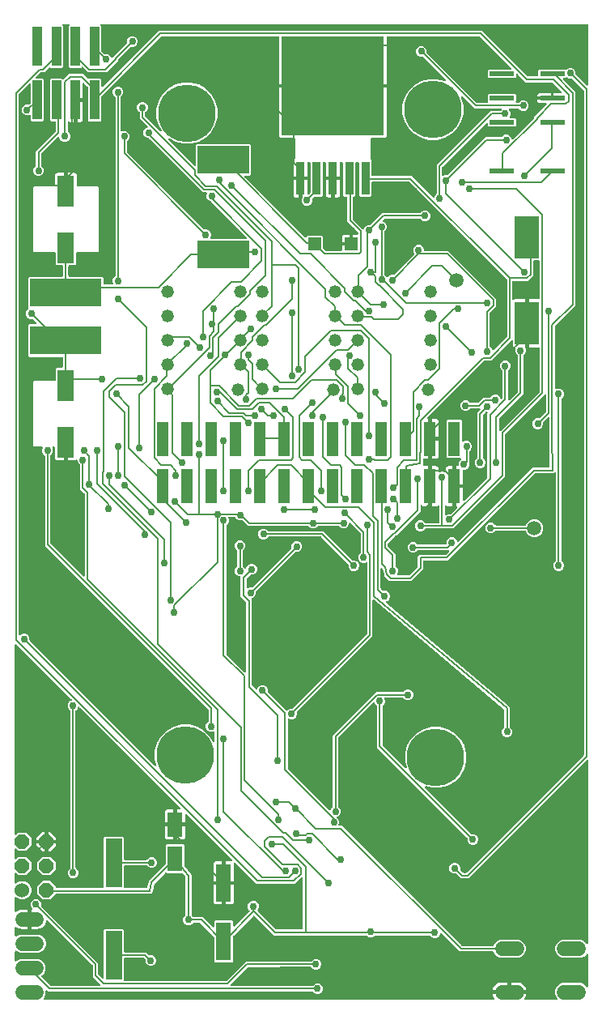
<source format=gbl>
G04 EAGLE Gerber RS-274X export*
G75*
%MOMM*%
%FSLAX34Y34*%
%LPD*%
%INBottom Copper*%
%IPPOS*%
%AMOC8*
5,1,8,0,0,1.08239X$1,22.5*%
G01*
%ADD10C,1.320800*%
%ADD11R,1.000000X4.100000*%
%ADD12R,1.270000X3.680000*%
%ADD13R,1.600000X2.600000*%
%ADD14R,1.778000X5.080000*%
%ADD15C,1.524000*%
%ADD16P,1.649562X8X112.500000*%
%ADD17C,1.524000*%
%ADD18R,1.600000X4.000000*%
%ADD19R,0.965200X3.505200*%
%ADD20R,10.718800X10.363200*%
%ADD21R,2.500000X4.500000*%
%ADD22R,1.778000X3.302000*%
%ADD23R,7.500000X3.000000*%
%ADD24R,5.400000X2.900000*%
%ADD25R,1.400000X1.400000*%
%ADD26R,2.616200X0.508000*%
%ADD27C,1.508000*%
%ADD28C,0.200000*%
%ADD29C,0.756400*%
%ADD30C,6.016000*%
%ADD31C,1.500000*%

G36*
X511232Y10174D02*
X511232Y10174D01*
X511327Y10179D01*
X511371Y10194D01*
X511417Y10201D01*
X511504Y10240D01*
X511593Y10271D01*
X511632Y10298D01*
X511674Y10317D01*
X511746Y10378D01*
X511824Y10433D01*
X511853Y10470D01*
X511888Y10500D01*
X511940Y10580D01*
X511999Y10654D01*
X512017Y10697D01*
X512043Y10736D01*
X512070Y10827D01*
X512107Y10915D01*
X512111Y10961D01*
X512125Y11006D01*
X512126Y11101D01*
X512136Y11195D01*
X512128Y11241D01*
X512129Y11288D01*
X512104Y11379D01*
X512087Y11473D01*
X512067Y11512D01*
X512054Y11560D01*
X511987Y11667D01*
X511946Y11747D01*
X511248Y12709D01*
X510522Y14134D01*
X510027Y15655D01*
X509967Y16035D01*
X526558Y16035D01*
X526621Y16044D01*
X526686Y16043D01*
X526760Y16064D01*
X526837Y16075D01*
X526896Y16101D01*
X526958Y16118D01*
X527024Y16159D01*
X527094Y16191D01*
X527143Y16233D01*
X527198Y16266D01*
X527249Y16324D01*
X527308Y16374D01*
X527344Y16428D01*
X527387Y16476D01*
X527420Y16545D01*
X527463Y16610D01*
X527482Y16672D01*
X527510Y16729D01*
X527520Y16799D01*
X527545Y16880D01*
X527546Y16965D01*
X527557Y17034D01*
X527557Y18035D01*
X527559Y18035D01*
X527559Y17034D01*
X527568Y16970D01*
X527567Y16906D01*
X527588Y16831D01*
X527599Y16755D01*
X527625Y16696D01*
X527642Y16634D01*
X527683Y16568D01*
X527715Y16498D01*
X527757Y16449D01*
X527790Y16394D01*
X527848Y16342D01*
X527898Y16284D01*
X527952Y16248D01*
X528000Y16205D01*
X528069Y16172D01*
X528134Y16129D01*
X528196Y16110D01*
X528254Y16082D01*
X528323Y16071D01*
X528404Y16047D01*
X528489Y16046D01*
X528558Y16035D01*
X545149Y16035D01*
X545089Y15655D01*
X544594Y14134D01*
X543868Y12709D01*
X543170Y11747D01*
X543125Y11663D01*
X543073Y11584D01*
X543060Y11539D01*
X543038Y11498D01*
X543019Y11405D01*
X542991Y11314D01*
X542990Y11268D01*
X542981Y11222D01*
X542988Y11127D01*
X542987Y11032D01*
X543000Y10987D01*
X543003Y10941D01*
X543037Y10852D01*
X543062Y10760D01*
X543087Y10721D01*
X543103Y10677D01*
X543161Y10601D01*
X543211Y10520D01*
X543245Y10489D01*
X543273Y10452D01*
X543349Y10395D01*
X543420Y10331D01*
X543462Y10311D01*
X543499Y10283D01*
X543588Y10250D01*
X543674Y10208D01*
X543717Y10202D01*
X543763Y10184D01*
X543889Y10175D01*
X543978Y10161D01*
X577131Y10161D01*
X577163Y10165D01*
X577195Y10163D01*
X577302Y10185D01*
X577410Y10201D01*
X577440Y10214D01*
X577471Y10220D01*
X577568Y10272D01*
X577667Y10317D01*
X577692Y10338D01*
X577720Y10353D01*
X577799Y10429D01*
X577882Y10500D01*
X577899Y10527D01*
X577922Y10550D01*
X577976Y10645D01*
X578036Y10736D01*
X578045Y10767D01*
X578061Y10795D01*
X578086Y10901D01*
X578118Y11006D01*
X578119Y11038D01*
X578126Y11069D01*
X578121Y11179D01*
X578122Y11288D01*
X578114Y11319D01*
X578112Y11351D01*
X578076Y11454D01*
X578047Y11560D01*
X578030Y11587D01*
X578019Y11618D01*
X577966Y11691D01*
X577899Y11800D01*
X577863Y11832D01*
X577838Y11867D01*
X576994Y12710D01*
X575563Y16164D01*
X575563Y19904D01*
X576994Y23358D01*
X579638Y26002D01*
X583092Y27433D01*
X602072Y27433D01*
X605526Y26002D01*
X608133Y23394D01*
X608159Y23375D01*
X608180Y23350D01*
X608272Y23291D01*
X608359Y23225D01*
X608389Y23214D01*
X608416Y23196D01*
X608521Y23164D01*
X608623Y23126D01*
X608655Y23123D01*
X608686Y23114D01*
X608795Y23112D01*
X608904Y23104D01*
X608936Y23110D01*
X608968Y23110D01*
X609073Y23139D01*
X609180Y23161D01*
X609209Y23176D01*
X609240Y23185D01*
X609333Y23243D01*
X609429Y23294D01*
X609452Y23316D01*
X609480Y23333D01*
X609553Y23414D01*
X609631Y23491D01*
X609647Y23519D01*
X609669Y23543D01*
X609716Y23641D01*
X609770Y23736D01*
X609778Y23767D01*
X609792Y23796D01*
X609806Y23886D01*
X609835Y24010D01*
X609833Y24059D01*
X609839Y24101D01*
X609839Y57179D01*
X609835Y57211D01*
X609837Y57243D01*
X609815Y57350D01*
X609799Y57458D01*
X609786Y57488D01*
X609780Y57519D01*
X609728Y57616D01*
X609683Y57715D01*
X609662Y57740D01*
X609647Y57768D01*
X609571Y57846D01*
X609500Y57930D01*
X609473Y57947D01*
X609450Y57970D01*
X609355Y58024D01*
X609264Y58084D01*
X609233Y58093D01*
X609205Y58109D01*
X609099Y58134D01*
X608994Y58166D01*
X608962Y58167D01*
X608931Y58174D01*
X608821Y58169D01*
X608712Y58170D01*
X608681Y58162D01*
X608649Y58160D01*
X608546Y58124D01*
X608440Y58095D01*
X608413Y58078D01*
X608382Y58067D01*
X608309Y58014D01*
X608200Y57947D01*
X608168Y57911D01*
X608133Y57886D01*
X605526Y55278D01*
X602072Y53847D01*
X583092Y53847D01*
X579638Y55278D01*
X576994Y57922D01*
X575563Y61376D01*
X575563Y65116D01*
X576994Y68570D01*
X579638Y71214D01*
X583092Y72645D01*
X602072Y72645D01*
X605526Y71214D01*
X608133Y68606D01*
X608159Y68587D01*
X608180Y68562D01*
X608272Y68503D01*
X608359Y68437D01*
X608389Y68426D01*
X608416Y68408D01*
X608521Y68376D01*
X608623Y68338D01*
X608655Y68335D01*
X608686Y68326D01*
X608795Y68324D01*
X608904Y68316D01*
X608936Y68322D01*
X608968Y68322D01*
X609073Y68351D01*
X609180Y68373D01*
X609209Y68388D01*
X609240Y68397D01*
X609333Y68455D01*
X609429Y68506D01*
X609452Y68528D01*
X609480Y68545D01*
X609553Y68626D01*
X609631Y68703D01*
X609647Y68731D01*
X609669Y68755D01*
X609716Y68853D01*
X609770Y68948D01*
X609778Y68979D01*
X609792Y69008D01*
X609806Y69098D01*
X609835Y69222D01*
X609833Y69271D01*
X609839Y69313D01*
X609839Y259699D01*
X609835Y259731D01*
X609837Y259763D01*
X609815Y259870D01*
X609799Y259978D01*
X609786Y260008D01*
X609780Y260039D01*
X609728Y260136D01*
X609683Y260235D01*
X609662Y260260D01*
X609647Y260288D01*
X609571Y260367D01*
X609500Y260450D01*
X609473Y260467D01*
X609450Y260490D01*
X609355Y260544D01*
X609264Y260604D01*
X609233Y260614D01*
X609205Y260629D01*
X609098Y260655D01*
X608994Y260686D01*
X608962Y260687D01*
X608931Y260694D01*
X608821Y260689D01*
X608712Y260690D01*
X608681Y260682D01*
X608649Y260680D01*
X608546Y260644D01*
X608440Y260615D01*
X608413Y260598D01*
X608382Y260587D01*
X608309Y260534D01*
X608200Y260467D01*
X608168Y260431D01*
X608133Y260406D01*
X484735Y137007D01*
X476766Y137007D01*
X472285Y141489D01*
X472208Y141546D01*
X472136Y141611D01*
X472096Y141631D01*
X472059Y141658D01*
X471969Y141692D01*
X471883Y141734D01*
X471841Y141740D01*
X471795Y141757D01*
X471668Y141767D01*
X471578Y141781D01*
X469255Y141781D01*
X467211Y142628D01*
X465647Y144192D01*
X464800Y146236D01*
X464800Y148448D01*
X465647Y150492D01*
X467211Y152056D01*
X469255Y152903D01*
X471467Y152903D01*
X473511Y152056D01*
X475075Y150492D01*
X475922Y148448D01*
X475922Y146125D01*
X475935Y146030D01*
X475940Y145934D01*
X475955Y145891D01*
X475962Y145846D01*
X476001Y145758D01*
X476033Y145667D01*
X476058Y145633D01*
X476078Y145589D01*
X476161Y145491D01*
X476214Y145418D01*
X478775Y142857D01*
X478852Y142800D01*
X478924Y142735D01*
X478964Y142715D01*
X479001Y142688D01*
X479091Y142654D01*
X479177Y142612D01*
X479219Y142606D01*
X479265Y142589D01*
X479392Y142579D01*
X479482Y142565D01*
X482019Y142565D01*
X482114Y142578D01*
X482210Y142583D01*
X482253Y142598D01*
X482298Y142605D01*
X482386Y142644D01*
X482477Y142676D01*
X482511Y142701D01*
X482555Y142721D01*
X482653Y142804D01*
X482726Y142857D01*
X605187Y265318D01*
X605244Y265395D01*
X605309Y265467D01*
X605329Y265507D01*
X605356Y265544D01*
X605390Y265634D01*
X605432Y265720D01*
X605438Y265762D01*
X605455Y265808D01*
X605465Y265935D01*
X605479Y266025D01*
X605479Y959936D01*
X605466Y960031D01*
X605461Y960127D01*
X605446Y960170D01*
X605439Y960215D01*
X605400Y960303D01*
X605368Y960394D01*
X605343Y960428D01*
X605323Y960472D01*
X605240Y960570D01*
X605187Y960643D01*
X593181Y972649D01*
X593104Y972706D01*
X593032Y972771D01*
X592992Y972791D01*
X592955Y972818D01*
X592865Y972852D01*
X592779Y972894D01*
X592737Y972900D01*
X592691Y972917D01*
X592564Y972927D01*
X592474Y972941D01*
X590151Y972941D01*
X588107Y973788D01*
X588094Y973801D01*
X588042Y973840D01*
X587998Y973886D01*
X587930Y973924D01*
X587868Y973970D01*
X587808Y973993D01*
X587752Y974025D01*
X587677Y974043D01*
X587604Y974070D01*
X587541Y974075D01*
X587478Y974090D01*
X587400Y974086D01*
X587323Y974092D01*
X587260Y974079D01*
X587196Y974075D01*
X587123Y974050D01*
X587047Y974034D01*
X586990Y974004D01*
X586930Y973983D01*
X586873Y973942D01*
X586798Y973902D01*
X586737Y973842D01*
X586681Y973801D01*
X586334Y973454D01*
X584701Y973454D01*
X584669Y973450D01*
X584637Y973452D01*
X584530Y973430D01*
X584422Y973414D01*
X584393Y973401D01*
X584361Y973395D01*
X584265Y973343D01*
X584165Y973298D01*
X584141Y973277D01*
X584112Y973262D01*
X584034Y973186D01*
X583951Y973115D01*
X583933Y973088D01*
X583910Y973065D01*
X583856Y972970D01*
X583796Y972879D01*
X583787Y972848D01*
X583771Y972820D01*
X583746Y972713D01*
X583714Y972609D01*
X583714Y972577D01*
X583706Y972546D01*
X583712Y972436D01*
X583710Y972327D01*
X583719Y972296D01*
X583721Y972264D01*
X583756Y972161D01*
X583785Y972055D01*
X583802Y972028D01*
X583813Y971997D01*
X583866Y971924D01*
X583934Y971815D01*
X583948Y971802D01*
X583950Y971799D01*
X583973Y971778D01*
X583995Y971748D01*
X594949Y960794D01*
X596869Y958874D01*
X596869Y735559D01*
X575438Y714128D01*
X575381Y714051D01*
X575316Y713980D01*
X575296Y713939D01*
X575269Y713903D01*
X575235Y713813D01*
X575193Y713726D01*
X575187Y713684D01*
X575170Y713639D01*
X575160Y713511D01*
X575146Y713422D01*
X575146Y649131D01*
X575162Y649014D01*
X575174Y648896D01*
X575182Y648875D01*
X575186Y648852D01*
X575234Y648744D01*
X575278Y648634D01*
X575292Y648616D01*
X575302Y648595D01*
X575379Y648505D01*
X575452Y648412D01*
X575470Y648398D01*
X575485Y648381D01*
X575584Y648316D01*
X575681Y648247D01*
X575702Y648239D01*
X575721Y648226D01*
X575835Y648192D01*
X575946Y648152D01*
X575969Y648151D01*
X575991Y648144D01*
X576109Y648142D01*
X576228Y648135D01*
X576249Y648141D01*
X576273Y648140D01*
X576452Y648190D01*
X576527Y648208D01*
X577872Y648765D01*
X580085Y648765D01*
X582128Y647919D01*
X583693Y646354D01*
X584539Y644311D01*
X584539Y642098D01*
X583693Y640055D01*
X582050Y638412D01*
X581992Y638335D01*
X581928Y638264D01*
X581908Y638223D01*
X581881Y638186D01*
X581855Y638120D01*
X581852Y638114D01*
X581846Y638094D01*
X581805Y638010D01*
X581798Y637968D01*
X581781Y637922D01*
X581777Y637869D01*
X581769Y637844D01*
X581768Y637776D01*
X581757Y637705D01*
X581757Y469249D01*
X581771Y469154D01*
X581776Y469058D01*
X581791Y469015D01*
X581797Y468970D01*
X581837Y468882D01*
X581868Y468791D01*
X581893Y468757D01*
X581913Y468713D01*
X581997Y468615D01*
X582050Y468542D01*
X583693Y466899D01*
X584539Y464856D01*
X584539Y462643D01*
X583693Y460600D01*
X582128Y459035D01*
X580085Y458189D01*
X577872Y458189D01*
X575829Y459035D01*
X574264Y460600D01*
X573418Y462643D01*
X573418Y464856D01*
X574264Y466899D01*
X575907Y468542D01*
X575965Y468619D01*
X576029Y468690D01*
X576049Y468731D01*
X576076Y468768D01*
X576110Y468858D01*
X576152Y468944D01*
X576159Y468986D01*
X576176Y469032D01*
X576186Y469159D01*
X576200Y469249D01*
X576200Y560457D01*
X576195Y560492D01*
X576197Y560527D01*
X576175Y560631D01*
X576160Y560736D01*
X576145Y560768D01*
X576138Y560803D01*
X576087Y560896D01*
X576044Y560993D01*
X576021Y561020D01*
X576004Y561051D01*
X575929Y561127D01*
X575860Y561207D01*
X575831Y561227D01*
X575806Y561252D01*
X575713Y561303D01*
X575624Y561362D01*
X575590Y561372D01*
X575560Y561389D01*
X575456Y561413D01*
X575355Y561444D01*
X575319Y561444D01*
X575285Y561452D01*
X575179Y561446D01*
X575073Y561448D01*
X575039Y561438D01*
X575003Y561436D01*
X574903Y561401D01*
X574801Y561372D01*
X574771Y561354D01*
X574737Y561342D01*
X574666Y561289D01*
X574561Y561224D01*
X574526Y561186D01*
X574489Y561159D01*
X573761Y560421D01*
X572612Y560421D01*
X572609Y560421D01*
X572606Y560421D01*
X571110Y560412D01*
X571049Y560421D01*
X554605Y560421D01*
X554510Y560408D01*
X554414Y560403D01*
X554371Y560388D01*
X554326Y560381D01*
X554238Y560342D01*
X554147Y560310D01*
X554113Y560285D01*
X554069Y560265D01*
X553971Y560182D01*
X553898Y560129D01*
X463012Y469242D01*
X438248Y469242D01*
X438184Y469233D01*
X438120Y469234D01*
X438045Y469213D01*
X437969Y469202D01*
X437910Y469176D01*
X437848Y469158D01*
X437782Y469118D01*
X437712Y469086D01*
X437663Y469044D01*
X437608Y469010D01*
X437556Y468953D01*
X437498Y468902D01*
X437462Y468849D01*
X437419Y468801D01*
X437386Y468731D01*
X437343Y468666D01*
X437324Y468605D01*
X437296Y468547D01*
X437285Y468478D01*
X437261Y468397D01*
X437260Y468312D01*
X437249Y468243D01*
X437249Y460519D01*
X424551Y447821D01*
X402049Y447821D01*
X397747Y452123D01*
X397635Y452207D01*
X397565Y452267D01*
X396961Y452640D01*
X396943Y452717D01*
X396899Y452830D01*
X396859Y452944D01*
X396848Y452960D01*
X396840Y452979D01*
X396716Y453140D01*
X396677Y453193D01*
X396621Y453249D01*
X396621Y453959D01*
X396602Y454097D01*
X396594Y454189D01*
X395177Y460177D01*
X395133Y460290D01*
X395093Y460405D01*
X395082Y460420D01*
X395074Y460440D01*
X394951Y460600D01*
X394911Y460654D01*
X394563Y461002D01*
X394537Y461022D01*
X394516Y461046D01*
X394425Y461106D01*
X394337Y461172D01*
X394307Y461183D01*
X394280Y461201D01*
X394176Y461232D01*
X394074Y461271D01*
X394041Y461274D01*
X394011Y461283D01*
X393901Y461284D01*
X393792Y461293D01*
X393761Y461286D01*
X393729Y461287D01*
X393623Y461258D01*
X393516Y461235D01*
X393488Y461220D01*
X393457Y461212D01*
X393364Y461154D01*
X393267Y461103D01*
X393244Y461080D01*
X393217Y461063D01*
X393144Y460982D01*
X393065Y460906D01*
X393049Y460878D01*
X393028Y460854D01*
X392980Y460756D01*
X392926Y460661D01*
X392919Y460629D01*
X392905Y460600D01*
X392891Y460511D01*
X392861Y460386D01*
X392864Y460338D01*
X392857Y460296D01*
X392857Y440272D01*
X392871Y440177D01*
X392876Y440081D01*
X392891Y440038D01*
X392897Y439993D01*
X392937Y439905D01*
X392968Y439814D01*
X392993Y439780D01*
X393013Y439736D01*
X393097Y439638D01*
X393150Y439565D01*
X395124Y437591D01*
X395201Y437534D01*
X395272Y437469D01*
X395313Y437449D01*
X395349Y437422D01*
X395439Y437388D01*
X395526Y437346D01*
X395568Y437340D01*
X395613Y437323D01*
X395741Y437313D01*
X395830Y437299D01*
X398154Y437299D01*
X400197Y436452D01*
X401762Y434888D01*
X402608Y432844D01*
X402608Y430632D01*
X401762Y428588D01*
X400197Y427024D01*
X398935Y426501D01*
X398918Y426491D01*
X398899Y426485D01*
X398797Y426419D01*
X398693Y426357D01*
X398679Y426343D01*
X398662Y426332D01*
X398583Y426240D01*
X398500Y426152D01*
X398491Y426134D01*
X398478Y426119D01*
X398427Y426009D01*
X398372Y425900D01*
X398368Y425881D01*
X398360Y425863D01*
X398342Y425743D01*
X398319Y425623D01*
X398321Y425603D01*
X398318Y425584D01*
X398335Y425464D01*
X398347Y425342D01*
X398354Y425324D01*
X398357Y425304D01*
X398406Y425193D01*
X398451Y425080D01*
X398463Y425065D01*
X398471Y425047D01*
X398531Y424978D01*
X398624Y424858D01*
X398653Y424838D01*
X398673Y424814D01*
X525878Y317533D01*
X525924Y317504D01*
X525964Y317468D01*
X526043Y317430D01*
X526117Y317383D01*
X526169Y317368D01*
X526218Y317345D01*
X526251Y317340D01*
X526993Y316597D01*
X527030Y316570D01*
X527056Y316539D01*
X527855Y315866D01*
X527857Y315854D01*
X527884Y315807D01*
X527901Y315756D01*
X527921Y315730D01*
X527921Y314679D01*
X527927Y314634D01*
X527924Y314594D01*
X528013Y313553D01*
X528007Y313543D01*
X527992Y313491D01*
X527968Y313443D01*
X527956Y313366D01*
X527930Y313272D01*
X527930Y313199D01*
X527921Y313138D01*
X527921Y295461D01*
X527934Y295366D01*
X527939Y295270D01*
X527954Y295227D01*
X527961Y295182D01*
X528000Y295094D01*
X528032Y295003D01*
X528057Y294969D01*
X528077Y294925D01*
X528160Y294827D01*
X528213Y294754D01*
X529856Y293111D01*
X530703Y291068D01*
X530703Y288855D01*
X529856Y286812D01*
X528292Y285247D01*
X526248Y284401D01*
X524036Y284401D01*
X521992Y285247D01*
X520428Y286812D01*
X519581Y288855D01*
X519581Y291068D01*
X520428Y293111D01*
X522071Y294754D01*
X522128Y294831D01*
X522193Y294902D01*
X522213Y294943D01*
X522240Y294980D01*
X522274Y295070D01*
X522316Y295156D01*
X522322Y295198D01*
X522339Y295244D01*
X522349Y295371D01*
X522363Y295461D01*
X522363Y312763D01*
X522344Y312899D01*
X522325Y313036D01*
X522324Y313039D01*
X522323Y313042D01*
X522268Y313165D01*
X522210Y313294D01*
X522208Y313296D01*
X522207Y313299D01*
X522024Y313513D01*
X522015Y313519D01*
X522008Y313526D01*
X386000Y428232D01*
X385890Y428301D01*
X385780Y428373D01*
X385770Y428376D01*
X385761Y428382D01*
X385635Y428417D01*
X385510Y428456D01*
X385500Y428456D01*
X385490Y428459D01*
X385359Y428458D01*
X385228Y428459D01*
X385218Y428457D01*
X385208Y428457D01*
X385083Y428419D01*
X384956Y428384D01*
X384947Y428379D01*
X384938Y428376D01*
X384828Y428305D01*
X384716Y428236D01*
X384709Y428228D01*
X384701Y428223D01*
X384615Y428124D01*
X384527Y428027D01*
X384523Y428018D01*
X384516Y428010D01*
X384461Y427890D01*
X384404Y427773D01*
X384403Y427763D01*
X384398Y427753D01*
X384357Y427474D01*
X384357Y427471D01*
X384357Y427468D01*
X384357Y389872D01*
X305260Y310775D01*
X305202Y310698D01*
X305138Y310627D01*
X305118Y310586D01*
X305091Y310550D01*
X305057Y310460D01*
X305015Y310373D01*
X305008Y310331D01*
X304991Y310286D01*
X304981Y310158D01*
X304967Y310069D01*
X304967Y307745D01*
X304121Y305702D01*
X302556Y304137D01*
X300513Y303291D01*
X298300Y303291D01*
X296955Y303848D01*
X296841Y303877D01*
X296727Y303912D01*
X296704Y303912D01*
X296682Y303918D01*
X296564Y303914D01*
X296445Y303916D01*
X296423Y303910D01*
X296400Y303909D01*
X296288Y303872D01*
X296173Y303841D01*
X296154Y303829D01*
X296132Y303821D01*
X296034Y303755D01*
X295933Y303692D01*
X295918Y303675D01*
X295899Y303663D01*
X295824Y303571D01*
X295744Y303483D01*
X295734Y303463D01*
X295720Y303445D01*
X295673Y303336D01*
X295621Y303229D01*
X295618Y303208D01*
X295608Y303186D01*
X295586Y303001D01*
X295574Y302925D01*
X295574Y251857D01*
X295587Y251762D01*
X295592Y251666D01*
X295607Y251623D01*
X295614Y251578D01*
X295653Y251491D01*
X295685Y251400D01*
X295710Y251365D01*
X295730Y251321D01*
X295813Y251224D01*
X295866Y251151D01*
X338758Y208259D01*
X338853Y208188D01*
X338945Y208112D01*
X338965Y208103D01*
X338984Y208090D01*
X339095Y208048D01*
X339204Y208001D01*
X339226Y207998D01*
X339248Y207990D01*
X339366Y207981D01*
X339484Y207967D01*
X339506Y207970D01*
X339529Y207968D01*
X339645Y207993D01*
X339762Y208012D01*
X339783Y208021D01*
X339805Y208026D01*
X339910Y208082D01*
X340017Y208133D01*
X340034Y208148D01*
X340054Y208159D01*
X340139Y208241D01*
X340227Y208320D01*
X340239Y208339D01*
X340256Y208355D01*
X340348Y208517D01*
X340388Y208583D01*
X340973Y209995D01*
X342616Y211638D01*
X342673Y211715D01*
X342738Y211786D01*
X342758Y211827D01*
X342785Y211864D01*
X342819Y211954D01*
X342861Y212040D01*
X342867Y212082D01*
X342884Y212128D01*
X342894Y212255D01*
X342908Y212345D01*
X342908Y286390D01*
X387983Y331465D01*
X415748Y331465D01*
X415843Y331478D01*
X415939Y331483D01*
X415982Y331498D01*
X416027Y331505D01*
X416114Y331544D01*
X416205Y331576D01*
X416240Y331601D01*
X416284Y331621D01*
X416381Y331704D01*
X416454Y331757D01*
X418097Y333400D01*
X420141Y334247D01*
X422353Y334247D01*
X424397Y333400D01*
X425961Y331836D01*
X426808Y329792D01*
X426808Y327580D01*
X425961Y325536D01*
X424397Y323972D01*
X422353Y323125D01*
X420141Y323125D01*
X418097Y323972D01*
X416454Y325615D01*
X416378Y325672D01*
X416306Y325737D01*
X416265Y325757D01*
X416229Y325784D01*
X416139Y325818D01*
X416052Y325860D01*
X416010Y325866D01*
X415965Y325883D01*
X415837Y325893D01*
X415748Y325907D01*
X397894Y325907D01*
X397777Y325891D01*
X397659Y325879D01*
X397638Y325871D01*
X397615Y325867D01*
X397507Y325819D01*
X397397Y325775D01*
X397379Y325761D01*
X397358Y325751D01*
X397268Y325674D01*
X397175Y325601D01*
X397161Y325583D01*
X397144Y325568D01*
X397079Y325469D01*
X397010Y325372D01*
X397002Y325351D01*
X396989Y325332D01*
X396955Y325218D01*
X396915Y325107D01*
X396914Y325084D01*
X396907Y325062D01*
X396905Y324944D01*
X396898Y324825D01*
X396904Y324804D01*
X396903Y324780D01*
X396953Y324601D01*
X396971Y324526D01*
X397528Y323181D01*
X397528Y320968D01*
X396682Y318925D01*
X395039Y317282D01*
X394981Y317205D01*
X394917Y317134D01*
X394897Y317093D01*
X394870Y317056D01*
X394836Y316966D01*
X394794Y316880D01*
X394787Y316838D01*
X394770Y316792D01*
X394760Y316665D01*
X394746Y316575D01*
X394746Y276414D01*
X394760Y276319D01*
X394765Y276223D01*
X394780Y276180D01*
X394786Y276135D01*
X394826Y276048D01*
X394857Y275957D01*
X394882Y275922D01*
X394902Y275878D01*
X394986Y275781D01*
X395039Y275708D01*
X418543Y252204D01*
X418560Y252191D01*
X418574Y252174D01*
X418673Y252106D01*
X418769Y252034D01*
X418789Y252027D01*
X418807Y252014D01*
X418921Y251977D01*
X419033Y251935D01*
X419054Y251933D01*
X419075Y251926D01*
X419194Y251922D01*
X419314Y251913D01*
X419335Y251917D01*
X419356Y251917D01*
X419473Y251946D01*
X419590Y251971D01*
X419609Y251981D01*
X419630Y251986D01*
X419733Y252047D01*
X419839Y252103D01*
X419854Y252118D01*
X419873Y252129D01*
X419955Y252216D01*
X420041Y252300D01*
X420052Y252318D01*
X420066Y252334D01*
X420121Y252441D01*
X420180Y252545D01*
X420185Y252566D01*
X420195Y252585D01*
X420217Y252703D01*
X420245Y252820D01*
X420244Y252841D01*
X420248Y252862D01*
X420238Y252953D01*
X420231Y253101D01*
X420218Y253136D01*
X420215Y253169D01*
X418582Y259262D01*
X418582Y267651D01*
X420753Y275754D01*
X424948Y283019D01*
X430879Y288950D01*
X438144Y293144D01*
X446247Y295315D01*
X454635Y295315D01*
X462738Y293144D01*
X470003Y288950D01*
X475934Y283019D01*
X480129Y275754D01*
X482300Y267651D01*
X482300Y259262D01*
X480129Y251160D01*
X475934Y243895D01*
X470003Y237963D01*
X462738Y233769D01*
X454635Y231598D01*
X446247Y231598D01*
X440153Y233231D01*
X440132Y233233D01*
X440111Y233241D01*
X439992Y233250D01*
X439873Y233265D01*
X439852Y233261D01*
X439830Y233263D01*
X439713Y233238D01*
X439595Y233219D01*
X439575Y233210D01*
X439554Y233205D01*
X439448Y233149D01*
X439340Y233097D01*
X439324Y233083D01*
X439305Y233073D01*
X439219Y232989D01*
X439130Y232909D01*
X439118Y232891D01*
X439103Y232876D01*
X439044Y232772D01*
X438980Y232670D01*
X438975Y232649D01*
X438964Y232631D01*
X438936Y232514D01*
X438904Y232399D01*
X438904Y232377D01*
X438899Y232356D01*
X438905Y232236D01*
X438906Y232117D01*
X438912Y232096D01*
X438913Y232074D01*
X438953Y231961D01*
X438987Y231846D01*
X438999Y231828D01*
X439006Y231808D01*
X439060Y231734D01*
X439140Y231610D01*
X439168Y231586D01*
X439188Y231559D01*
X487327Y183419D01*
X487404Y183362D01*
X487475Y183297D01*
X487516Y183277D01*
X487553Y183250D01*
X487643Y183216D01*
X487729Y183174D01*
X487771Y183168D01*
X487817Y183151D01*
X487944Y183141D01*
X488034Y183127D01*
X490357Y183127D01*
X492401Y182280D01*
X493965Y180716D01*
X494812Y178672D01*
X494812Y176460D01*
X493965Y174416D01*
X492401Y172852D01*
X490357Y172005D01*
X488145Y172005D01*
X486101Y172852D01*
X484537Y174416D01*
X483690Y176460D01*
X483690Y178783D01*
X483677Y178878D01*
X483672Y178974D01*
X483657Y179017D01*
X483650Y179062D01*
X483611Y179150D01*
X483579Y179241D01*
X483554Y179275D01*
X483534Y179319D01*
X483451Y179417D01*
X483398Y179490D01*
X391109Y271778D01*
X389189Y273698D01*
X389189Y316575D01*
X389175Y316670D01*
X389170Y316766D01*
X389155Y316809D01*
X389149Y316854D01*
X389109Y316942D01*
X389078Y317033D01*
X389053Y317067D01*
X389033Y317111D01*
X388949Y317209D01*
X388896Y317282D01*
X387253Y318925D01*
X386668Y320337D01*
X386608Y320439D01*
X386552Y320543D01*
X386536Y320560D01*
X386525Y320579D01*
X386438Y320660D01*
X386356Y320746D01*
X386336Y320757D01*
X386319Y320772D01*
X386213Y320826D01*
X386110Y320885D01*
X386088Y320890D01*
X386068Y320900D01*
X385951Y320922D01*
X385836Y320950D01*
X385813Y320948D01*
X385791Y320953D01*
X385673Y320941D01*
X385554Y320935D01*
X385532Y320928D01*
X385510Y320925D01*
X385400Y320882D01*
X385288Y320843D01*
X385270Y320830D01*
X385248Y320821D01*
X385186Y320773D01*
X385183Y320771D01*
X385169Y320759D01*
X385101Y320706D01*
X385039Y320661D01*
X348758Y284381D01*
X348701Y284304D01*
X348636Y284232D01*
X348616Y284192D01*
X348589Y284155D01*
X348555Y284065D01*
X348513Y283979D01*
X348507Y283937D01*
X348490Y283891D01*
X348480Y283764D01*
X348466Y283674D01*
X348466Y212345D01*
X348479Y212250D01*
X348484Y212154D01*
X348499Y212111D01*
X348506Y212066D01*
X348545Y211978D01*
X348577Y211887D01*
X348602Y211853D01*
X348622Y211809D01*
X348705Y211711D01*
X348758Y211638D01*
X350401Y209995D01*
X351248Y207952D01*
X351248Y205739D01*
X350401Y203696D01*
X348837Y202131D01*
X347535Y201592D01*
X347433Y201532D01*
X347329Y201476D01*
X347312Y201460D01*
X347293Y201449D01*
X347212Y201362D01*
X347127Y201279D01*
X347115Y201260D01*
X347100Y201243D01*
X347046Y201137D01*
X346987Y201034D01*
X346982Y201012D01*
X346972Y200991D01*
X346950Y200875D01*
X346923Y200760D01*
X346924Y200737D01*
X346919Y200714D01*
X346931Y200596D01*
X346937Y200478D01*
X346944Y200456D01*
X346947Y200434D01*
X346991Y200323D01*
X347029Y200211D01*
X347042Y200194D01*
X347051Y200172D01*
X347166Y200025D01*
X347211Y199962D01*
X348512Y198661D01*
X349359Y196618D01*
X349359Y194405D01*
X348802Y193060D01*
X348772Y192946D01*
X348738Y192832D01*
X348737Y192809D01*
X348732Y192787D01*
X348735Y192669D01*
X348734Y192550D01*
X348740Y192528D01*
X348741Y192505D01*
X348777Y192393D01*
X348809Y192278D01*
X348821Y192259D01*
X348828Y192237D01*
X348895Y192139D01*
X348957Y192038D01*
X348974Y192023D01*
X348987Y192004D01*
X349078Y191929D01*
X349166Y191849D01*
X349187Y191839D01*
X349205Y191825D01*
X349314Y191778D01*
X349420Y191726D01*
X349442Y191723D01*
X349464Y191713D01*
X349648Y191691D01*
X349725Y191679D01*
X352505Y191679D01*
X477831Y66353D01*
X477908Y66295D01*
X477979Y66231D01*
X478020Y66211D01*
X478056Y66184D01*
X478146Y66150D01*
X478233Y66108D01*
X478275Y66101D01*
X478320Y66084D01*
X478448Y66074D01*
X478537Y66060D01*
X510263Y66060D01*
X510272Y66062D01*
X510282Y66060D01*
X510412Y66081D01*
X510542Y66100D01*
X510551Y66104D01*
X510560Y66105D01*
X510680Y66162D01*
X510799Y66216D01*
X510806Y66222D01*
X510815Y66226D01*
X510914Y66314D01*
X511013Y66400D01*
X511019Y66408D01*
X511026Y66414D01*
X511066Y66479D01*
X511168Y66636D01*
X511175Y66659D01*
X511186Y66677D01*
X511970Y68570D01*
X514614Y71214D01*
X518068Y72645D01*
X537048Y72645D01*
X540502Y71214D01*
X543146Y68570D01*
X544577Y65116D01*
X544577Y61376D01*
X543146Y57922D01*
X540502Y55278D01*
X537048Y53847D01*
X518068Y53847D01*
X514614Y55278D01*
X511970Y57922D01*
X511157Y59886D01*
X511152Y59894D01*
X511149Y59903D01*
X511080Y60016D01*
X511013Y60129D01*
X511006Y60135D01*
X511001Y60143D01*
X510903Y60232D01*
X510807Y60322D01*
X510799Y60326D01*
X510792Y60332D01*
X510673Y60390D01*
X510556Y60449D01*
X510547Y60451D01*
X510538Y60455D01*
X510462Y60467D01*
X510279Y60502D01*
X510255Y60499D01*
X510233Y60503D01*
X475821Y60503D01*
X456982Y79342D01*
X456887Y79414D01*
X456796Y79489D01*
X456775Y79498D01*
X456756Y79512D01*
X456645Y79554D01*
X456536Y79600D01*
X456514Y79603D01*
X456492Y79611D01*
X456374Y79620D01*
X456256Y79635D01*
X456234Y79631D01*
X456211Y79633D01*
X456095Y79609D01*
X455978Y79590D01*
X455957Y79580D01*
X455935Y79575D01*
X455831Y79520D01*
X455723Y79469D01*
X455706Y79454D01*
X455686Y79443D01*
X455601Y79360D01*
X455513Y79281D01*
X455501Y79263D01*
X455484Y79246D01*
X455392Y79084D01*
X455352Y79018D01*
X454511Y76989D01*
X452876Y75353D01*
X450739Y74468D01*
X448425Y74468D01*
X446288Y75353D01*
X444684Y76957D01*
X444607Y77015D01*
X444536Y77079D01*
X444495Y77099D01*
X444459Y77126D01*
X444369Y77160D01*
X444282Y77202D01*
X444240Y77209D01*
X444195Y77226D01*
X444067Y77236D01*
X443978Y77250D01*
X387182Y77250D01*
X387087Y77236D01*
X386991Y77231D01*
X386948Y77216D01*
X386903Y77210D01*
X386816Y77170D01*
X386725Y77139D01*
X386690Y77114D01*
X386646Y77094D01*
X386549Y77011D01*
X386476Y76957D01*
X385816Y76298D01*
X383679Y75412D01*
X381366Y75412D01*
X379229Y76298D01*
X378569Y76957D01*
X378492Y77015D01*
X378421Y77079D01*
X378380Y77099D01*
X378344Y77126D01*
X378254Y77160D01*
X378167Y77202D01*
X378125Y77209D01*
X378080Y77226D01*
X377952Y77236D01*
X377863Y77250D01*
X281149Y77250D01*
X260916Y97483D01*
X260865Y97521D01*
X260820Y97567D01*
X260753Y97606D01*
X260691Y97652D01*
X260631Y97675D01*
X260575Y97706D01*
X260499Y97724D01*
X260427Y97752D01*
X260363Y97757D01*
X260300Y97771D01*
X260223Y97767D01*
X260146Y97773D01*
X260083Y97760D01*
X260019Y97757D01*
X259945Y97732D01*
X259870Y97716D01*
X259813Y97686D01*
X259752Y97664D01*
X259695Y97623D01*
X259621Y97583D01*
X259560Y97524D01*
X259503Y97483D01*
X238925Y76905D01*
X238868Y76828D01*
X238803Y76757D01*
X238783Y76716D01*
X238756Y76679D01*
X238722Y76589D01*
X238680Y76503D01*
X238674Y76461D01*
X238657Y76416D01*
X238647Y76288D01*
X238633Y76198D01*
X238633Y50258D01*
X237442Y49067D01*
X219758Y49067D01*
X218567Y50258D01*
X218567Y75192D01*
X218554Y75287D01*
X218549Y75383D01*
X218534Y75426D01*
X218527Y75471D01*
X218488Y75559D01*
X218456Y75649D01*
X218431Y75684D01*
X218411Y75728D01*
X218328Y75825D01*
X218275Y75898D01*
X203993Y90180D01*
X203916Y90238D01*
X203845Y90302D01*
X203804Y90322D01*
X203767Y90349D01*
X203677Y90383D01*
X203591Y90425D01*
X203549Y90432D01*
X203504Y90449D01*
X203376Y90459D01*
X203286Y90473D01*
X197338Y90473D01*
X197243Y90459D01*
X197147Y90454D01*
X197104Y90439D01*
X197059Y90433D01*
X196971Y90393D01*
X196880Y90362D01*
X196846Y90337D01*
X196802Y90317D01*
X196705Y90234D01*
X196631Y90180D01*
X195027Y88576D01*
X192890Y87691D01*
X190577Y87691D01*
X188440Y88576D01*
X186804Y90212D01*
X185919Y92349D01*
X185919Y94662D01*
X186804Y96799D01*
X188408Y98403D01*
X188423Y98423D01*
X188436Y98434D01*
X188467Y98482D01*
X188530Y98552D01*
X188550Y98593D01*
X188577Y98629D01*
X188611Y98719D01*
X188653Y98805D01*
X188660Y98847D01*
X188677Y98893D01*
X188687Y99020D01*
X188701Y99110D01*
X188701Y138109D01*
X188696Y138145D01*
X188698Y138182D01*
X188676Y138284D01*
X188661Y138389D01*
X188646Y138422D01*
X188638Y138457D01*
X188595Y138535D01*
X188545Y138646D01*
X188510Y138686D01*
X188488Y138726D01*
X186041Y141845D01*
X186030Y141855D01*
X186022Y141868D01*
X185928Y141952D01*
X185837Y142040D01*
X185824Y142047D01*
X185813Y142057D01*
X185699Y142112D01*
X185587Y142170D01*
X185572Y142173D01*
X185559Y142180D01*
X185473Y142193D01*
X185310Y142226D01*
X185281Y142223D01*
X185254Y142227D01*
X168958Y142227D01*
X168714Y142472D01*
X168662Y142510D01*
X168617Y142556D01*
X168550Y142594D01*
X168488Y142641D01*
X168428Y142664D01*
X168372Y142695D01*
X168297Y142713D01*
X168224Y142740D01*
X168160Y142745D01*
X168098Y142760D01*
X168020Y142756D01*
X167943Y142762D01*
X167880Y142749D01*
X167816Y142746D01*
X167743Y142720D01*
X167667Y142705D01*
X167610Y142674D01*
X167550Y142653D01*
X167493Y142612D01*
X167418Y142572D01*
X167357Y142513D01*
X167301Y142472D01*
X156210Y131382D01*
X156138Y131285D01*
X156062Y131192D01*
X156054Y131173D01*
X156041Y131156D01*
X155971Y130971D01*
X155945Y130906D01*
X154180Y123488D01*
X154167Y123347D01*
X154153Y123256D01*
X154153Y122473D01*
X154072Y122392D01*
X153999Y122296D01*
X153923Y122202D01*
X153916Y122184D01*
X153902Y122167D01*
X153833Y121982D01*
X153806Y121917D01*
X153780Y121805D01*
X153113Y121395D01*
X153004Y121305D01*
X152930Y121251D01*
X152376Y120697D01*
X152262Y120697D01*
X152142Y120680D01*
X152022Y120668D01*
X152004Y120660D01*
X151982Y120657D01*
X151803Y120576D01*
X151738Y120548D01*
X151640Y120488D01*
X150878Y120670D01*
X150738Y120683D01*
X150647Y120697D01*
X53482Y120697D01*
X53387Y120683D01*
X53291Y120678D01*
X53247Y120663D01*
X53202Y120657D01*
X53115Y120617D01*
X53024Y120586D01*
X52990Y120561D01*
X52946Y120541D01*
X52848Y120458D01*
X52775Y120404D01*
X47178Y114807D01*
X39182Y114807D01*
X33527Y120462D01*
X33527Y128458D01*
X39182Y134113D01*
X47178Y134113D01*
X52833Y128458D01*
X52833Y127761D01*
X52842Y127698D01*
X52841Y127634D01*
X52862Y127559D01*
X52873Y127482D01*
X52899Y127424D01*
X52916Y127362D01*
X52957Y127296D01*
X52989Y127225D01*
X53031Y127177D01*
X53064Y127122D01*
X53122Y127070D01*
X53172Y127011D01*
X53226Y126976D01*
X53274Y126933D01*
X53343Y126899D01*
X53408Y126857D01*
X53470Y126838D01*
X53527Y126810D01*
X53597Y126799D01*
X53678Y126774D01*
X53763Y126773D01*
X53832Y126762D01*
X102012Y126762D01*
X102076Y126771D01*
X102140Y126770D01*
X102215Y126791D01*
X102291Y126802D01*
X102350Y126828D01*
X102412Y126846D01*
X102478Y126886D01*
X102548Y126918D01*
X102597Y126960D01*
X102652Y126994D01*
X102704Y127051D01*
X102762Y127102D01*
X102798Y127155D01*
X102841Y127203D01*
X102874Y127273D01*
X102917Y127338D01*
X102936Y127399D01*
X102964Y127457D01*
X102975Y127526D01*
X102999Y127607D01*
X103000Y127692D01*
X103011Y127761D01*
X103011Y179397D01*
X104053Y180439D01*
X123307Y180439D01*
X124349Y179397D01*
X124349Y157038D01*
X124358Y156975D01*
X124357Y156923D01*
X124357Y156922D01*
X124357Y156910D01*
X124378Y156835D01*
X124389Y156759D01*
X124415Y156700D01*
X124432Y156638D01*
X124473Y156572D01*
X124505Y156502D01*
X124547Y156453D01*
X124580Y156398D01*
X124638Y156346D01*
X124688Y156288D01*
X124742Y156252D01*
X124790Y156209D01*
X124859Y156176D01*
X124924Y156133D01*
X124986Y156114D01*
X125043Y156086D01*
X125113Y156075D01*
X125194Y156051D01*
X125279Y156050D01*
X125348Y156039D01*
X147741Y156039D01*
X147836Y156052D01*
X147932Y156057D01*
X147975Y156072D01*
X148020Y156079D01*
X148107Y156118D01*
X148198Y156150D01*
X148233Y156175D01*
X148277Y156195D01*
X148374Y156278D01*
X148447Y156331D01*
X150090Y157974D01*
X152134Y158821D01*
X154346Y158821D01*
X156390Y157974D01*
X157954Y156410D01*
X158801Y154366D01*
X158801Y152154D01*
X157954Y150110D01*
X156390Y148546D01*
X154346Y147699D01*
X152134Y147699D01*
X150090Y148546D01*
X148447Y150189D01*
X148371Y150246D01*
X148299Y150311D01*
X148258Y150331D01*
X148222Y150358D01*
X148132Y150392D01*
X148045Y150434D01*
X148003Y150440D01*
X147958Y150457D01*
X147830Y150467D01*
X147741Y150481D01*
X125348Y150481D01*
X125284Y150472D01*
X125220Y150473D01*
X125145Y150452D01*
X125069Y150441D01*
X125010Y150415D01*
X124948Y150398D01*
X124882Y150357D01*
X124812Y150325D01*
X124763Y150283D01*
X124708Y150250D01*
X124656Y150192D01*
X124598Y150142D01*
X124562Y150088D01*
X124519Y150040D01*
X124486Y149971D01*
X124443Y149906D01*
X124424Y149844D01*
X124396Y149787D01*
X124385Y149717D01*
X124361Y149636D01*
X124360Y149551D01*
X124349Y149482D01*
X124349Y127761D01*
X124358Y127698D01*
X124357Y127634D01*
X124378Y127559D01*
X124389Y127482D01*
X124415Y127424D01*
X124432Y127362D01*
X124473Y127296D01*
X124505Y127225D01*
X124547Y127177D01*
X124580Y127122D01*
X124638Y127070D01*
X124688Y127011D01*
X124742Y126976D01*
X124790Y126933D01*
X124859Y126899D01*
X124924Y126857D01*
X124986Y126838D01*
X125043Y126810D01*
X125113Y126799D01*
X125194Y126774D01*
X125279Y126773D01*
X125348Y126762D01*
X147935Y126762D01*
X148023Y126775D01*
X148112Y126778D01*
X148162Y126795D01*
X148214Y126802D01*
X148295Y126839D01*
X148379Y126867D01*
X148423Y126897D01*
X148471Y126918D01*
X148538Y126976D01*
X148612Y127026D01*
X148645Y127067D01*
X148685Y127102D01*
X148734Y127176D01*
X148790Y127245D01*
X148809Y127290D01*
X148840Y127338D01*
X148874Y127449D01*
X148907Y127530D01*
X150199Y132961D01*
X150212Y133101D01*
X150226Y133192D01*
X150226Y133975D01*
X150307Y134056D01*
X150379Y134152D01*
X150456Y134246D01*
X150463Y134264D01*
X150476Y134282D01*
X150546Y134466D01*
X150573Y134531D01*
X150599Y134643D01*
X151266Y135053D01*
X151375Y135144D01*
X151449Y135198D01*
X167475Y151224D01*
X167532Y151300D01*
X167597Y151372D01*
X167617Y151413D01*
X167644Y151449D01*
X167678Y151539D01*
X167720Y151626D01*
X167726Y151668D01*
X167743Y151713D01*
X167753Y151841D01*
X167767Y151930D01*
X167767Y171102D01*
X168958Y172293D01*
X186642Y172293D01*
X187833Y171102D01*
X187833Y149732D01*
X187838Y149696D01*
X187835Y149660D01*
X187858Y149557D01*
X187873Y149453D01*
X187888Y149420D01*
X187895Y149384D01*
X187939Y149306D01*
X187989Y149196D01*
X188023Y149155D01*
X188046Y149115D01*
X193970Y141565D01*
X194016Y141520D01*
X194049Y141475D01*
X194788Y140737D01*
X194791Y140720D01*
X194806Y140616D01*
X194821Y140583D01*
X194829Y140548D01*
X194872Y140470D01*
X194898Y140413D01*
X194773Y139380D01*
X194775Y139315D01*
X194766Y139260D01*
X194766Y99110D01*
X194780Y99015D01*
X194785Y98919D01*
X194800Y98876D01*
X194806Y98831D01*
X194846Y98743D01*
X194877Y98652D01*
X194902Y98618D01*
X194922Y98574D01*
X194986Y98499D01*
X195014Y98454D01*
X195037Y98433D01*
X195059Y98403D01*
X196631Y96831D01*
X196708Y96773D01*
X196780Y96709D01*
X196821Y96689D01*
X196857Y96662D01*
X196947Y96628D01*
X197033Y96586D01*
X197075Y96579D01*
X197121Y96562D01*
X197248Y96552D01*
X197338Y96538D01*
X206213Y96538D01*
X216861Y85889D01*
X216887Y85870D01*
X216908Y85846D01*
X217000Y85786D01*
X217087Y85720D01*
X217117Y85709D01*
X217144Y85691D01*
X217249Y85659D01*
X217351Y85621D01*
X217383Y85618D01*
X217414Y85609D01*
X217523Y85607D01*
X217632Y85599D01*
X217664Y85605D01*
X217696Y85605D01*
X217801Y85634D01*
X217908Y85656D01*
X217937Y85672D01*
X217968Y85680D01*
X218061Y85738D01*
X218157Y85789D01*
X218180Y85811D01*
X218208Y85828D01*
X218281Y85909D01*
X218359Y85986D01*
X218375Y86014D01*
X218397Y86038D01*
X218444Y86136D01*
X218498Y86231D01*
X218506Y86262D01*
X218520Y86291D01*
X218534Y86381D01*
X218563Y86506D01*
X218561Y86554D01*
X218567Y86596D01*
X218567Y91942D01*
X219758Y93133D01*
X237442Y93133D01*
X238633Y91942D01*
X238633Y87603D01*
X238637Y87571D01*
X238635Y87538D01*
X238657Y87432D01*
X238673Y87323D01*
X238686Y87294D01*
X238692Y87262D01*
X238744Y87166D01*
X238789Y87066D01*
X238810Y87042D01*
X238825Y87013D01*
X238901Y86935D01*
X238972Y86852D01*
X238999Y86834D01*
X239022Y86811D01*
X239117Y86758D01*
X239208Y86698D01*
X239239Y86688D01*
X239267Y86672D01*
X239374Y86647D01*
X239478Y86615D01*
X239510Y86615D01*
X239541Y86607D01*
X239651Y86613D01*
X239760Y86612D01*
X239791Y86620D01*
X239823Y86622D01*
X239926Y86658D01*
X240032Y86687D01*
X240059Y86704D01*
X240090Y86714D01*
X240163Y86768D01*
X240272Y86835D01*
X240304Y86871D01*
X240339Y86896D01*
X255608Y102166D01*
X255647Y102217D01*
X255693Y102262D01*
X255731Y102329D01*
X255778Y102391D01*
X255800Y102451D01*
X255832Y102507D01*
X255850Y102583D01*
X255877Y102655D01*
X255882Y102719D01*
X255897Y102782D01*
X255893Y102859D01*
X255899Y102936D01*
X255886Y102999D01*
X255883Y103063D01*
X255857Y103137D01*
X255841Y103212D01*
X255811Y103269D01*
X255790Y103330D01*
X255749Y103387D01*
X255709Y103461D01*
X255650Y103522D01*
X255608Y103579D01*
X254808Y104379D01*
X253923Y106516D01*
X253923Y108830D01*
X254808Y110967D01*
X256444Y112602D01*
X258581Y113488D01*
X260894Y113488D01*
X263031Y112602D01*
X264667Y110967D01*
X265552Y108830D01*
X265552Y106516D01*
X264667Y104379D01*
X264339Y104051D01*
X264300Y104000D01*
X264254Y103955D01*
X264216Y103888D01*
X264170Y103826D01*
X264147Y103765D01*
X264115Y103710D01*
X264097Y103634D01*
X264070Y103562D01*
X264065Y103498D01*
X264050Y103435D01*
X264054Y103358D01*
X264048Y103281D01*
X264061Y103218D01*
X264065Y103153D01*
X264090Y103080D01*
X264106Y103004D01*
X264136Y102948D01*
X264157Y102887D01*
X264199Y102830D01*
X264238Y102755D01*
X264298Y102695D01*
X264339Y102638D01*
X283369Y83608D01*
X283446Y83550D01*
X283517Y83486D01*
X283558Y83466D01*
X283595Y83439D01*
X283685Y83405D01*
X283771Y83363D01*
X283813Y83356D01*
X283858Y83339D01*
X283986Y83329D01*
X284076Y83315D01*
X310487Y83315D01*
X310550Y83324D01*
X310614Y83323D01*
X310689Y83344D01*
X310766Y83355D01*
X310824Y83381D01*
X310886Y83399D01*
X310952Y83439D01*
X311023Y83471D01*
X311071Y83513D01*
X311126Y83547D01*
X311178Y83604D01*
X311237Y83655D01*
X311272Y83708D01*
X311315Y83756D01*
X311349Y83826D01*
X311391Y83891D01*
X311410Y83952D01*
X311438Y84010D01*
X311449Y84079D01*
X311474Y84160D01*
X311475Y84245D01*
X311486Y84314D01*
X311486Y137023D01*
X311481Y137055D01*
X311484Y137087D01*
X311461Y137194D01*
X311446Y137302D01*
X311433Y137331D01*
X311426Y137363D01*
X311375Y137459D01*
X311330Y137559D01*
X311309Y137583D01*
X311294Y137612D01*
X311217Y137690D01*
X311146Y137773D01*
X311119Y137791D01*
X311097Y137814D01*
X311002Y137868D01*
X310910Y137928D01*
X310880Y137937D01*
X310851Y137953D01*
X310745Y137978D01*
X310641Y138010D01*
X310609Y138010D01*
X310577Y138018D01*
X310468Y138012D01*
X310359Y138014D01*
X310328Y138005D01*
X310295Y138003D01*
X310192Y137968D01*
X310087Y137939D01*
X310059Y137922D01*
X310029Y137911D01*
X309956Y137858D01*
X309847Y137790D01*
X309814Y137754D01*
X309780Y137729D01*
X305311Y133261D01*
X303391Y131340D01*
X262364Y131340D01*
X240847Y152858D01*
X240821Y152878D01*
X240800Y152902D01*
X240708Y152962D01*
X240621Y153028D01*
X240591Y153039D01*
X240564Y153057D01*
X240459Y153088D01*
X240357Y153127D01*
X240325Y153130D01*
X240294Y153139D01*
X240185Y153140D01*
X240076Y153149D01*
X240044Y153142D01*
X240012Y153143D01*
X239907Y153114D01*
X239800Y153091D01*
X239771Y153076D01*
X239740Y153068D01*
X239647Y153010D01*
X239551Y152959D01*
X239528Y152936D01*
X239500Y152919D01*
X239427Y152838D01*
X239349Y152762D01*
X239333Y152734D01*
X239311Y152710D01*
X239264Y152612D01*
X239210Y152517D01*
X239202Y152485D01*
X239188Y152456D01*
X239174Y152367D01*
X239145Y152242D01*
X239147Y152194D01*
X239141Y152152D01*
X239141Y134099D01*
X230599Y134099D01*
X230599Y154641D01*
X236652Y154641D01*
X236684Y154645D01*
X236716Y154643D01*
X236823Y154665D01*
X236931Y154681D01*
X236960Y154694D01*
X236992Y154700D01*
X237088Y154752D01*
X237188Y154797D01*
X237212Y154818D01*
X237241Y154833D01*
X237319Y154909D01*
X237402Y154980D01*
X237420Y155007D01*
X237443Y155030D01*
X237497Y155125D01*
X237557Y155216D01*
X237566Y155247D01*
X237582Y155275D01*
X237607Y155382D01*
X237639Y155486D01*
X237639Y155518D01*
X237647Y155549D01*
X237641Y155659D01*
X237643Y155768D01*
X237634Y155799D01*
X237632Y155831D01*
X237597Y155934D01*
X237568Y156040D01*
X237551Y156067D01*
X237540Y156098D01*
X237487Y156171D01*
X237419Y156280D01*
X237383Y156312D01*
X237358Y156347D01*
X190047Y203658D01*
X190021Y203678D01*
X190000Y203702D01*
X189908Y203762D01*
X189821Y203828D01*
X189791Y203839D01*
X189764Y203857D01*
X189659Y203888D01*
X189557Y203927D01*
X189525Y203930D01*
X189494Y203939D01*
X189385Y203940D01*
X189276Y203949D01*
X189244Y203942D01*
X189212Y203943D01*
X189107Y203914D01*
X189000Y203891D01*
X188971Y203876D01*
X188940Y203868D01*
X188847Y203810D01*
X188751Y203759D01*
X188728Y203736D01*
X188700Y203719D01*
X188627Y203638D01*
X188549Y203562D01*
X188533Y203534D01*
X188511Y203510D01*
X188464Y203412D01*
X188410Y203317D01*
X188402Y203285D01*
X188388Y203256D01*
X188374Y203167D01*
X188345Y203042D01*
X188347Y202994D01*
X188341Y202952D01*
X188341Y195259D01*
X179799Y195259D01*
X179799Y208801D01*
X182492Y208801D01*
X182524Y208805D01*
X182556Y208803D01*
X182663Y208825D01*
X182771Y208841D01*
X182800Y208854D01*
X182832Y208860D01*
X182928Y208912D01*
X183028Y208957D01*
X183052Y208978D01*
X183081Y208993D01*
X183159Y209069D01*
X183242Y209140D01*
X183260Y209167D01*
X183283Y209190D01*
X183337Y209285D01*
X183397Y209376D01*
X183406Y209407D01*
X183422Y209435D01*
X183447Y209542D01*
X183479Y209646D01*
X183479Y209678D01*
X183487Y209709D01*
X183481Y209819D01*
X183483Y209928D01*
X183474Y209959D01*
X183473Y209991D01*
X183437Y210094D01*
X183408Y210200D01*
X183391Y210227D01*
X183380Y210258D01*
X183327Y210331D01*
X183259Y210440D01*
X183223Y210472D01*
X183198Y210507D01*
X77766Y315938D01*
X77672Y316009D01*
X77580Y316085D01*
X77559Y316094D01*
X77541Y316108D01*
X77430Y316150D01*
X77321Y316196D01*
X77298Y316199D01*
X77277Y316207D01*
X77159Y316216D01*
X77041Y316231D01*
X77018Y316227D01*
X76996Y316229D01*
X76880Y316205D01*
X76763Y316186D01*
X76742Y316176D01*
X76720Y316171D01*
X76615Y316116D01*
X76508Y316065D01*
X76491Y316050D01*
X76471Y316039D01*
X76386Y315956D01*
X76297Y315877D01*
X76286Y315859D01*
X76269Y315842D01*
X76177Y315680D01*
X76137Y315614D01*
X75552Y314202D01*
X73909Y312559D01*
X73851Y312483D01*
X73787Y312411D01*
X73767Y312370D01*
X73740Y312334D01*
X73706Y312244D01*
X73664Y312157D01*
X73657Y312115D01*
X73640Y312070D01*
X73630Y311942D01*
X73616Y311853D01*
X73616Y148119D01*
X73630Y148024D01*
X73635Y147928D01*
X73650Y147885D01*
X73656Y147840D01*
X73696Y147752D01*
X73727Y147661D01*
X73752Y147627D01*
X73772Y147583D01*
X73856Y147485D01*
X73909Y147412D01*
X75552Y145769D01*
X76398Y143726D01*
X76398Y141513D01*
X75552Y139470D01*
X73987Y137905D01*
X71944Y137059D01*
X69731Y137059D01*
X67688Y137905D01*
X66123Y139470D01*
X65277Y141513D01*
X65277Y143726D01*
X66123Y145769D01*
X67766Y147412D01*
X67824Y147489D01*
X67888Y147560D01*
X67908Y147601D01*
X67935Y147638D01*
X67969Y147728D01*
X68011Y147814D01*
X68018Y147856D01*
X68035Y147902D01*
X68045Y148029D01*
X68059Y148119D01*
X68059Y311853D01*
X68045Y311948D01*
X68040Y312044D01*
X68025Y312087D01*
X68019Y312132D01*
X67979Y312219D01*
X67948Y312310D01*
X67923Y312345D01*
X67903Y312389D01*
X67819Y312486D01*
X67766Y312559D01*
X66123Y314202D01*
X65277Y316246D01*
X65277Y318458D01*
X66123Y320502D01*
X67688Y322066D01*
X69100Y322651D01*
X69202Y322711D01*
X69306Y322767D01*
X69323Y322783D01*
X69342Y322795D01*
X69424Y322881D01*
X69509Y322964D01*
X69520Y322984D01*
X69535Y323000D01*
X69589Y323106D01*
X69648Y323209D01*
X69653Y323231D01*
X69663Y323252D01*
X69685Y323368D01*
X69713Y323484D01*
X69711Y323507D01*
X69716Y323529D01*
X69704Y323647D01*
X69698Y323765D01*
X69691Y323787D01*
X69688Y323810D01*
X69645Y323920D01*
X69606Y324032D01*
X69593Y324049D01*
X69584Y324072D01*
X69469Y324219D01*
X69424Y324281D01*
X11867Y381838D01*
X11841Y381858D01*
X11820Y381882D01*
X11728Y381942D01*
X11641Y382008D01*
X11611Y382019D01*
X11584Y382037D01*
X11479Y382068D01*
X11377Y382107D01*
X11345Y382110D01*
X11314Y382119D01*
X11205Y382120D01*
X11096Y382129D01*
X11064Y382122D01*
X11032Y382123D01*
X10927Y382094D01*
X10820Y382071D01*
X10791Y382056D01*
X10760Y382048D01*
X10667Y381990D01*
X10571Y381939D01*
X10548Y381916D01*
X10520Y381899D01*
X10447Y381818D01*
X10369Y381742D01*
X10353Y381714D01*
X10331Y381690D01*
X10284Y381592D01*
X10230Y381497D01*
X10222Y381465D01*
X10208Y381436D01*
X10194Y381347D01*
X10165Y381222D01*
X10167Y381174D01*
X10161Y381132D01*
X10161Y183345D01*
X10165Y183313D01*
X10163Y183281D01*
X10185Y183174D01*
X10201Y183066D01*
X10214Y183036D01*
X10220Y183005D01*
X10272Y182908D01*
X10317Y182809D01*
X10338Y182784D01*
X10353Y182756D01*
X10429Y182678D01*
X10500Y182594D01*
X10527Y182577D01*
X10550Y182554D01*
X10645Y182500D01*
X10736Y182440D01*
X10767Y182431D01*
X10795Y182415D01*
X10901Y182390D01*
X11006Y182358D01*
X11038Y182357D01*
X11069Y182350D01*
X11179Y182355D01*
X11288Y182354D01*
X11319Y182362D01*
X11351Y182364D01*
X11454Y182400D01*
X11560Y182429D01*
X11587Y182446D01*
X11618Y182457D01*
X11691Y182510D01*
X11800Y182577D01*
X11832Y182613D01*
X11867Y182638D01*
X13887Y184659D01*
X21673Y184659D01*
X27179Y179153D01*
X27179Y171367D01*
X21673Y165861D01*
X13887Y165861D01*
X11867Y167882D01*
X11841Y167901D01*
X11820Y167926D01*
X11728Y167986D01*
X11641Y168051D01*
X11611Y168062D01*
X11584Y168080D01*
X11479Y168112D01*
X11377Y168150D01*
X11345Y168153D01*
X11314Y168162D01*
X11205Y168164D01*
X11096Y168172D01*
X11064Y168166D01*
X11032Y168166D01*
X10927Y168137D01*
X10820Y168115D01*
X10791Y168100D01*
X10760Y168091D01*
X10667Y168033D01*
X10571Y167982D01*
X10548Y167960D01*
X10520Y167943D01*
X10447Y167862D01*
X10369Y167785D01*
X10353Y167757D01*
X10331Y167733D01*
X10284Y167635D01*
X10230Y167540D01*
X10222Y167509D01*
X10208Y167480D01*
X10194Y167390D01*
X10165Y167266D01*
X10167Y167217D01*
X10161Y167175D01*
X10161Y157945D01*
X10165Y157913D01*
X10163Y157881D01*
X10185Y157774D01*
X10201Y157666D01*
X10214Y157636D01*
X10220Y157605D01*
X10272Y157508D01*
X10317Y157409D01*
X10338Y157384D01*
X10353Y157356D01*
X10429Y157278D01*
X10500Y157194D01*
X10527Y157177D01*
X10550Y157154D01*
X10645Y157100D01*
X10736Y157040D01*
X10767Y157031D01*
X10795Y157015D01*
X10901Y156990D01*
X11006Y156958D01*
X11038Y156957D01*
X11069Y156950D01*
X11179Y156955D01*
X11288Y156954D01*
X11319Y156962D01*
X11351Y156964D01*
X11454Y157000D01*
X11560Y157029D01*
X11587Y157046D01*
X11618Y157057D01*
X11691Y157110D01*
X11800Y157177D01*
X11832Y157213D01*
X11867Y157238D01*
X13887Y159259D01*
X21673Y159259D01*
X27179Y153753D01*
X27179Y145967D01*
X21673Y140461D01*
X13887Y140461D01*
X11867Y142482D01*
X11841Y142501D01*
X11820Y142526D01*
X11728Y142586D01*
X11641Y142651D01*
X11611Y142662D01*
X11584Y142680D01*
X11479Y142712D01*
X11377Y142750D01*
X11345Y142753D01*
X11314Y142762D01*
X11205Y142764D01*
X11096Y142772D01*
X11064Y142766D01*
X11032Y142766D01*
X10927Y142737D01*
X10820Y142715D01*
X10791Y142700D01*
X10760Y142691D01*
X10667Y142633D01*
X10571Y142582D01*
X10548Y142560D01*
X10520Y142543D01*
X10447Y142462D01*
X10369Y142385D01*
X10353Y142357D01*
X10331Y142333D01*
X10284Y142235D01*
X10230Y142140D01*
X10222Y142109D01*
X10208Y142080D01*
X10194Y141990D01*
X10165Y141866D01*
X10167Y141817D01*
X10161Y141775D01*
X10161Y132545D01*
X10165Y132513D01*
X10163Y132481D01*
X10185Y132374D01*
X10201Y132266D01*
X10214Y132236D01*
X10220Y132205D01*
X10272Y132108D01*
X10317Y132009D01*
X10338Y131984D01*
X10353Y131956D01*
X10429Y131877D01*
X10500Y131794D01*
X10527Y131777D01*
X10550Y131754D01*
X10644Y131700D01*
X10736Y131640D01*
X10767Y131631D01*
X10795Y131615D01*
X10901Y131590D01*
X11006Y131558D01*
X11038Y131557D01*
X11069Y131550D01*
X11179Y131555D01*
X11288Y131554D01*
X11319Y131562D01*
X11351Y131564D01*
X11454Y131600D01*
X11560Y131629D01*
X11587Y131646D01*
X11618Y131657D01*
X11691Y131710D01*
X11800Y131777D01*
X11832Y131813D01*
X11867Y131838D01*
X12456Y132428D01*
X15910Y133859D01*
X19650Y133859D01*
X23104Y132428D01*
X25748Y129784D01*
X27179Y126330D01*
X27179Y122590D01*
X25748Y119136D01*
X23104Y116492D01*
X19650Y115061D01*
X15910Y115061D01*
X12456Y116492D01*
X11867Y117082D01*
X11841Y117101D01*
X11820Y117126D01*
X11728Y117185D01*
X11641Y117251D01*
X11611Y117262D01*
X11584Y117280D01*
X11479Y117312D01*
X11377Y117350D01*
X11345Y117353D01*
X11314Y117362D01*
X11205Y117364D01*
X11096Y117372D01*
X11064Y117366D01*
X11032Y117366D01*
X10927Y117337D01*
X10820Y117315D01*
X10791Y117300D01*
X10760Y117291D01*
X10667Y117234D01*
X10571Y117182D01*
X10548Y117160D01*
X10520Y117143D01*
X10447Y117062D01*
X10369Y116985D01*
X10353Y116957D01*
X10331Y116933D01*
X10284Y116835D01*
X10230Y116740D01*
X10222Y116709D01*
X10208Y116680D01*
X10194Y116590D01*
X10165Y116466D01*
X10167Y116417D01*
X10161Y116375D01*
X10161Y102808D01*
X10174Y102714D01*
X10179Y102619D01*
X10194Y102575D01*
X10201Y102529D01*
X10240Y102442D01*
X10271Y102352D01*
X10298Y102314D01*
X10317Y102272D01*
X10379Y102199D01*
X10433Y102122D01*
X10470Y102093D01*
X10500Y102057D01*
X10580Y102005D01*
X10654Y101946D01*
X10697Y101928D01*
X10736Y101903D01*
X10827Y101875D01*
X10915Y101839D01*
X10961Y101834D01*
X11006Y101820D01*
X11101Y101819D01*
X11195Y101809D01*
X11241Y101817D01*
X11288Y101817D01*
X11379Y101842D01*
X11473Y101859D01*
X11512Y101879D01*
X11560Y101892D01*
X11667Y101958D01*
X11747Y101999D01*
X12577Y102602D01*
X13990Y103322D01*
X15499Y103813D01*
X17067Y104061D01*
X23401Y104061D01*
X23401Y94980D01*
X23410Y94917D01*
X23409Y94852D01*
X23430Y94778D01*
X23441Y94701D01*
X23467Y94642D01*
X23484Y94580D01*
X23525Y94514D01*
X23557Y94444D01*
X23599Y94395D01*
X23632Y94340D01*
X23690Y94289D01*
X23740Y94230D01*
X23794Y94194D01*
X23842Y94151D01*
X23911Y94118D01*
X23976Y94075D01*
X24038Y94056D01*
X24095Y94028D01*
X24165Y94018D01*
X24246Y93993D01*
X24331Y93992D01*
X24400Y93981D01*
X26400Y93981D01*
X26464Y93990D01*
X26528Y93989D01*
X26603Y94010D01*
X26679Y94021D01*
X26738Y94047D01*
X26800Y94064D01*
X26866Y94105D01*
X26936Y94137D01*
X26985Y94179D01*
X27040Y94212D01*
X27092Y94270D01*
X27150Y94320D01*
X27186Y94374D01*
X27229Y94422D01*
X27262Y94491D01*
X27305Y94556D01*
X27324Y94618D01*
X27352Y94676D01*
X27362Y94745D01*
X27387Y94826D01*
X27388Y94911D01*
X27399Y94980D01*
X27399Y104063D01*
X27402Y104063D01*
X27509Y104085D01*
X27617Y104101D01*
X27646Y104114D01*
X27678Y104120D01*
X27774Y104172D01*
X27874Y104217D01*
X27898Y104238D01*
X27927Y104253D01*
X28005Y104329D01*
X28088Y104400D01*
X28106Y104427D01*
X28129Y104450D01*
X28183Y104545D01*
X28243Y104636D01*
X28252Y104667D01*
X28268Y104695D01*
X28293Y104801D01*
X28325Y104906D01*
X28326Y104938D01*
X28333Y104969D01*
X28327Y105079D01*
X28329Y105188D01*
X28320Y105219D01*
X28319Y105251D01*
X28283Y105354D01*
X28254Y105460D01*
X28237Y105487D01*
X28226Y105518D01*
X28173Y105591D01*
X28105Y105700D01*
X28080Y105723D01*
X28076Y105729D01*
X28063Y105740D01*
X28044Y105767D01*
X27399Y106412D01*
X26552Y108456D01*
X26552Y110668D01*
X27399Y112712D01*
X28963Y114276D01*
X31007Y115123D01*
X33219Y115123D01*
X35263Y114276D01*
X36827Y112712D01*
X37674Y110668D01*
X37674Y108345D01*
X37687Y108250D01*
X37692Y108154D01*
X37707Y108111D01*
X37714Y108066D01*
X37753Y107978D01*
X37785Y107887D01*
X37810Y107853D01*
X37830Y107809D01*
X37913Y107711D01*
X37966Y107638D01*
X97229Y48376D01*
X97229Y36655D01*
X97242Y36560D01*
X97247Y36464D01*
X97262Y36421D01*
X97269Y36376D01*
X97308Y36288D01*
X97340Y36197D01*
X97365Y36163D01*
X97385Y36119D01*
X97468Y36021D01*
X97521Y35948D01*
X101305Y32164D01*
X101331Y32145D01*
X101352Y32120D01*
X101444Y32061D01*
X101531Y31995D01*
X101561Y31984D01*
X101588Y31966D01*
X101693Y31934D01*
X101795Y31895D01*
X101827Y31893D01*
X101858Y31884D01*
X101967Y31882D01*
X102076Y31874D01*
X102108Y31880D01*
X102140Y31880D01*
X102245Y31909D01*
X102352Y31931D01*
X102381Y31946D01*
X102412Y31955D01*
X102505Y32012D01*
X102601Y32064D01*
X102624Y32086D01*
X102652Y32103D01*
X102725Y32184D01*
X102803Y32260D01*
X102819Y32289D01*
X102841Y32312D01*
X102888Y32411D01*
X102942Y32506D01*
X102950Y32537D01*
X102964Y32566D01*
X102978Y32655D01*
X103007Y32780D01*
X103005Y32829D01*
X103011Y32871D01*
X103011Y82877D01*
X104053Y83919D01*
X123307Y83919D01*
X124349Y82877D01*
X124349Y60518D01*
X124358Y60454D01*
X124357Y60390D01*
X124378Y60315D01*
X124389Y60239D01*
X124415Y60180D01*
X124432Y60118D01*
X124473Y60052D01*
X124505Y59982D01*
X124547Y59933D01*
X124580Y59878D01*
X124638Y59826D01*
X124688Y59768D01*
X124742Y59732D01*
X124790Y59689D01*
X124859Y59656D01*
X124924Y59613D01*
X124986Y59594D01*
X125043Y59566D01*
X125113Y59555D01*
X125194Y59531D01*
X125279Y59530D01*
X125348Y59519D01*
X147611Y59519D01*
X150476Y56653D01*
X150553Y56596D01*
X150625Y56531D01*
X150665Y56511D01*
X150702Y56484D01*
X150792Y56450D01*
X150878Y56408D01*
X150920Y56402D01*
X150966Y56385D01*
X151093Y56375D01*
X151183Y56361D01*
X153506Y56361D01*
X155550Y55514D01*
X157114Y53950D01*
X157961Y51906D01*
X157961Y49694D01*
X157114Y47650D01*
X155550Y46086D01*
X153506Y45239D01*
X151294Y45239D01*
X149250Y46086D01*
X147686Y47650D01*
X146839Y49694D01*
X146839Y52017D01*
X146826Y52112D01*
X146821Y52208D01*
X146806Y52251D01*
X146799Y52296D01*
X146760Y52384D01*
X146728Y52475D01*
X146703Y52509D01*
X146683Y52553D01*
X146600Y52651D01*
X146547Y52724D01*
X145602Y53669D01*
X145525Y53726D01*
X145453Y53791D01*
X145413Y53811D01*
X145376Y53838D01*
X145286Y53872D01*
X145200Y53914D01*
X145158Y53920D01*
X145112Y53937D01*
X144985Y53947D01*
X144895Y53961D01*
X125348Y53961D01*
X125284Y53952D01*
X125220Y53953D01*
X125145Y53932D01*
X125069Y53921D01*
X125010Y53895D01*
X124948Y53878D01*
X124882Y53837D01*
X124812Y53805D01*
X124763Y53763D01*
X124708Y53730D01*
X124656Y53672D01*
X124598Y53622D01*
X124562Y53568D01*
X124519Y53520D01*
X124486Y53451D01*
X124443Y53386D01*
X124424Y53324D01*
X124396Y53267D01*
X124385Y53197D01*
X124361Y53116D01*
X124360Y53031D01*
X124349Y52962D01*
X124349Y30448D01*
X124358Y30384D01*
X124357Y30320D01*
X124378Y30245D01*
X124389Y30169D01*
X124415Y30110D01*
X124432Y30048D01*
X124473Y29982D01*
X124505Y29912D01*
X124547Y29863D01*
X124580Y29808D01*
X124638Y29756D01*
X124688Y29698D01*
X124742Y29662D01*
X124790Y29619D01*
X124859Y29586D01*
X124924Y29543D01*
X124986Y29524D01*
X125043Y29496D01*
X125113Y29485D01*
X125194Y29461D01*
X125279Y29460D01*
X125348Y29449D01*
X230845Y29449D01*
X230940Y29462D01*
X231036Y29467D01*
X231079Y29482D01*
X231124Y29489D01*
X231212Y29528D01*
X231303Y29560D01*
X231337Y29585D01*
X231381Y29605D01*
X231479Y29688D01*
X231552Y29741D01*
X250761Y48951D01*
X250762Y48952D01*
X250763Y48953D01*
X251574Y49769D01*
X252727Y49769D01*
X252729Y49769D01*
X252730Y49769D01*
X319394Y49986D01*
X319488Y49999D01*
X319582Y50004D01*
X319626Y50020D01*
X319673Y50026D01*
X319759Y50066D01*
X319848Y50097D01*
X319884Y50123D01*
X319930Y50144D01*
X320025Y50225D01*
X320097Y50278D01*
X321758Y51939D01*
X323802Y52786D01*
X326014Y52786D01*
X328058Y51939D01*
X329622Y50375D01*
X330469Y48331D01*
X330469Y46119D01*
X329622Y44075D01*
X328058Y42511D01*
X326014Y41664D01*
X323802Y41664D01*
X321758Y42511D01*
X320133Y44136D01*
X320055Y44194D01*
X319982Y44260D01*
X319943Y44279D01*
X319908Y44305D01*
X319816Y44339D01*
X319728Y44382D01*
X319687Y44388D01*
X319644Y44405D01*
X319513Y44415D01*
X319423Y44428D01*
X254297Y44216D01*
X254203Y44203D01*
X254109Y44198D01*
X254064Y44182D01*
X254018Y44176D01*
X253932Y44136D01*
X253842Y44105D01*
X253807Y44079D01*
X253761Y44059D01*
X253666Y43977D01*
X253593Y43924D01*
X235878Y26208D01*
X235858Y26182D01*
X235834Y26161D01*
X235774Y26070D01*
X235708Y25982D01*
X235697Y25952D01*
X235679Y25925D01*
X235648Y25821D01*
X235609Y25719D01*
X235606Y25686D01*
X235597Y25656D01*
X235596Y25546D01*
X235587Y25437D01*
X235594Y25406D01*
X235593Y25374D01*
X235622Y25268D01*
X235645Y25161D01*
X235660Y25133D01*
X235668Y25102D01*
X235726Y25009D01*
X235777Y24912D01*
X235800Y24889D01*
X235817Y24862D01*
X235898Y24789D01*
X235974Y24710D01*
X236002Y24694D01*
X236026Y24673D01*
X236124Y24625D01*
X236219Y24571D01*
X236251Y24564D01*
X236280Y24550D01*
X236369Y24536D01*
X236494Y24506D01*
X236542Y24509D01*
X236584Y24502D01*
X321298Y24502D01*
X321393Y24516D01*
X321489Y24521D01*
X321532Y24536D01*
X321577Y24542D01*
X321664Y24582D01*
X321755Y24613D01*
X321790Y24638D01*
X321834Y24658D01*
X321931Y24742D01*
X322004Y24795D01*
X323647Y26438D01*
X325691Y27284D01*
X327903Y27284D01*
X329947Y26438D01*
X331511Y24873D01*
X332358Y22830D01*
X332358Y20617D01*
X331511Y18574D01*
X329947Y17009D01*
X327903Y16163D01*
X325691Y16163D01*
X323647Y17009D01*
X322004Y18652D01*
X321928Y18710D01*
X321856Y18774D01*
X321815Y18794D01*
X321779Y18821D01*
X321689Y18855D01*
X321602Y18897D01*
X321560Y18904D01*
X321515Y18921D01*
X321387Y18931D01*
X321298Y18945D01*
X45130Y18945D01*
X43965Y20110D01*
X43939Y20129D01*
X43918Y20154D01*
X43826Y20214D01*
X43739Y20279D01*
X43709Y20290D01*
X43682Y20308D01*
X43577Y20340D01*
X43475Y20379D01*
X43443Y20381D01*
X43412Y20390D01*
X43303Y20392D01*
X43194Y20400D01*
X43162Y20394D01*
X43130Y20394D01*
X43025Y20365D01*
X42918Y20343D01*
X42889Y20328D01*
X42858Y20319D01*
X42765Y20262D01*
X42669Y20210D01*
X42646Y20188D01*
X42618Y20171D01*
X42545Y20090D01*
X42467Y20014D01*
X42451Y19985D01*
X42429Y19962D01*
X42382Y19863D01*
X42328Y19768D01*
X42320Y19737D01*
X42306Y19708D01*
X42292Y19618D01*
X42263Y19494D01*
X42265Y19445D01*
X42259Y19403D01*
X42259Y15926D01*
X40840Y12501D01*
X40205Y11867D01*
X40186Y11841D01*
X40161Y11820D01*
X40101Y11728D01*
X40036Y11641D01*
X40025Y11611D01*
X40007Y11584D01*
X39975Y11479D01*
X39936Y11377D01*
X39934Y11345D01*
X39925Y11314D01*
X39923Y11205D01*
X39915Y11096D01*
X39921Y11064D01*
X39921Y11032D01*
X39950Y10927D01*
X39972Y10820D01*
X39987Y10791D01*
X39996Y10760D01*
X40053Y10667D01*
X40105Y10571D01*
X40127Y10548D01*
X40144Y10520D01*
X40225Y10447D01*
X40301Y10369D01*
X40329Y10353D01*
X40353Y10331D01*
X40452Y10284D01*
X40547Y10230D01*
X40578Y10222D01*
X40607Y10208D01*
X40697Y10194D01*
X40821Y10165D01*
X40870Y10167D01*
X40912Y10161D01*
X511138Y10161D01*
X511232Y10174D01*
G37*
G36*
X157429Y254085D02*
X157429Y254085D01*
X157451Y254085D01*
X157567Y254114D01*
X157684Y254139D01*
X157703Y254149D01*
X157724Y254154D01*
X157827Y254215D01*
X157933Y254271D01*
X157949Y254286D01*
X157967Y254297D01*
X158049Y254384D01*
X158135Y254468D01*
X158146Y254487D01*
X158161Y254502D01*
X158215Y254609D01*
X158274Y254713D01*
X158279Y254734D01*
X158289Y254753D01*
X158312Y254871D01*
X158339Y254988D01*
X158338Y255009D01*
X158342Y255030D01*
X158332Y255121D01*
X158325Y255269D01*
X158313Y255304D01*
X158309Y255337D01*
X156593Y261742D01*
X156593Y270130D01*
X158764Y278233D01*
X162959Y285498D01*
X168890Y291429D01*
X176155Y295624D01*
X184257Y297795D01*
X192646Y297795D01*
X200749Y295624D01*
X208014Y291429D01*
X213945Y285498D01*
X217314Y279663D01*
X217327Y279646D01*
X217336Y279626D01*
X217414Y279535D01*
X217488Y279441D01*
X217506Y279428D01*
X217520Y279412D01*
X217620Y279346D01*
X217717Y279276D01*
X217738Y279269D01*
X217756Y279257D01*
X217871Y279222D01*
X217983Y279182D01*
X218005Y279181D01*
X218025Y279175D01*
X218145Y279173D01*
X218265Y279167D01*
X218286Y279171D01*
X218307Y279171D01*
X218423Y279203D01*
X218540Y279230D01*
X218558Y279241D01*
X218579Y279246D01*
X218681Y279309D01*
X218786Y279368D01*
X218801Y279383D01*
X218819Y279394D01*
X218900Y279483D01*
X218984Y279569D01*
X218994Y279588D01*
X219008Y279604D01*
X219060Y279711D01*
X219117Y279817D01*
X219122Y279838D01*
X219131Y279858D01*
X219145Y279948D01*
X219176Y280093D01*
X219174Y280130D01*
X219179Y280162D01*
X219179Y289702D01*
X219162Y289819D01*
X219151Y289937D01*
X219142Y289958D01*
X219139Y289981D01*
X219090Y290089D01*
X219046Y290199D01*
X219032Y290217D01*
X219023Y290238D01*
X218946Y290328D01*
X218873Y290421D01*
X218854Y290435D01*
X218839Y290452D01*
X218740Y290517D01*
X218644Y290586D01*
X218623Y290594D01*
X218603Y290607D01*
X218490Y290641D01*
X218378Y290681D01*
X218355Y290682D01*
X218334Y290689D01*
X218215Y290691D01*
X218097Y290698D01*
X218076Y290692D01*
X218052Y290693D01*
X217872Y290643D01*
X217797Y290625D01*
X216452Y290068D01*
X214240Y290068D01*
X212196Y290914D01*
X210632Y292479D01*
X209785Y294522D01*
X209785Y296735D01*
X210632Y298778D01*
X212275Y300421D01*
X212332Y300498D01*
X212397Y300569D01*
X212417Y300610D01*
X212444Y300647D01*
X212478Y300737D01*
X212520Y300823D01*
X212526Y300865D01*
X212543Y300911D01*
X212553Y301038D01*
X212567Y301128D01*
X212567Y312954D01*
X212558Y313016D01*
X212559Y313061D01*
X212552Y313088D01*
X212549Y313145D01*
X212534Y313188D01*
X212527Y313233D01*
X212488Y313320D01*
X212486Y313327D01*
X212484Y313333D01*
X212483Y313335D01*
X212456Y313411D01*
X212431Y313446D01*
X212411Y313490D01*
X212328Y313587D01*
X212275Y313660D01*
X41613Y484322D01*
X41613Y578202D01*
X41599Y578297D01*
X41594Y578393D01*
X41579Y578436D01*
X41573Y578481D01*
X41533Y578568D01*
X41502Y578659D01*
X41477Y578694D01*
X41457Y578738D01*
X41373Y578835D01*
X41320Y578908D01*
X39677Y580551D01*
X38831Y582595D01*
X38831Y584807D01*
X39585Y586628D01*
X39614Y586742D01*
X39649Y586856D01*
X39649Y586879D01*
X39655Y586901D01*
X39651Y587019D01*
X39653Y587138D01*
X39647Y587160D01*
X39646Y587183D01*
X39609Y587295D01*
X39578Y587410D01*
X39566Y587429D01*
X39558Y587451D01*
X39492Y587549D01*
X39429Y587650D01*
X39412Y587665D01*
X39400Y587684D01*
X39308Y587759D01*
X39220Y587839D01*
X39200Y587849D01*
X39182Y587863D01*
X39073Y587910D01*
X38966Y587962D01*
X38945Y587965D01*
X38923Y587975D01*
X38738Y587997D01*
X38662Y588009D01*
X29656Y588009D01*
X29209Y588456D01*
X29209Y656144D01*
X29656Y656591D01*
X51578Y656591D01*
X51642Y656600D01*
X51706Y656599D01*
X51781Y656620D01*
X51857Y656631D01*
X51916Y656657D01*
X51978Y656674D01*
X52044Y656715D01*
X52114Y656747D01*
X52163Y656789D01*
X52218Y656822D01*
X52270Y656880D01*
X52328Y656930D01*
X52364Y656984D01*
X52407Y657032D01*
X52440Y657101D01*
X52483Y657166D01*
X52502Y657228D01*
X52530Y657285D01*
X52541Y657355D01*
X52565Y657436D01*
X52566Y657521D01*
X52577Y657590D01*
X52577Y669243D01*
X53768Y670434D01*
X59250Y670434D01*
X59313Y670443D01*
X59377Y670442D01*
X59452Y670463D01*
X59529Y670474D01*
X59587Y670500D01*
X59649Y670517D01*
X59715Y670558D01*
X59786Y670590D01*
X59834Y670632D01*
X59889Y670665D01*
X59941Y670723D01*
X60000Y670773D01*
X60035Y670827D01*
X60078Y670875D01*
X60112Y670944D01*
X60154Y671009D01*
X60173Y671071D01*
X60201Y671128D01*
X60212Y671198D01*
X60237Y671279D01*
X60238Y671364D01*
X60249Y671433D01*
X60249Y680868D01*
X60240Y680932D01*
X60241Y680996D01*
X60220Y681071D01*
X60209Y681147D01*
X60183Y681206D01*
X60165Y681268D01*
X60125Y681334D01*
X60093Y681404D01*
X60051Y681453D01*
X60017Y681508D01*
X59960Y681560D01*
X59909Y681618D01*
X59856Y681654D01*
X59808Y681697D01*
X59738Y681730D01*
X59673Y681773D01*
X59612Y681792D01*
X59554Y681820D01*
X59485Y681831D01*
X59404Y681855D01*
X59319Y681856D01*
X59250Y681867D01*
X25158Y681867D01*
X23967Y683058D01*
X23967Y714742D01*
X25158Y715933D01*
X32021Y715933D01*
X32053Y715937D01*
X32086Y715935D01*
X32192Y715957D01*
X32301Y715973D01*
X32330Y715986D01*
X32362Y715992D01*
X32458Y716044D01*
X32558Y716089D01*
X32582Y716110D01*
X32611Y716125D01*
X32689Y716201D01*
X32772Y716272D01*
X32790Y716299D01*
X32813Y716322D01*
X32866Y716417D01*
X32926Y716508D01*
X32936Y716539D01*
X32952Y716567D01*
X32977Y716673D01*
X33009Y716778D01*
X33009Y716810D01*
X33017Y716841D01*
X33011Y716951D01*
X33012Y717060D01*
X33004Y717091D01*
X33002Y717123D01*
X32966Y717226D01*
X32937Y717332D01*
X32920Y717359D01*
X32910Y717390D01*
X32856Y717463D01*
X32789Y717572D01*
X32753Y717604D01*
X32728Y717639D01*
X29209Y721158D01*
X29132Y721215D01*
X29061Y721280D01*
X29020Y721300D01*
X28983Y721327D01*
X28893Y721361D01*
X28807Y721403D01*
X28765Y721409D01*
X28720Y721426D01*
X28592Y721436D01*
X28502Y721450D01*
X26234Y721450D01*
X24097Y722336D01*
X22461Y723971D01*
X21576Y726108D01*
X21576Y728422D01*
X22461Y730559D01*
X23937Y732035D01*
X23976Y732087D01*
X24023Y732132D01*
X24060Y732199D01*
X24106Y732260D01*
X24129Y732321D01*
X24161Y732378D01*
X24179Y732452D01*
X24206Y732524D01*
X24211Y732589D01*
X24226Y732653D01*
X24221Y732729D01*
X24227Y732805D01*
X24221Y732835D01*
X24221Y764637D01*
X25263Y765679D01*
X59504Y765679D01*
X59567Y765688D01*
X59631Y765687D01*
X59706Y765708D01*
X59783Y765719D01*
X59841Y765745D01*
X59903Y765762D01*
X59969Y765803D01*
X60040Y765835D01*
X60088Y765877D01*
X60143Y765910D01*
X60195Y765968D01*
X60254Y766018D01*
X60289Y766072D01*
X60332Y766120D01*
X60366Y766189D01*
X60408Y766254D01*
X60427Y766316D01*
X60455Y766373D01*
X60466Y766443D01*
X60491Y766524D01*
X60492Y766609D01*
X60503Y766678D01*
X60503Y776621D01*
X60494Y776682D01*
X60495Y776713D01*
X60494Y776715D01*
X60495Y776749D01*
X60474Y776824D01*
X60463Y776900D01*
X60437Y776959D01*
X60419Y777021D01*
X60379Y777087D01*
X60347Y777157D01*
X60305Y777206D01*
X60271Y777261D01*
X60214Y777313D01*
X60163Y777371D01*
X60110Y777407D01*
X60062Y777450D01*
X59992Y777483D01*
X59927Y777526D01*
X59866Y777545D01*
X59808Y777573D01*
X59739Y777584D01*
X59658Y777608D01*
X59573Y777609D01*
X59504Y777620D01*
X53873Y777620D01*
X52831Y778662D01*
X52831Y790210D01*
X52822Y790274D01*
X52823Y790338D01*
X52802Y790413D01*
X52791Y790489D01*
X52765Y790548D01*
X52748Y790610D01*
X52707Y790676D01*
X52675Y790746D01*
X52633Y790795D01*
X52600Y790850D01*
X52542Y790902D01*
X52492Y790960D01*
X52438Y790996D01*
X52390Y791039D01*
X52321Y791072D01*
X52256Y791115D01*
X52194Y791134D01*
X52137Y791162D01*
X52067Y791173D01*
X51986Y791197D01*
X51901Y791198D01*
X51832Y791209D01*
X29656Y791209D01*
X29209Y791656D01*
X29209Y859344D01*
X29656Y859791D01*
X51070Y859791D01*
X51134Y859800D01*
X51198Y859799D01*
X51273Y859820D01*
X51349Y859831D01*
X51408Y859857D01*
X51470Y859874D01*
X51536Y859915D01*
X51606Y859947D01*
X51655Y859989D01*
X51710Y860022D01*
X51762Y860080D01*
X51820Y860130D01*
X51856Y860184D01*
X51899Y860232D01*
X51932Y860301D01*
X51975Y860366D01*
X51994Y860428D01*
X52022Y860485D01*
X52033Y860555D01*
X52057Y860636D01*
X52058Y860721D01*
X52069Y860790D01*
X52069Y871936D01*
X52242Y872582D01*
X52577Y873161D01*
X53050Y873634D01*
X53629Y873969D01*
X54275Y874142D01*
X61501Y874142D01*
X61501Y856091D01*
X61510Y856027D01*
X61509Y855963D01*
X61530Y855889D01*
X61541Y855812D01*
X61567Y855753D01*
X61584Y855691D01*
X61625Y855625D01*
X61657Y855555D01*
X61699Y855506D01*
X61732Y855451D01*
X61790Y855400D01*
X61840Y855341D01*
X61894Y855305D01*
X61942Y855262D01*
X62011Y855229D01*
X62076Y855186D01*
X62138Y855167D01*
X62195Y855139D01*
X62265Y855129D01*
X62346Y855104D01*
X62431Y855103D01*
X62500Y855092D01*
X64500Y855092D01*
X64564Y855101D01*
X64628Y855100D01*
X64703Y855121D01*
X64779Y855132D01*
X64838Y855158D01*
X64900Y855175D01*
X64966Y855216D01*
X65036Y855248D01*
X65085Y855290D01*
X65140Y855323D01*
X65192Y855381D01*
X65250Y855431D01*
X65286Y855485D01*
X65329Y855533D01*
X65362Y855602D01*
X65405Y855667D01*
X65424Y855729D01*
X65452Y855787D01*
X65462Y855856D01*
X65487Y855937D01*
X65488Y856022D01*
X65499Y856091D01*
X65499Y874142D01*
X72725Y874142D01*
X73371Y873969D01*
X73950Y873634D01*
X74423Y873161D01*
X74758Y872582D01*
X74931Y871936D01*
X74931Y860790D01*
X74940Y860726D01*
X74939Y860662D01*
X74960Y860587D01*
X74971Y860511D01*
X74997Y860452D01*
X75014Y860390D01*
X75055Y860324D01*
X75087Y860254D01*
X75129Y860205D01*
X75162Y860150D01*
X75220Y860098D01*
X75270Y860040D01*
X75324Y860004D01*
X75372Y859961D01*
X75441Y859928D01*
X75506Y859885D01*
X75568Y859866D01*
X75625Y859838D01*
X75695Y859827D01*
X75776Y859803D01*
X75861Y859802D01*
X75930Y859791D01*
X97344Y859791D01*
X97791Y859344D01*
X97791Y791656D01*
X97344Y791209D01*
X75168Y791209D01*
X75104Y791200D01*
X75040Y791201D01*
X74965Y791180D01*
X74889Y791169D01*
X74830Y791143D01*
X74768Y791126D01*
X74702Y791085D01*
X74632Y791053D01*
X74583Y791011D01*
X74528Y790978D01*
X74476Y790920D01*
X74418Y790870D01*
X74382Y790816D01*
X74339Y790768D01*
X74306Y790699D01*
X74263Y790634D01*
X74244Y790572D01*
X74216Y790515D01*
X74205Y790445D01*
X74181Y790364D01*
X74180Y790279D01*
X74169Y790210D01*
X74169Y778662D01*
X73127Y777620D01*
X67059Y777620D01*
X66996Y777611D01*
X66932Y777612D01*
X66857Y777591D01*
X66780Y777580D01*
X66722Y777554D01*
X66660Y777537D01*
X66594Y777496D01*
X66523Y777464D01*
X66475Y777422D01*
X66420Y777389D01*
X66368Y777331D01*
X66309Y777281D01*
X66274Y777227D01*
X66231Y777179D01*
X66197Y777110D01*
X66155Y777045D01*
X66136Y776983D01*
X66108Y776926D01*
X66097Y776856D01*
X66072Y776775D01*
X66071Y776690D01*
X66060Y776621D01*
X66060Y766678D01*
X66069Y766614D01*
X66068Y766550D01*
X66089Y766475D01*
X66100Y766399D01*
X66126Y766340D01*
X66144Y766278D01*
X66184Y766212D01*
X66216Y766142D01*
X66258Y766093D01*
X66292Y766038D01*
X66349Y765986D01*
X66400Y765928D01*
X66453Y765892D01*
X66501Y765849D01*
X66571Y765816D01*
X66636Y765773D01*
X66697Y765754D01*
X66755Y765726D01*
X66824Y765715D01*
X66905Y765691D01*
X66990Y765690D01*
X67059Y765679D01*
X101737Y765679D01*
X102779Y764637D01*
X102779Y758433D01*
X102788Y758370D01*
X102787Y758306D01*
X102808Y758231D01*
X102819Y758154D01*
X102845Y758096D01*
X102862Y758034D01*
X102903Y757968D01*
X102935Y757897D01*
X102977Y757849D01*
X103010Y757794D01*
X103068Y757742D01*
X103118Y757683D01*
X103172Y757648D01*
X103220Y757605D01*
X103289Y757571D01*
X103354Y757529D01*
X103416Y757510D01*
X103473Y757482D01*
X103543Y757471D01*
X103624Y757446D01*
X103709Y757445D01*
X103778Y757434D01*
X112136Y757434D01*
X112253Y757451D01*
X112371Y757462D01*
X112392Y757471D01*
X112415Y757474D01*
X112523Y757523D01*
X112633Y757567D01*
X112651Y757581D01*
X112672Y757590D01*
X112762Y757667D01*
X112855Y757740D01*
X112869Y757759D01*
X112886Y757774D01*
X112951Y757873D01*
X113020Y757969D01*
X113028Y757990D01*
X113041Y758010D01*
X113075Y758123D01*
X113115Y758235D01*
X113116Y758258D01*
X113123Y758279D01*
X113125Y758398D01*
X113132Y758516D01*
X113126Y758537D01*
X113127Y758561D01*
X113077Y758741D01*
X113059Y758816D01*
X112502Y760161D01*
X112502Y762373D01*
X113348Y764417D01*
X114991Y766060D01*
X115049Y766136D01*
X115113Y766208D01*
X115133Y766249D01*
X115160Y766285D01*
X115194Y766375D01*
X115236Y766462D01*
X115243Y766504D01*
X115260Y766549D01*
X115270Y766677D01*
X115284Y766766D01*
X115284Y953168D01*
X115270Y953263D01*
X115265Y953359D01*
X115250Y953402D01*
X115244Y953447D01*
X115204Y953535D01*
X115173Y953626D01*
X115148Y953660D01*
X115128Y953704D01*
X115045Y953802D01*
X114991Y953875D01*
X113348Y955518D01*
X112502Y957561D01*
X112502Y959774D01*
X113348Y961817D01*
X114913Y963382D01*
X116956Y964228D01*
X119169Y964228D01*
X121212Y963382D01*
X122777Y961817D01*
X123623Y959774D01*
X123623Y957561D01*
X122777Y955518D01*
X121134Y953875D01*
X121076Y953798D01*
X121012Y953727D01*
X120992Y953686D01*
X120965Y953649D01*
X120931Y953559D01*
X120889Y953473D01*
X120882Y953431D01*
X120865Y953385D01*
X120855Y953258D01*
X120841Y953168D01*
X120841Y918314D01*
X120858Y918196D01*
X120869Y918078D01*
X120878Y918057D01*
X120881Y918035D01*
X120930Y917927D01*
X120974Y917816D01*
X120988Y917798D01*
X120997Y917778D01*
X121074Y917688D01*
X121147Y917594D01*
X121166Y917581D01*
X121181Y917563D01*
X121280Y917498D01*
X121376Y917429D01*
X121397Y917421D01*
X121417Y917409D01*
X121530Y917374D01*
X121642Y917335D01*
X121665Y917333D01*
X121686Y917327D01*
X121805Y917325D01*
X121923Y917318D01*
X121944Y917323D01*
X121968Y917323D01*
X122148Y917372D01*
X122223Y917391D01*
X123568Y917948D01*
X125780Y917948D01*
X127824Y917101D01*
X129388Y915537D01*
X130235Y913493D01*
X130235Y911281D01*
X129388Y909237D01*
X127745Y907594D01*
X127688Y907518D01*
X127623Y907446D01*
X127603Y907405D01*
X127576Y907369D01*
X127542Y907279D01*
X127500Y907192D01*
X127494Y907150D01*
X127477Y907105D01*
X127467Y906977D01*
X127453Y906888D01*
X127453Y896006D01*
X127466Y895911D01*
X127471Y895815D01*
X127486Y895772D01*
X127493Y895727D01*
X127532Y895640D01*
X127564Y895549D01*
X127589Y895514D01*
X127609Y895470D01*
X127692Y895373D01*
X127745Y895300D01*
X207755Y815290D01*
X207832Y815232D01*
X207904Y815168D01*
X207944Y815148D01*
X207981Y815121D01*
X208071Y815087D01*
X208157Y815045D01*
X208199Y815038D01*
X208245Y815021D01*
X208372Y815011D01*
X208462Y814997D01*
X210785Y814997D01*
X212829Y814151D01*
X214393Y812586D01*
X215240Y810543D01*
X215240Y808330D01*
X214424Y806360D01*
X214394Y806246D01*
X214360Y806132D01*
X214359Y806109D01*
X214354Y806087D01*
X214357Y805969D01*
X214356Y805850D01*
X214362Y805828D01*
X214363Y805805D01*
X214399Y805692D01*
X214431Y805578D01*
X214443Y805559D01*
X214450Y805537D01*
X214517Y805439D01*
X214579Y805338D01*
X214596Y805323D01*
X214609Y805304D01*
X214700Y805229D01*
X214789Y805149D01*
X214809Y805139D01*
X214827Y805125D01*
X214936Y805078D01*
X215042Y805026D01*
X215064Y805023D01*
X215086Y805013D01*
X215271Y804991D01*
X215347Y804979D01*
X252186Y804979D01*
X252218Y804983D01*
X252250Y804981D01*
X252357Y805003D01*
X252465Y805019D01*
X252495Y805032D01*
X252526Y805038D01*
X252623Y805090D01*
X252722Y805135D01*
X252747Y805156D01*
X252775Y805171D01*
X252854Y805247D01*
X252937Y805318D01*
X252954Y805345D01*
X252977Y805368D01*
X253031Y805463D01*
X253091Y805554D01*
X253101Y805585D01*
X253116Y805613D01*
X253142Y805720D01*
X253173Y805824D01*
X253174Y805856D01*
X253181Y805887D01*
X253176Y805997D01*
X253177Y806106D01*
X253169Y806137D01*
X253167Y806169D01*
X253131Y806272D01*
X253102Y806378D01*
X253085Y806405D01*
X253074Y806436D01*
X253021Y806509D01*
X252954Y806618D01*
X252918Y806650D01*
X252893Y806685D01*
X215160Y844417D01*
X215127Y844442D01*
X215099Y844473D01*
X215026Y844518D01*
X214935Y844586D01*
X214880Y844607D01*
X214836Y844634D01*
X213141Y845336D01*
X211576Y846900D01*
X210730Y848944D01*
X210730Y851156D01*
X211287Y852501D01*
X211316Y852616D01*
X211351Y852729D01*
X211351Y852752D01*
X211357Y852774D01*
X211353Y852893D01*
X211355Y853011D01*
X211349Y853033D01*
X211348Y853056D01*
X211311Y853169D01*
X211280Y853283D01*
X211268Y853303D01*
X211260Y853324D01*
X211194Y853422D01*
X211131Y853523D01*
X211114Y853538D01*
X211102Y853557D01*
X211010Y853633D01*
X210922Y853712D01*
X210902Y853722D01*
X210884Y853737D01*
X210775Y853784D01*
X210668Y853835D01*
X210647Y853839D01*
X210625Y853848D01*
X210440Y853871D01*
X210364Y853883D01*
X206639Y853883D01*
X150210Y910312D01*
X150133Y910369D01*
X150062Y910434D01*
X150021Y910454D01*
X149985Y910481D01*
X149895Y910515D01*
X149808Y910557D01*
X149766Y910563D01*
X149721Y910580D01*
X149593Y910590D01*
X149504Y910604D01*
X149069Y910604D01*
X147026Y911451D01*
X145461Y913015D01*
X144615Y915059D01*
X144615Y917271D01*
X145461Y919315D01*
X147026Y920879D01*
X148438Y921464D01*
X148540Y921524D01*
X148644Y921580D01*
X148661Y921596D01*
X148680Y921608D01*
X148762Y921694D01*
X148847Y921777D01*
X148858Y921797D01*
X148873Y921813D01*
X148927Y921919D01*
X148986Y922022D01*
X148991Y922044D01*
X149001Y922065D01*
X149023Y922181D01*
X149051Y922297D01*
X149049Y922320D01*
X149054Y922342D01*
X149042Y922460D01*
X149036Y922578D01*
X149029Y922600D01*
X149026Y922623D01*
X148983Y922733D01*
X148944Y922845D01*
X148931Y922862D01*
X148922Y922885D01*
X148807Y923032D01*
X148762Y923094D01*
X140785Y931070D01*
X140785Y937112D01*
X140772Y937207D01*
X140767Y937303D01*
X140752Y937346D01*
X140745Y937391D01*
X140706Y937478D01*
X140674Y937569D01*
X140649Y937604D01*
X140629Y937648D01*
X140546Y937745D01*
X140493Y937818D01*
X138850Y939461D01*
X138003Y941505D01*
X138003Y943717D01*
X138850Y945761D01*
X140414Y947325D01*
X142458Y948172D01*
X144670Y948172D01*
X146714Y947325D01*
X148278Y945761D01*
X149125Y943717D01*
X149125Y941505D01*
X148278Y939461D01*
X146635Y937818D01*
X146578Y937742D01*
X146513Y937670D01*
X146493Y937629D01*
X146466Y937593D01*
X146432Y937503D01*
X146390Y937416D01*
X146384Y937374D01*
X146367Y937329D01*
X146357Y937201D01*
X146343Y937112D01*
X146343Y933786D01*
X146356Y933691D01*
X146361Y933595D01*
X146376Y933552D01*
X146383Y933507D01*
X146422Y933420D01*
X146454Y933329D01*
X146479Y933294D01*
X146499Y933250D01*
X146582Y933153D01*
X146635Y933080D01*
X162081Y917635D01*
X162089Y917628D01*
X162096Y917620D01*
X162202Y917543D01*
X162306Y917465D01*
X162316Y917461D01*
X162325Y917455D01*
X162448Y917412D01*
X162570Y917366D01*
X162581Y917365D01*
X162591Y917361D01*
X162722Y917354D01*
X162851Y917344D01*
X162862Y917346D01*
X162873Y917345D01*
X163000Y917375D01*
X163127Y917402D01*
X163137Y917407D01*
X163147Y917409D01*
X163261Y917473D01*
X163376Y917534D01*
X163384Y917542D01*
X163394Y917547D01*
X163485Y917639D01*
X163578Y917731D01*
X163584Y917740D01*
X163591Y917748D01*
X163653Y917863D01*
X163718Y917976D01*
X163720Y917987D01*
X163725Y917996D01*
X163752Y918123D01*
X163782Y918251D01*
X163782Y918261D01*
X163784Y918272D01*
X163775Y918401D01*
X163768Y918532D01*
X163765Y918542D01*
X163764Y918553D01*
X163735Y918628D01*
X163676Y918799D01*
X163661Y918818D01*
X163653Y918841D01*
X160449Y924389D01*
X158278Y932491D01*
X158278Y940880D01*
X160449Y948983D01*
X164644Y956248D01*
X170575Y962179D01*
X177840Y966373D01*
X185943Y968545D01*
X194331Y968545D01*
X202434Y966373D01*
X209699Y962179D01*
X215630Y956248D01*
X219825Y948983D01*
X221996Y940880D01*
X221996Y932491D01*
X219825Y924389D01*
X215630Y917124D01*
X209699Y911193D01*
X202434Y906998D01*
X194331Y904827D01*
X185943Y904827D01*
X177840Y906998D01*
X172292Y910201D01*
X172282Y910205D01*
X172273Y910212D01*
X172151Y910258D01*
X172030Y910307D01*
X172020Y910308D01*
X172009Y910311D01*
X171880Y910322D01*
X171750Y910334D01*
X171739Y910332D01*
X171728Y910333D01*
X171601Y910307D01*
X171472Y910283D01*
X171463Y910278D01*
X171452Y910276D01*
X171337Y910214D01*
X171221Y910156D01*
X171213Y910148D01*
X171203Y910143D01*
X171109Y910052D01*
X171014Y909963D01*
X171009Y909954D01*
X171001Y909946D01*
X170937Y909833D01*
X170870Y909721D01*
X170867Y909710D01*
X170862Y909701D01*
X170832Y909573D01*
X170799Y909448D01*
X170800Y909437D01*
X170797Y909427D01*
X170804Y909295D01*
X170808Y909166D01*
X170811Y909156D01*
X170811Y909145D01*
X170854Y909021D01*
X170894Y908898D01*
X170900Y908889D01*
X170904Y908879D01*
X170951Y908814D01*
X171053Y908664D01*
X171072Y908649D01*
X171086Y908630D01*
X198115Y881600D01*
X198141Y881580D01*
X198162Y881556D01*
X198254Y881496D01*
X198341Y881430D01*
X198371Y881419D01*
X198398Y881401D01*
X198503Y881370D01*
X198605Y881331D01*
X198637Y881328D01*
X198668Y881319D01*
X198777Y881318D01*
X198886Y881309D01*
X198918Y881316D01*
X198950Y881315D01*
X199055Y881344D01*
X199162Y881367D01*
X199191Y881382D01*
X199222Y881390D01*
X199315Y881448D01*
X199411Y881499D01*
X199434Y881522D01*
X199462Y881539D01*
X199535Y881620D01*
X199613Y881696D01*
X199629Y881724D01*
X199651Y881748D01*
X199698Y881846D01*
X199752Y881941D01*
X199760Y881973D01*
X199774Y882002D01*
X199788Y882091D01*
X199817Y882216D01*
X199815Y882264D01*
X199821Y882306D01*
X199821Y902937D01*
X200863Y903979D01*
X256337Y903979D01*
X257379Y902937D01*
X257379Y872463D01*
X256337Y871421D01*
X251320Y871421D01*
X251288Y871417D01*
X251256Y871419D01*
X251149Y871397D01*
X251041Y871381D01*
X251011Y871368D01*
X250980Y871362D01*
X250883Y871310D01*
X250784Y871265D01*
X250759Y871244D01*
X250731Y871229D01*
X250652Y871153D01*
X250569Y871082D01*
X250552Y871055D01*
X250529Y871032D01*
X250475Y870937D01*
X250415Y870846D01*
X250405Y870815D01*
X250390Y870787D01*
X250364Y870680D01*
X250333Y870576D01*
X250332Y870544D01*
X250325Y870513D01*
X250330Y870403D01*
X250329Y870294D01*
X250337Y870263D01*
X250339Y870231D01*
X250375Y870128D01*
X250404Y870022D01*
X250421Y869995D01*
X250432Y869964D01*
X250485Y869891D01*
X250552Y869782D01*
X250588Y869750D01*
X250613Y869715D01*
X313415Y806913D01*
X313441Y806894D01*
X313462Y806869D01*
X313554Y806809D01*
X313641Y806744D01*
X313671Y806733D01*
X313698Y806715D01*
X313803Y806683D01*
X313905Y806644D01*
X313937Y806642D01*
X313968Y806633D01*
X314077Y806631D01*
X314186Y806623D01*
X314218Y806629D01*
X314250Y806629D01*
X314355Y806658D01*
X314462Y806680D01*
X314491Y806695D01*
X314522Y806704D01*
X314615Y806761D01*
X314711Y806813D01*
X314734Y806835D01*
X314762Y806852D01*
X314835Y806933D01*
X314913Y807009D01*
X314929Y807038D01*
X314951Y807061D01*
X314998Y807160D01*
X315052Y807255D01*
X315060Y807286D01*
X315074Y807315D01*
X315088Y807404D01*
X315117Y807529D01*
X315115Y807578D01*
X315121Y807620D01*
X315121Y807837D01*
X316163Y808879D01*
X331637Y808879D01*
X332679Y807837D01*
X332679Y795620D01*
X332692Y795525D01*
X332697Y795429D01*
X332712Y795386D01*
X332719Y795341D01*
X332758Y795253D01*
X332790Y795162D01*
X332815Y795128D01*
X332835Y795084D01*
X332918Y794986D01*
X332971Y794913D01*
X335211Y792673D01*
X335288Y792616D01*
X335360Y792551D01*
X335400Y792531D01*
X335437Y792504D01*
X335527Y792470D01*
X335613Y792428D01*
X335655Y792422D01*
X335701Y792405D01*
X335828Y792395D01*
X335918Y792381D01*
X351360Y792381D01*
X351424Y792390D01*
X351488Y792389D01*
X351563Y792410D01*
X351639Y792421D01*
X351698Y792447D01*
X351760Y792464D01*
X351826Y792505D01*
X351896Y792537D01*
X351945Y792579D01*
X352000Y792612D01*
X352052Y792670D01*
X352110Y792720D01*
X352146Y792774D01*
X352189Y792822D01*
X352222Y792891D01*
X352265Y792956D01*
X352284Y793018D01*
X352312Y793075D01*
X352323Y793145D01*
X352347Y793226D01*
X352348Y793311D01*
X352359Y793380D01*
X352359Y798101D01*
X360900Y798101D01*
X360964Y798110D01*
X361028Y798109D01*
X361102Y798130D01*
X361179Y798141D01*
X361238Y798167D01*
X361300Y798184D01*
X361366Y798225D01*
X361436Y798257D01*
X361485Y798299D01*
X361540Y798332D01*
X361591Y798390D01*
X361650Y798440D01*
X361686Y798494D01*
X361729Y798542D01*
X361762Y798611D01*
X361805Y798676D01*
X361824Y798738D01*
X361852Y798795D01*
X361862Y798865D01*
X361887Y798946D01*
X361888Y799031D01*
X361899Y799100D01*
X361899Y800101D01*
X362900Y800101D01*
X362964Y800110D01*
X363028Y800109D01*
X363103Y800130D01*
X363179Y800141D01*
X363238Y800167D01*
X363300Y800184D01*
X363366Y800225D01*
X363436Y800257D01*
X363485Y800299D01*
X363540Y800332D01*
X363592Y800390D01*
X363650Y800440D01*
X363686Y800494D01*
X363729Y800542D01*
X363762Y800611D01*
X363805Y800676D01*
X363824Y800738D01*
X363852Y800796D01*
X363862Y800865D01*
X363887Y800946D01*
X363888Y801031D01*
X363899Y801100D01*
X363899Y809641D01*
X368355Y809641D01*
X368419Y809650D01*
X368483Y809649D01*
X368558Y809670D01*
X368634Y809681D01*
X368693Y809707D01*
X368755Y809724D01*
X368821Y809765D01*
X368891Y809797D01*
X368940Y809839D01*
X368995Y809872D01*
X369047Y809930D01*
X369105Y809980D01*
X369141Y810034D01*
X369184Y810082D01*
X369217Y810151D01*
X369260Y810216D01*
X369279Y810278D01*
X369307Y810335D01*
X369318Y810405D01*
X369342Y810486D01*
X369343Y810571D01*
X369354Y810640D01*
X369354Y811650D01*
X369341Y811745D01*
X369336Y811841D01*
X369321Y811884D01*
X369314Y811929D01*
X369275Y812016D01*
X369243Y812107D01*
X369218Y812142D01*
X369198Y812186D01*
X369115Y812283D01*
X369062Y812356D01*
X358020Y823397D01*
X358020Y848376D01*
X358011Y848440D01*
X358012Y848504D01*
X357991Y848579D01*
X357980Y848655D01*
X357954Y848714D01*
X357937Y848776D01*
X357896Y848842D01*
X357864Y848912D01*
X357822Y848961D01*
X357789Y849016D01*
X357731Y849068D01*
X357681Y849126D01*
X357627Y849162D01*
X357579Y849205D01*
X357510Y849238D01*
X357445Y849281D01*
X357383Y849300D01*
X357326Y849328D01*
X357256Y849339D01*
X357175Y849363D01*
X357090Y849364D01*
X357021Y849375D01*
X354337Y849375D01*
X353295Y850417D01*
X353295Y884444D01*
X353286Y884508D01*
X353287Y884572D01*
X353266Y884647D01*
X353255Y884723D01*
X353229Y884782D01*
X353212Y884844D01*
X353171Y884910D01*
X353139Y884980D01*
X353098Y885029D01*
X353064Y885084D01*
X353006Y885136D01*
X352956Y885194D01*
X352902Y885230D01*
X352854Y885273D01*
X352785Y885306D01*
X352720Y885349D01*
X352658Y885368D01*
X352601Y885396D01*
X352531Y885407D01*
X352450Y885431D01*
X352365Y885432D01*
X352296Y885443D01*
X351266Y885443D01*
X351202Y885434D01*
X351138Y885435D01*
X351063Y885414D01*
X350987Y885403D01*
X350928Y885377D01*
X350866Y885360D01*
X350800Y885319D01*
X350730Y885287D01*
X350681Y885245D01*
X350626Y885212D01*
X350574Y885154D01*
X350516Y885104D01*
X350480Y885050D01*
X350437Y885002D01*
X350404Y884933D01*
X350361Y884868D01*
X350342Y884806D01*
X350314Y884749D01*
X350303Y884679D01*
X350279Y884598D01*
X350278Y884513D01*
X350267Y884444D01*
X350267Y870679D01*
X343900Y870679D01*
X343836Y870670D01*
X343772Y870671D01*
X343698Y870650D01*
X343621Y870639D01*
X343562Y870613D01*
X343500Y870596D01*
X343434Y870555D01*
X343364Y870523D01*
X343315Y870481D01*
X343260Y870448D01*
X343209Y870390D01*
X343150Y870340D01*
X343114Y870286D01*
X343071Y870238D01*
X343038Y870169D01*
X342995Y870104D01*
X342976Y870042D01*
X342948Y869985D01*
X342938Y869915D01*
X342913Y869834D01*
X342912Y869749D01*
X342901Y869680D01*
X342901Y868679D01*
X342899Y868679D01*
X342899Y869680D01*
X342890Y869744D01*
X342891Y869808D01*
X342870Y869883D01*
X342859Y869959D01*
X342833Y870018D01*
X342816Y870080D01*
X342775Y870146D01*
X342743Y870216D01*
X342701Y870265D01*
X342668Y870320D01*
X342610Y870372D01*
X342560Y870430D01*
X342506Y870466D01*
X342458Y870509D01*
X342389Y870542D01*
X342324Y870585D01*
X342262Y870604D01*
X342204Y870632D01*
X342135Y870642D01*
X342054Y870667D01*
X341969Y870668D01*
X341900Y870679D01*
X335533Y870679D01*
X335533Y884444D01*
X335524Y884508D01*
X335525Y884572D01*
X335504Y884647D01*
X335493Y884723D01*
X335467Y884782D01*
X335450Y884844D01*
X335409Y884910D01*
X335377Y884980D01*
X335335Y885029D01*
X335302Y885084D01*
X335244Y885136D01*
X335194Y885194D01*
X335140Y885230D01*
X335092Y885273D01*
X335023Y885306D01*
X334958Y885349D01*
X334896Y885368D01*
X334839Y885396D01*
X334769Y885407D01*
X334688Y885431D01*
X334603Y885432D01*
X334534Y885443D01*
X333504Y885443D01*
X333440Y885434D01*
X333376Y885435D01*
X333301Y885414D01*
X333225Y885403D01*
X333166Y885377D01*
X333104Y885360D01*
X333038Y885319D01*
X332968Y885287D01*
X332919Y885245D01*
X332864Y885212D01*
X332812Y885154D01*
X332754Y885104D01*
X332718Y885050D01*
X332675Y885002D01*
X332642Y884933D01*
X332599Y884868D01*
X332580Y884806D01*
X332552Y884749D01*
X332541Y884679D01*
X332517Y884598D01*
X332516Y884513D01*
X332505Y884444D01*
X332505Y850417D01*
X331463Y849375D01*
X323854Y849375D01*
X323759Y849362D01*
X323663Y849357D01*
X323620Y849342D01*
X323575Y849335D01*
X323488Y849296D01*
X323397Y849264D01*
X323362Y849239D01*
X323318Y849219D01*
X323221Y849136D01*
X323148Y849083D01*
X321316Y847251D01*
X321273Y847193D01*
X321272Y847193D01*
X321259Y847174D01*
X321194Y847103D01*
X321174Y847062D01*
X321147Y847026D01*
X321125Y846968D01*
X321118Y846957D01*
X321109Y846927D01*
X321071Y846849D01*
X321065Y846807D01*
X321048Y846762D01*
X321044Y846714D01*
X321036Y846687D01*
X321035Y846615D01*
X321024Y846545D01*
X321024Y844221D01*
X320177Y842178D01*
X318613Y840613D01*
X316569Y839767D01*
X314357Y839767D01*
X312313Y840613D01*
X310749Y842178D01*
X309902Y844221D01*
X309902Y846434D01*
X310823Y848657D01*
X310833Y848697D01*
X310852Y848735D01*
X310865Y848820D01*
X310893Y848930D01*
X310891Y848989D01*
X310899Y849039D01*
X310899Y866681D01*
X316267Y866681D01*
X316267Y852473D01*
X316271Y852441D01*
X316269Y852409D01*
X316291Y852302D01*
X316307Y852194D01*
X316320Y852165D01*
X316326Y852133D01*
X316378Y852037D01*
X316423Y851937D01*
X316444Y851913D01*
X316459Y851884D01*
X316535Y851806D01*
X316606Y851723D01*
X316633Y851705D01*
X316656Y851682D01*
X316751Y851628D01*
X316842Y851568D01*
X316873Y851559D01*
X316901Y851543D01*
X317008Y851518D01*
X317112Y851486D01*
X317144Y851486D01*
X317175Y851478D01*
X317285Y851484D01*
X317394Y851482D01*
X317425Y851491D01*
X317457Y851493D01*
X317560Y851528D01*
X317666Y851558D01*
X317693Y851574D01*
X317724Y851585D01*
X317797Y851638D01*
X317906Y851706D01*
X317938Y851742D01*
X317973Y851767D01*
X319003Y852797D01*
X319060Y852874D01*
X319125Y852945D01*
X319145Y852986D01*
X319172Y853022D01*
X319206Y853112D01*
X319248Y853199D01*
X319254Y853241D01*
X319271Y853286D01*
X319276Y853351D01*
X319283Y853374D01*
X319284Y853432D01*
X319295Y853503D01*
X319295Y884444D01*
X319286Y884508D01*
X319287Y884572D01*
X319266Y884647D01*
X319255Y884723D01*
X319229Y884782D01*
X319212Y884844D01*
X319171Y884910D01*
X319139Y884980D01*
X319097Y885029D01*
X319064Y885084D01*
X319006Y885136D01*
X318956Y885194D01*
X318902Y885230D01*
X318854Y885273D01*
X318785Y885306D01*
X318720Y885349D01*
X318658Y885368D01*
X318601Y885396D01*
X318531Y885407D01*
X318450Y885431D01*
X318365Y885432D01*
X318296Y885443D01*
X317266Y885443D01*
X317202Y885434D01*
X317138Y885435D01*
X317063Y885414D01*
X316987Y885403D01*
X316928Y885377D01*
X316866Y885360D01*
X316800Y885319D01*
X316730Y885287D01*
X316681Y885245D01*
X316626Y885212D01*
X316574Y885154D01*
X316516Y885104D01*
X316480Y885050D01*
X316437Y885002D01*
X316404Y884933D01*
X316361Y884868D01*
X316342Y884806D01*
X316314Y884749D01*
X316303Y884679D01*
X316279Y884598D01*
X316278Y884513D01*
X316267Y884444D01*
X316267Y870679D01*
X310899Y870679D01*
X310899Y884444D01*
X310890Y884508D01*
X310891Y884572D01*
X310870Y884647D01*
X310859Y884723D01*
X310833Y884782D01*
X310816Y884844D01*
X310775Y884910D01*
X310743Y884980D01*
X310701Y885029D01*
X310668Y885084D01*
X310610Y885136D01*
X310560Y885194D01*
X310506Y885230D01*
X310458Y885273D01*
X310389Y885306D01*
X310324Y885349D01*
X310262Y885368D01*
X310205Y885396D01*
X310135Y885407D01*
X310054Y885431D01*
X309969Y885432D01*
X309900Y885443D01*
X307900Y885443D01*
X307836Y885434D01*
X307772Y885435D01*
X307697Y885414D01*
X307621Y885403D01*
X307562Y885377D01*
X307500Y885360D01*
X307434Y885319D01*
X307364Y885287D01*
X307315Y885245D01*
X307260Y885212D01*
X307208Y885154D01*
X307150Y885104D01*
X307114Y885050D01*
X307071Y885002D01*
X307038Y884933D01*
X306995Y884868D01*
X306976Y884806D01*
X306948Y884749D01*
X306938Y884679D01*
X306913Y884598D01*
X306912Y884513D01*
X306901Y884444D01*
X306901Y870679D01*
X301533Y870679D01*
X301533Y886541D01*
X301706Y887187D01*
X302041Y887766D01*
X302514Y888239D01*
X302812Y888411D01*
X302879Y888464D01*
X302952Y888509D01*
X302989Y888550D01*
X303034Y888585D01*
X303083Y888654D01*
X303141Y888718D01*
X303165Y888769D01*
X303198Y888814D01*
X303226Y888895D01*
X303264Y888972D01*
X303272Y889023D01*
X303292Y889080D01*
X303298Y889192D01*
X303311Y889276D01*
X303311Y909844D01*
X303302Y909908D01*
X303303Y909972D01*
X303282Y910047D01*
X303271Y910123D01*
X303245Y910182D01*
X303228Y910244D01*
X303187Y910310D01*
X303155Y910380D01*
X303113Y910429D01*
X303080Y910484D01*
X303022Y910536D01*
X302972Y910594D01*
X302918Y910630D01*
X302870Y910673D01*
X302801Y910706D01*
X302736Y910749D01*
X302674Y910768D01*
X302617Y910796D01*
X302547Y910807D01*
X302466Y910831D01*
X302381Y910832D01*
X302312Y910843D01*
X288971Y910843D01*
X288325Y911016D01*
X287746Y911351D01*
X287273Y911824D01*
X286938Y912403D01*
X286765Y913049D01*
X286765Y963201D01*
X341900Y963201D01*
X341964Y963210D01*
X342028Y963209D01*
X342102Y963230D01*
X342179Y963241D01*
X342238Y963267D01*
X342300Y963284D01*
X342366Y963325D01*
X342436Y963357D01*
X342485Y963399D01*
X342540Y963432D01*
X342591Y963490D01*
X342650Y963540D01*
X342686Y963594D01*
X342729Y963642D01*
X342762Y963711D01*
X342805Y963776D01*
X342824Y963838D01*
X342852Y963895D01*
X342862Y963965D01*
X342887Y964046D01*
X342888Y964131D01*
X342899Y964200D01*
X342899Y966200D01*
X342890Y966264D01*
X342891Y966328D01*
X342870Y966403D01*
X342859Y966479D01*
X342833Y966538D01*
X342816Y966600D01*
X342775Y966666D01*
X342743Y966736D01*
X342701Y966785D01*
X342668Y966840D01*
X342610Y966892D01*
X342560Y966950D01*
X342506Y966986D01*
X342458Y967029D01*
X342389Y967062D01*
X342324Y967105D01*
X342262Y967124D01*
X342204Y967152D01*
X342135Y967162D01*
X342054Y967187D01*
X341969Y967188D01*
X341900Y967199D01*
X286765Y967199D01*
X286765Y1016028D01*
X286756Y1016092D01*
X286757Y1016156D01*
X286736Y1016231D01*
X286725Y1016307D01*
X286699Y1016366D01*
X286682Y1016428D01*
X286641Y1016494D01*
X286609Y1016564D01*
X286567Y1016613D01*
X286534Y1016668D01*
X286476Y1016720D01*
X286426Y1016778D01*
X286372Y1016814D01*
X286324Y1016857D01*
X286255Y1016890D01*
X286190Y1016933D01*
X286128Y1016952D01*
X286071Y1016980D01*
X286001Y1016991D01*
X285920Y1017015D01*
X285835Y1017016D01*
X285766Y1017027D01*
X164124Y1017027D01*
X164029Y1017014D01*
X163933Y1017009D01*
X163890Y1016994D01*
X163845Y1016987D01*
X163757Y1016948D01*
X163667Y1016916D01*
X163632Y1016891D01*
X163588Y1016871D01*
X163491Y1016788D01*
X163418Y1016735D01*
X100825Y954142D01*
X100811Y954124D01*
X100798Y954113D01*
X100767Y954065D01*
X100703Y953994D01*
X100683Y953953D01*
X100656Y953917D01*
X100622Y953827D01*
X100580Y953741D01*
X100574Y953698D01*
X100557Y953653D01*
X100547Y953525D01*
X100533Y953436D01*
X100533Y929058D01*
X99342Y927867D01*
X87658Y927867D01*
X86467Y929058D01*
X86467Y963836D01*
X86454Y963931D01*
X86449Y964028D01*
X86434Y964071D01*
X86427Y964116D01*
X86388Y964203D01*
X86356Y964294D01*
X86331Y964328D01*
X86311Y964373D01*
X86228Y964470D01*
X86175Y964543D01*
X82747Y967971D01*
X82721Y967990D01*
X82700Y968015D01*
X82608Y968075D01*
X82521Y968140D01*
X82491Y968152D01*
X82464Y968169D01*
X82359Y968201D01*
X82257Y968240D01*
X82225Y968242D01*
X82194Y968252D01*
X82085Y968253D01*
X81976Y968262D01*
X81944Y968255D01*
X81912Y968255D01*
X81807Y968226D01*
X81700Y968204D01*
X81671Y968189D01*
X81640Y968180D01*
X81547Y968123D01*
X81451Y968072D01*
X81428Y968049D01*
X81400Y968032D01*
X81327Y967951D01*
X81249Y967875D01*
X81233Y967847D01*
X81211Y967823D01*
X81164Y967725D01*
X81110Y967629D01*
X81102Y967598D01*
X81088Y967569D01*
X81074Y967480D01*
X81045Y967355D01*
X81047Y967306D01*
X81041Y967264D01*
X81041Y952399D01*
X74500Y952399D01*
X74436Y952390D01*
X74372Y952391D01*
X74298Y952370D01*
X74221Y952359D01*
X74162Y952333D01*
X74100Y952316D01*
X74034Y952275D01*
X73964Y952243D01*
X73915Y952201D01*
X73860Y952168D01*
X73809Y952110D01*
X73750Y952060D01*
X73714Y952006D01*
X73671Y951958D01*
X73638Y951889D01*
X73595Y951824D01*
X73576Y951762D01*
X73548Y951705D01*
X73538Y951635D01*
X73513Y951554D01*
X73512Y951469D01*
X73501Y951400D01*
X73501Y950399D01*
X72500Y950399D01*
X72436Y950390D01*
X72372Y950391D01*
X72297Y950370D01*
X72221Y950359D01*
X72162Y950333D01*
X72100Y950316D01*
X72034Y950275D01*
X71964Y950243D01*
X71915Y950201D01*
X71860Y950168D01*
X71808Y950110D01*
X71750Y950060D01*
X71714Y950006D01*
X71671Y949958D01*
X71638Y949889D01*
X71595Y949824D01*
X71576Y949762D01*
X71548Y949704D01*
X71538Y949635D01*
X71513Y949554D01*
X71512Y949469D01*
X71501Y949400D01*
X71501Y927359D01*
X68165Y927359D01*
X67519Y927532D01*
X66869Y927908D01*
X66829Y927924D01*
X66793Y927948D01*
X66698Y927976D01*
X66607Y928013D01*
X66564Y928017D01*
X66523Y928030D01*
X66425Y928031D01*
X66326Y928041D01*
X66284Y928033D01*
X66241Y928034D01*
X66146Y928007D01*
X66049Y927989D01*
X66011Y927970D01*
X65969Y927959D01*
X65885Y927907D01*
X65797Y927862D01*
X65766Y927833D01*
X65729Y927810D01*
X65663Y927737D01*
X65591Y927670D01*
X65569Y927633D01*
X65540Y927601D01*
X65497Y927512D01*
X65447Y927428D01*
X65436Y927386D01*
X65417Y927347D01*
X65404Y927263D01*
X65376Y927155D01*
X65378Y927094D01*
X65370Y927043D01*
X65370Y917991D01*
X65383Y917896D01*
X65388Y917800D01*
X65403Y917757D01*
X65410Y917712D01*
X65449Y917625D01*
X65481Y917534D01*
X65506Y917499D01*
X65526Y917455D01*
X65609Y917358D01*
X65662Y917285D01*
X67266Y915681D01*
X68152Y913544D01*
X68152Y911230D01*
X67266Y909093D01*
X65631Y907458D01*
X63494Y906572D01*
X61180Y906572D01*
X59043Y907458D01*
X57408Y909093D01*
X56567Y911123D01*
X56506Y911225D01*
X56451Y911329D01*
X56435Y911346D01*
X56423Y911365D01*
X56337Y911446D01*
X56254Y911532D01*
X56234Y911543D01*
X56218Y911558D01*
X56112Y911612D01*
X56009Y911671D01*
X55986Y911676D01*
X55966Y911686D01*
X55850Y911708D01*
X55734Y911735D01*
X55711Y911734D01*
X55689Y911739D01*
X55571Y911727D01*
X55453Y911721D01*
X55431Y911714D01*
X55408Y911711D01*
X55298Y911668D01*
X55186Y911629D01*
X55169Y911616D01*
X55146Y911607D01*
X54999Y911492D01*
X54937Y911447D01*
X38018Y894528D01*
X37960Y894451D01*
X37896Y894379D01*
X37876Y894339D01*
X37849Y894302D01*
X37815Y894212D01*
X37773Y894126D01*
X37766Y894084D01*
X37749Y894038D01*
X37739Y893911D01*
X37725Y893821D01*
X37725Y881995D01*
X37739Y881900D01*
X37744Y881804D01*
X37759Y881761D01*
X37765Y881716D01*
X37805Y881629D01*
X37836Y881538D01*
X37861Y881503D01*
X37881Y881459D01*
X37965Y881362D01*
X38018Y881289D01*
X39661Y879646D01*
X40507Y877602D01*
X40507Y875390D01*
X39661Y873346D01*
X38096Y871782D01*
X36053Y870935D01*
X33840Y870935D01*
X31797Y871782D01*
X30232Y873346D01*
X29386Y875390D01*
X29386Y877602D01*
X30232Y879646D01*
X31875Y881289D01*
X31933Y881365D01*
X31997Y881437D01*
X32017Y881478D01*
X32044Y881514D01*
X32078Y881604D01*
X32120Y881691D01*
X32127Y881733D01*
X32144Y881778D01*
X32154Y881906D01*
X32168Y881995D01*
X32168Y896537D01*
X52654Y917023D01*
X52712Y917100D01*
X52776Y917172D01*
X52796Y917212D01*
X52823Y917249D01*
X52857Y917339D01*
X52899Y917425D01*
X52906Y917467D01*
X52923Y917513D01*
X52933Y917640D01*
X52947Y917730D01*
X52947Y927122D01*
X52938Y927186D01*
X52939Y927250D01*
X52918Y927325D01*
X52907Y927401D01*
X52881Y927460D01*
X52863Y927522D01*
X52823Y927588D01*
X52791Y927658D01*
X52749Y927707D01*
X52715Y927762D01*
X52658Y927814D01*
X52607Y927872D01*
X52554Y927908D01*
X52506Y927951D01*
X52436Y927984D01*
X52371Y928027D01*
X52310Y928046D01*
X52252Y928074D01*
X52183Y928085D01*
X52102Y928109D01*
X52017Y928110D01*
X51948Y928121D01*
X47763Y928121D01*
X46721Y929163D01*
X46721Y971637D01*
X47763Y972679D01*
X59237Y972679D01*
X59747Y972169D01*
X59798Y972130D01*
X59843Y972084D01*
X59910Y972046D01*
X59972Y972000D01*
X60032Y971977D01*
X60088Y971945D01*
X60164Y971927D01*
X60236Y971900D01*
X60300Y971895D01*
X60363Y971880D01*
X60440Y971884D01*
X60517Y971878D01*
X60580Y971891D01*
X60644Y971895D01*
X60718Y971920D01*
X60793Y971936D01*
X60850Y971966D01*
X60911Y971987D01*
X60968Y972028D01*
X61042Y972068D01*
X61103Y972127D01*
X61160Y972169D01*
X64679Y975688D01*
X66748Y977757D01*
X81539Y977757D01*
X86304Y972992D01*
X86355Y972953D01*
X86400Y972907D01*
X86467Y972869D01*
X86529Y972822D01*
X86590Y972800D01*
X86645Y972768D01*
X86721Y972750D01*
X86793Y972723D01*
X86857Y972718D01*
X86920Y972703D01*
X86997Y972707D01*
X87074Y972701D01*
X87137Y972714D01*
X87202Y972717D01*
X87275Y972743D01*
X87351Y972759D01*
X87407Y972789D01*
X87468Y972810D01*
X87525Y972851D01*
X87599Y972891D01*
X87642Y972933D01*
X99342Y972933D01*
X100533Y971742D01*
X100533Y964840D01*
X100537Y964808D01*
X100535Y964776D01*
X100557Y964669D01*
X100573Y964561D01*
X100586Y964531D01*
X100592Y964500D01*
X100644Y964403D01*
X100689Y964304D01*
X100710Y964279D01*
X100725Y964251D01*
X100801Y964173D01*
X100872Y964090D01*
X100899Y964072D01*
X100922Y964049D01*
X101017Y963995D01*
X101108Y963935D01*
X101139Y963926D01*
X101167Y963910D01*
X101274Y963885D01*
X101378Y963853D01*
X101410Y963852D01*
X101441Y963845D01*
X101551Y963850D01*
X101660Y963849D01*
X101691Y963858D01*
X101723Y963859D01*
X101826Y963895D01*
X101932Y963924D01*
X101959Y963941D01*
X101990Y963952D01*
X102063Y964005D01*
X102172Y964072D01*
X102204Y964108D01*
X102239Y964133D01*
X161198Y1023093D01*
X499008Y1023093D01*
X546885Y975216D01*
X546961Y975158D01*
X547033Y975094D01*
X547074Y975074D01*
X547110Y975047D01*
X547200Y975013D01*
X547287Y974971D01*
X547329Y974964D01*
X547374Y974947D01*
X547502Y974937D01*
X547591Y974923D01*
X556657Y974923D01*
X556721Y974932D01*
X556785Y974931D01*
X556860Y974952D01*
X556936Y974963D01*
X556995Y974989D01*
X557057Y975007D01*
X557123Y975047D01*
X557193Y975079D01*
X557242Y975121D01*
X557297Y975155D01*
X557349Y975212D01*
X557407Y975263D01*
X557443Y975316D01*
X557486Y975364D01*
X557519Y975434D01*
X557562Y975499D01*
X557581Y975560D01*
X557609Y975618D01*
X557620Y975687D01*
X557644Y975768D01*
X557645Y975853D01*
X557656Y975922D01*
X557656Y981050D01*
X558698Y982092D01*
X586569Y982092D01*
X586664Y982105D01*
X586760Y982110D01*
X586803Y982125D01*
X586848Y982132D01*
X586936Y982171D01*
X587026Y982203D01*
X587061Y982228D01*
X587105Y982248D01*
X587202Y982331D01*
X587275Y982384D01*
X588107Y983216D01*
X590151Y984063D01*
X592363Y984063D01*
X594407Y983216D01*
X595971Y981652D01*
X596818Y979608D01*
X596818Y977285D01*
X596831Y977190D01*
X596836Y977094D01*
X596851Y977051D01*
X596858Y977006D01*
X596897Y976918D01*
X596929Y976827D01*
X596954Y976793D01*
X596974Y976749D01*
X597057Y976651D01*
X597110Y976578D01*
X608133Y965555D01*
X608159Y965536D01*
X608180Y965511D01*
X608272Y965451D01*
X608359Y965386D01*
X608389Y965375D01*
X608416Y965357D01*
X608521Y965325D01*
X608623Y965286D01*
X608655Y965284D01*
X608686Y965275D01*
X608795Y965273D01*
X608904Y965265D01*
X608936Y965271D01*
X608968Y965271D01*
X609073Y965300D01*
X609180Y965322D01*
X609209Y965337D01*
X609240Y965346D01*
X609333Y965403D01*
X609429Y965455D01*
X609452Y965477D01*
X609480Y965494D01*
X609553Y965575D01*
X609631Y965651D01*
X609647Y965680D01*
X609669Y965703D01*
X609716Y965802D01*
X609770Y965897D01*
X609778Y965928D01*
X609792Y965957D01*
X609806Y966046D01*
X609835Y966171D01*
X609833Y966220D01*
X609839Y966262D01*
X609839Y1028840D01*
X609830Y1028904D01*
X609831Y1028968D01*
X609810Y1029043D01*
X609799Y1029119D01*
X609773Y1029178D01*
X609756Y1029240D01*
X609715Y1029306D01*
X609683Y1029376D01*
X609641Y1029425D01*
X609608Y1029480D01*
X609550Y1029532D01*
X609500Y1029590D01*
X609446Y1029626D01*
X609398Y1029669D01*
X609329Y1029702D01*
X609264Y1029745D01*
X609202Y1029764D01*
X609145Y1029792D01*
X609075Y1029803D01*
X608994Y1029827D01*
X608909Y1029828D01*
X608840Y1029839D01*
X100489Y1029839D01*
X100457Y1029835D01*
X100425Y1029837D01*
X100318Y1029815D01*
X100209Y1029799D01*
X100180Y1029786D01*
X100148Y1029780D01*
X100052Y1029728D01*
X99952Y1029683D01*
X99928Y1029662D01*
X99899Y1029647D01*
X99821Y1029571D01*
X99738Y1029500D01*
X99721Y1029473D01*
X99697Y1029450D01*
X99644Y1029355D01*
X99584Y1029264D01*
X99574Y1029233D01*
X99558Y1029205D01*
X99533Y1029099D01*
X99501Y1028994D01*
X99501Y1028962D01*
X99493Y1028931D01*
X99499Y1028821D01*
X99498Y1028712D01*
X99506Y1028681D01*
X99508Y1028649D01*
X99544Y1028546D01*
X99573Y1028440D01*
X99590Y1028413D01*
X99600Y1028382D01*
X99654Y1028309D01*
X99721Y1028200D01*
X99757Y1028168D01*
X99782Y1028133D01*
X100279Y1027637D01*
X100279Y1002518D01*
X100292Y1002423D01*
X100297Y1002327D01*
X100312Y1002284D01*
X100319Y1002239D01*
X100358Y1002152D01*
X100390Y1002061D01*
X100415Y1002026D01*
X100435Y1001982D01*
X100518Y1001885D01*
X100571Y1001812D01*
X103860Y998523D01*
X103937Y998465D01*
X104008Y998401D01*
X104049Y998381D01*
X104086Y998354D01*
X104176Y998320D01*
X104262Y998278D01*
X104304Y998271D01*
X104350Y998254D01*
X104477Y998244D01*
X104567Y998230D01*
X106890Y998230D01*
X108934Y997384D01*
X110498Y995819D01*
X110806Y995075D01*
X110867Y994973D01*
X110923Y994868D01*
X110938Y994852D01*
X110950Y994832D01*
X111037Y994751D01*
X111119Y994666D01*
X111139Y994655D01*
X111156Y994639D01*
X111262Y994586D01*
X111365Y994527D01*
X111387Y994522D01*
X111407Y994512D01*
X111524Y994490D01*
X111639Y994462D01*
X111662Y994464D01*
X111684Y994459D01*
X111802Y994471D01*
X111921Y994477D01*
X111942Y994484D01*
X111965Y994486D01*
X112075Y994530D01*
X112187Y994569D01*
X112205Y994582D01*
X112227Y994591D01*
X112374Y994706D01*
X112436Y994751D01*
X127321Y1009636D01*
X127379Y1009713D01*
X127443Y1009784D01*
X127463Y1009825D01*
X127490Y1009861D01*
X127524Y1009951D01*
X127566Y1010038D01*
X127573Y1010080D01*
X127590Y1010125D01*
X127599Y1010248D01*
X127602Y1010256D01*
X127602Y1010267D01*
X127614Y1010342D01*
X127614Y1012666D01*
X128460Y1014709D01*
X130025Y1016274D01*
X132068Y1017120D01*
X134281Y1017120D01*
X136324Y1016274D01*
X137889Y1014709D01*
X138735Y1012666D01*
X138735Y1010453D01*
X137889Y1008410D01*
X136324Y1006845D01*
X134281Y1005999D01*
X131957Y1005999D01*
X131862Y1005985D01*
X131766Y1005980D01*
X131723Y1005965D01*
X131678Y1005959D01*
X131591Y1005919D01*
X131500Y1005888D01*
X131465Y1005863D01*
X131421Y1005843D01*
X131324Y1005759D01*
X131251Y1005706D01*
X118300Y992756D01*
X118243Y992679D01*
X118178Y992607D01*
X118158Y992567D01*
X118131Y992530D01*
X118097Y992440D01*
X118055Y992354D01*
X118049Y992312D01*
X118032Y992266D01*
X118022Y992139D01*
X118008Y992049D01*
X118008Y991518D01*
X116087Y989598D01*
X107911Y981422D01*
X105991Y979501D01*
X86688Y979501D01*
X81359Y984830D01*
X81307Y984869D01*
X81263Y984915D01*
X81195Y984953D01*
X81133Y984999D01*
X81073Y985022D01*
X81017Y985054D01*
X80942Y985072D01*
X80869Y985099D01*
X80805Y985104D01*
X80743Y985119D01*
X80665Y985115D01*
X80588Y985121D01*
X80525Y985108D01*
X80461Y985104D01*
X80388Y985079D01*
X80312Y985063D01*
X80255Y985033D01*
X80195Y985012D01*
X80138Y984970D01*
X80063Y984931D01*
X80002Y984871D01*
X79946Y984830D01*
X79237Y984121D01*
X67763Y984121D01*
X66721Y985163D01*
X66721Y1027637D01*
X67218Y1028133D01*
X67237Y1028159D01*
X67262Y1028180D01*
X67322Y1028272D01*
X67387Y1028359D01*
X67399Y1028389D01*
X67416Y1028416D01*
X67448Y1028521D01*
X67487Y1028623D01*
X67489Y1028655D01*
X67499Y1028686D01*
X67500Y1028795D01*
X67509Y1028904D01*
X67502Y1028936D01*
X67502Y1028968D01*
X67473Y1029073D01*
X67451Y1029180D01*
X67436Y1029209D01*
X67427Y1029240D01*
X67370Y1029333D01*
X67318Y1029429D01*
X67296Y1029452D01*
X67279Y1029480D01*
X67198Y1029553D01*
X67122Y1029631D01*
X67094Y1029647D01*
X67070Y1029669D01*
X66972Y1029716D01*
X66876Y1029770D01*
X66845Y1029778D01*
X66816Y1029792D01*
X66727Y1029806D01*
X66602Y1029835D01*
X66554Y1029833D01*
X66511Y1029839D01*
X60489Y1029839D01*
X60457Y1029835D01*
X60425Y1029837D01*
X60318Y1029815D01*
X60209Y1029799D01*
X60180Y1029786D01*
X60148Y1029780D01*
X60052Y1029728D01*
X59952Y1029683D01*
X59928Y1029662D01*
X59899Y1029647D01*
X59821Y1029571D01*
X59738Y1029500D01*
X59721Y1029473D01*
X59697Y1029450D01*
X59644Y1029355D01*
X59584Y1029264D01*
X59574Y1029233D01*
X59558Y1029205D01*
X59533Y1029099D01*
X59501Y1028994D01*
X59501Y1028962D01*
X59493Y1028931D01*
X59499Y1028821D01*
X59498Y1028712D01*
X59506Y1028681D01*
X59508Y1028649D01*
X59544Y1028546D01*
X59573Y1028440D01*
X59590Y1028413D01*
X59600Y1028382D01*
X59654Y1028309D01*
X59721Y1028200D01*
X59757Y1028168D01*
X59782Y1028133D01*
X60279Y1027637D01*
X60279Y985163D01*
X59237Y984121D01*
X47763Y984121D01*
X47308Y984576D01*
X47257Y984615D01*
X47212Y984661D01*
X47145Y984699D01*
X47083Y984746D01*
X47022Y984768D01*
X46967Y984800D01*
X46891Y984818D01*
X46819Y984845D01*
X46755Y984850D01*
X46692Y984865D01*
X46615Y984861D01*
X46538Y984867D01*
X46475Y984854D01*
X46410Y984851D01*
X46337Y984825D01*
X46261Y984809D01*
X46205Y984779D01*
X46144Y984758D01*
X46087Y984717D01*
X46012Y984677D01*
X45952Y984618D01*
X45895Y984576D01*
X40820Y979501D01*
X37456Y979501D01*
X37361Y979488D01*
X37265Y979483D01*
X37222Y979468D01*
X37177Y979461D01*
X37089Y979422D01*
X36998Y979390D01*
X36964Y979365D01*
X36920Y979345D01*
X36822Y979262D01*
X36749Y979209D01*
X31925Y974385D01*
X31906Y974359D01*
X31881Y974338D01*
X31822Y974246D01*
X31756Y974159D01*
X31745Y974129D01*
X31727Y974102D01*
X31695Y973997D01*
X31656Y973895D01*
X31654Y973863D01*
X31645Y973832D01*
X31643Y973723D01*
X31635Y973614D01*
X31641Y973582D01*
X31641Y973550D01*
X31670Y973445D01*
X31692Y973338D01*
X31707Y973309D01*
X31716Y973278D01*
X31773Y973185D01*
X31825Y973089D01*
X31847Y973066D01*
X31864Y973038D01*
X31945Y972965D01*
X32021Y972887D01*
X32050Y972871D01*
X32073Y972849D01*
X32172Y972802D01*
X32267Y972748D01*
X32298Y972740D01*
X32327Y972726D01*
X32416Y972712D01*
X32541Y972683D01*
X32590Y972685D01*
X32632Y972679D01*
X39237Y972679D01*
X40279Y971637D01*
X40279Y929163D01*
X39237Y928121D01*
X27763Y928121D01*
X26721Y929163D01*
X26721Y933942D01*
X26705Y934059D01*
X26693Y934177D01*
X26685Y934199D01*
X26681Y934221D01*
X26633Y934329D01*
X26589Y934439D01*
X26575Y934457D01*
X26565Y934478D01*
X26488Y934568D01*
X26415Y934662D01*
X26397Y934675D01*
X26382Y934692D01*
X26282Y934758D01*
X26186Y934827D01*
X26165Y934834D01*
X26146Y934847D01*
X26032Y934882D01*
X25921Y934921D01*
X25898Y934923D01*
X25876Y934929D01*
X25758Y934931D01*
X25639Y934938D01*
X25618Y934933D01*
X25594Y934933D01*
X25415Y934883D01*
X25340Y934865D01*
X23774Y934217D01*
X21562Y934217D01*
X19518Y935063D01*
X17954Y936628D01*
X17107Y938671D01*
X17107Y940884D01*
X17954Y942927D01*
X19518Y944492D01*
X21562Y945338D01*
X23885Y945338D01*
X23980Y945352D01*
X24076Y945357D01*
X24119Y945372D01*
X24164Y945378D01*
X24252Y945418D01*
X24343Y945449D01*
X24377Y945474D01*
X24421Y945494D01*
X24519Y945578D01*
X24592Y945631D01*
X26429Y947468D01*
X26486Y947545D01*
X26551Y947616D01*
X26571Y947657D01*
X26598Y947693D01*
X26632Y947783D01*
X26674Y947870D01*
X26680Y947912D01*
X26697Y947957D01*
X26707Y948085D01*
X26721Y948174D01*
X26721Y966768D01*
X26717Y966800D01*
X26719Y966832D01*
X26697Y966939D01*
X26681Y967047D01*
X26668Y967077D01*
X26662Y967108D01*
X26610Y967205D01*
X26565Y967304D01*
X26544Y967329D01*
X26529Y967357D01*
X26453Y967435D01*
X26382Y967519D01*
X26355Y967536D01*
X26332Y967559D01*
X26237Y967613D01*
X26146Y967673D01*
X26115Y967683D01*
X26087Y967698D01*
X25980Y967724D01*
X25876Y967755D01*
X25844Y967756D01*
X25813Y967763D01*
X25703Y967758D01*
X25594Y967759D01*
X25563Y967751D01*
X25531Y967749D01*
X25428Y967713D01*
X25322Y967684D01*
X25295Y967667D01*
X25264Y967656D01*
X25191Y967603D01*
X25082Y967536D01*
X25050Y967500D01*
X25015Y967475D01*
X14405Y956865D01*
X14348Y956788D01*
X14283Y956716D01*
X14263Y956676D01*
X14236Y956639D01*
X14202Y956549D01*
X14160Y956463D01*
X14154Y956421D01*
X14137Y956375D01*
X14127Y956248D01*
X14113Y956158D01*
X14113Y391800D01*
X14117Y391768D01*
X14115Y391736D01*
X14137Y391629D01*
X14153Y391520D01*
X14166Y391491D01*
X14172Y391460D01*
X14224Y391363D01*
X14269Y391264D01*
X14290Y391239D01*
X14305Y391211D01*
X14381Y391132D01*
X14452Y391049D01*
X14479Y391032D01*
X14502Y391009D01*
X14597Y390955D01*
X14688Y390895D01*
X14719Y390885D01*
X14747Y390869D01*
X14853Y390844D01*
X14958Y390812D01*
X14990Y390812D01*
X15021Y390805D01*
X15131Y390810D01*
X15240Y390809D01*
X15271Y390817D01*
X15303Y390819D01*
X15406Y390855D01*
X15512Y390884D01*
X15539Y390901D01*
X15570Y390911D01*
X15643Y390965D01*
X15752Y391032D01*
X15784Y391068D01*
X15819Y391093D01*
X16685Y391959D01*
X18728Y392806D01*
X20941Y392806D01*
X22984Y391959D01*
X24549Y390395D01*
X25395Y388351D01*
X25395Y386028D01*
X25409Y385933D01*
X25414Y385837D01*
X25429Y385794D01*
X25435Y385749D01*
X25475Y385661D01*
X25506Y385570D01*
X25531Y385536D01*
X25551Y385492D01*
X25635Y385394D01*
X25688Y385321D01*
X156638Y254372D01*
X156655Y254359D01*
X156668Y254342D01*
X156767Y254274D01*
X156863Y254202D01*
X156883Y254195D01*
X156901Y254183D01*
X157015Y254145D01*
X157127Y254103D01*
X157148Y254101D01*
X157169Y254094D01*
X157289Y254090D01*
X157408Y254081D01*
X157429Y254085D01*
G37*
G36*
X294733Y312344D02*
X294733Y312344D01*
X294797Y312347D01*
X294870Y312373D01*
X294946Y312388D01*
X295003Y312419D01*
X295063Y312440D01*
X295120Y312481D01*
X295195Y312521D01*
X295256Y312580D01*
X295312Y312621D01*
X296257Y313566D01*
X298300Y314412D01*
X300624Y314412D01*
X300719Y314426D01*
X300815Y314431D01*
X300858Y314446D01*
X300903Y314452D01*
X300990Y314492D01*
X301081Y314523D01*
X301116Y314548D01*
X301160Y314568D01*
X301257Y314652D01*
X301330Y314705D01*
X378507Y391881D01*
X378564Y391958D01*
X378629Y392030D01*
X378649Y392070D01*
X378676Y392107D01*
X378710Y392197D01*
X378752Y392283D01*
X378758Y392325D01*
X378775Y392371D01*
X378785Y392498D01*
X378799Y392588D01*
X378799Y466323D01*
X378783Y466441D01*
X378771Y466559D01*
X378763Y466580D01*
X378759Y466602D01*
X378711Y466710D01*
X378667Y466821D01*
X378653Y466839D01*
X378643Y466859D01*
X378566Y466949D01*
X378493Y467043D01*
X378475Y467056D01*
X378460Y467074D01*
X378361Y467139D01*
X378264Y467208D01*
X378243Y467216D01*
X378224Y467228D01*
X378110Y467263D01*
X377999Y467302D01*
X377976Y467304D01*
X377954Y467310D01*
X377836Y467312D01*
X377717Y467319D01*
X377696Y467314D01*
X377672Y467314D01*
X377493Y467265D01*
X377418Y467246D01*
X376073Y466689D01*
X373860Y466689D01*
X371817Y467536D01*
X370252Y469100D01*
X369406Y471144D01*
X369406Y473356D01*
X370252Y475400D01*
X371895Y477043D01*
X371953Y477119D01*
X372017Y477191D01*
X372037Y477232D01*
X372064Y477268D01*
X372098Y477358D01*
X372140Y477445D01*
X372147Y477487D01*
X372164Y477532D01*
X372173Y477645D01*
X372176Y477656D01*
X372176Y477674D01*
X372188Y477749D01*
X372188Y497131D01*
X372174Y497226D01*
X372169Y497322D01*
X372154Y497365D01*
X372148Y497410D01*
X372108Y497498D01*
X372077Y497589D01*
X372052Y497623D01*
X372032Y497667D01*
X371948Y497765D01*
X371895Y497838D01*
X361454Y508279D01*
X361428Y508298D01*
X361407Y508323D01*
X361316Y508383D01*
X361228Y508448D01*
X361198Y508459D01*
X361171Y508477D01*
X361067Y508509D01*
X360965Y508548D01*
X360932Y508550D01*
X360902Y508559D01*
X360792Y508561D01*
X360683Y508569D01*
X360652Y508563D01*
X360620Y508563D01*
X360514Y508534D01*
X360407Y508512D01*
X360379Y508497D01*
X360348Y508488D01*
X360255Y508431D01*
X360158Y508379D01*
X360135Y508357D01*
X360108Y508340D01*
X360035Y508259D01*
X359956Y508183D01*
X359940Y508154D01*
X359919Y508131D01*
X359871Y508032D01*
X359817Y507937D01*
X359810Y507906D01*
X359796Y507877D01*
X359782Y507788D01*
X359752Y507663D01*
X359755Y507614D01*
X359748Y507572D01*
X359748Y507035D01*
X358902Y504991D01*
X357337Y503427D01*
X355294Y502580D01*
X353081Y502580D01*
X351038Y503427D01*
X349395Y505070D01*
X349318Y505127D01*
X349247Y505192D01*
X349206Y505212D01*
X349169Y505239D01*
X349079Y505273D01*
X348993Y505315D01*
X348951Y505321D01*
X348905Y505338D01*
X348778Y505348D01*
X348688Y505362D01*
X327574Y505362D01*
X327479Y505349D01*
X327383Y505344D01*
X327340Y505329D01*
X327295Y505322D01*
X327207Y505283D01*
X327116Y505251D01*
X327082Y505226D01*
X327038Y505206D01*
X326940Y505123D01*
X326867Y505070D01*
X325224Y503427D01*
X323181Y502580D01*
X320968Y502580D01*
X318925Y503427D01*
X317282Y505070D01*
X317205Y505127D01*
X317134Y505192D01*
X317093Y505212D01*
X317056Y505239D01*
X316966Y505273D01*
X316880Y505315D01*
X316838Y505321D01*
X316792Y505338D01*
X316665Y505348D01*
X316575Y505362D01*
X253864Y505362D01*
X248187Y511039D01*
X248180Y511045D01*
X248174Y511052D01*
X248067Y511129D01*
X247962Y511208D01*
X247953Y511212D01*
X247945Y511217D01*
X247821Y511261D01*
X247698Y511308D01*
X247688Y511309D01*
X247679Y511312D01*
X247548Y511319D01*
X247417Y511330D01*
X247407Y511328D01*
X247398Y511328D01*
X247323Y511310D01*
X247141Y511272D01*
X247119Y511261D01*
X247098Y511256D01*
X246676Y511081D01*
X244464Y511081D01*
X242420Y511927D01*
X240856Y513492D01*
X240566Y514190D01*
X240562Y514199D01*
X240559Y514208D01*
X240490Y514320D01*
X240423Y514433D01*
X240416Y514440D01*
X240411Y514448D01*
X240313Y514536D01*
X240217Y514626D01*
X240209Y514630D01*
X240202Y514637D01*
X240083Y514694D01*
X239966Y514754D01*
X239956Y514756D01*
X239948Y514760D01*
X239871Y514772D01*
X239689Y514806D01*
X239665Y514804D01*
X239643Y514807D01*
X234496Y514807D01*
X234378Y514791D01*
X234260Y514779D01*
X234239Y514771D01*
X234217Y514767D01*
X234109Y514719D01*
X233998Y514675D01*
X233980Y514661D01*
X233960Y514651D01*
X233870Y514574D01*
X233776Y514501D01*
X233763Y514483D01*
X233745Y514468D01*
X233680Y514369D01*
X233611Y514272D01*
X233603Y514251D01*
X233591Y514232D01*
X233556Y514118D01*
X233517Y514007D01*
X233515Y513984D01*
X233509Y513962D01*
X233507Y513844D01*
X233500Y513725D01*
X233505Y513704D01*
X233505Y513680D01*
X233554Y513501D01*
X233573Y513426D01*
X234130Y512081D01*
X234130Y509868D01*
X233283Y507825D01*
X231640Y506182D01*
X231583Y506105D01*
X231518Y506034D01*
X231498Y505993D01*
X231471Y505956D01*
X231437Y505866D01*
X231395Y505780D01*
X231389Y505738D01*
X231372Y505692D01*
X231362Y505565D01*
X231348Y505475D01*
X231348Y371809D01*
X231361Y371714D01*
X231366Y371618D01*
X231381Y371575D01*
X231388Y371530D01*
X231427Y371442D01*
X231459Y371351D01*
X231484Y371317D01*
X231504Y371273D01*
X231587Y371175D01*
X231640Y371102D01*
X250276Y352466D01*
X250302Y352447D01*
X250323Y352422D01*
X250415Y352362D01*
X250502Y352297D01*
X250532Y352286D01*
X250559Y352268D01*
X250664Y352236D01*
X250766Y352197D01*
X250798Y352195D01*
X250829Y352186D01*
X250938Y352184D01*
X251047Y352176D01*
X251079Y352182D01*
X251111Y352182D01*
X251216Y352211D01*
X251323Y352233D01*
X251352Y352248D01*
X251383Y352257D01*
X251476Y352314D01*
X251572Y352366D01*
X251595Y352388D01*
X251623Y352405D01*
X251696Y352486D01*
X251774Y352562D01*
X251790Y352591D01*
X251812Y352614D01*
X251859Y352713D01*
X251913Y352808D01*
X251921Y352839D01*
X251935Y352868D01*
X251949Y352957D01*
X251978Y353082D01*
X251976Y353131D01*
X251982Y353173D01*
X251982Y425244D01*
X251969Y425339D01*
X251964Y425435D01*
X251949Y425478D01*
X251942Y425523D01*
X251903Y425611D01*
X251871Y425701D01*
X251846Y425736D01*
X251826Y425780D01*
X251743Y425877D01*
X251690Y425950D01*
X246315Y431325D01*
X246315Y451523D01*
X246306Y451586D01*
X246307Y451650D01*
X246286Y451725D01*
X246275Y451802D01*
X246249Y451860D01*
X246232Y451922D01*
X246191Y451988D01*
X246159Y452059D01*
X246117Y452107D01*
X246084Y452162D01*
X246026Y452214D01*
X245976Y452273D01*
X245922Y452308D01*
X245874Y452351D01*
X245805Y452385D01*
X245740Y452427D01*
X245678Y452446D01*
X245621Y452474D01*
X245551Y452485D01*
X245470Y452510D01*
X245385Y452511D01*
X245316Y452522D01*
X244464Y452522D01*
X242420Y453368D01*
X240856Y454933D01*
X240009Y456976D01*
X240009Y459189D01*
X240856Y461232D01*
X242499Y462875D01*
X242556Y462952D01*
X242621Y463023D01*
X242641Y463064D01*
X242668Y463101D01*
X242702Y463191D01*
X242744Y463277D01*
X242750Y463319D01*
X242767Y463365D01*
X242777Y463492D01*
X242791Y463582D01*
X242791Y479029D01*
X242778Y479124D01*
X242773Y479220D01*
X242758Y479263D01*
X242751Y479308D01*
X242712Y479396D01*
X242680Y479487D01*
X242655Y479521D01*
X242635Y479565D01*
X242552Y479663D01*
X242499Y479736D01*
X240856Y481379D01*
X240009Y483422D01*
X240009Y485635D01*
X240856Y487678D01*
X242420Y489243D01*
X244464Y490089D01*
X246676Y490089D01*
X248720Y489243D01*
X250284Y487678D01*
X251131Y485635D01*
X251131Y483422D01*
X250284Y481379D01*
X248641Y479736D01*
X248584Y479659D01*
X248519Y479588D01*
X248499Y479547D01*
X248472Y479510D01*
X248438Y479420D01*
X248396Y479334D01*
X248390Y479292D01*
X248373Y479246D01*
X248363Y479119D01*
X248349Y479029D01*
X248349Y463582D01*
X248362Y463487D01*
X248367Y463391D01*
X248382Y463348D01*
X248389Y463303D01*
X248428Y463215D01*
X248460Y463124D01*
X248485Y463090D01*
X248505Y463046D01*
X248588Y462948D01*
X248641Y462875D01*
X250296Y461220D01*
X250345Y461148D01*
X250401Y461054D01*
X250425Y461032D01*
X250443Y461006D01*
X250527Y460936D01*
X250607Y460861D01*
X250635Y460847D01*
X250660Y460826D01*
X250761Y460783D01*
X250858Y460734D01*
X250890Y460728D01*
X250919Y460715D01*
X251028Y460702D01*
X251135Y460681D01*
X251167Y460684D01*
X251199Y460680D01*
X251307Y460698D01*
X251416Y460708D01*
X251446Y460720D01*
X251478Y460725D01*
X251577Y460772D01*
X251678Y460813D01*
X251703Y460833D01*
X251733Y460846D01*
X251814Y460919D01*
X251900Y460986D01*
X251919Y461012D01*
X251943Y461034D01*
X251990Y461111D01*
X252065Y461215D01*
X252082Y461261D01*
X252104Y461297D01*
X252919Y463265D01*
X254555Y464901D01*
X256692Y465786D01*
X259005Y465786D01*
X261142Y464901D01*
X262778Y463265D01*
X263663Y461128D01*
X263663Y458815D01*
X262778Y456678D01*
X261142Y455042D01*
X259005Y454157D01*
X256737Y454157D01*
X256642Y454143D01*
X256545Y454138D01*
X256502Y454123D01*
X256457Y454117D01*
X256370Y454077D01*
X256279Y454046D01*
X256245Y454021D01*
X256200Y454001D01*
X256103Y453917D01*
X256030Y453864D01*
X252673Y450507D01*
X252663Y450494D01*
X252659Y450491D01*
X252650Y450477D01*
X252616Y450431D01*
X252551Y450359D01*
X252531Y450318D01*
X252504Y450282D01*
X252470Y450192D01*
X252428Y450105D01*
X252422Y450063D01*
X252405Y450018D01*
X252395Y449890D01*
X252381Y449801D01*
X252381Y441055D01*
X252397Y440938D01*
X252409Y440820D01*
X252417Y440799D01*
X252421Y440776D01*
X252469Y440668D01*
X252513Y440558D01*
X252527Y440540D01*
X252537Y440519D01*
X252614Y440429D01*
X252687Y440336D01*
X252705Y440322D01*
X252720Y440305D01*
X252819Y440240D01*
X252916Y440171D01*
X252937Y440163D01*
X252956Y440150D01*
X253070Y440116D01*
X253181Y440076D01*
X253204Y440075D01*
X253226Y440068D01*
X253344Y440066D01*
X253463Y440059D01*
X253484Y440065D01*
X253508Y440064D01*
X253688Y440114D01*
X253762Y440132D01*
X255798Y440975D01*
X258121Y440975D01*
X258216Y440989D01*
X258312Y440994D01*
X258355Y441009D01*
X258400Y441015D01*
X258488Y441055D01*
X258579Y441086D01*
X258613Y441111D01*
X258657Y441131D01*
X258755Y441215D01*
X258828Y441268D01*
X299220Y481660D01*
X299278Y481737D01*
X299342Y481808D01*
X299362Y481849D01*
X299389Y481886D01*
X299423Y481976D01*
X299465Y482062D01*
X299472Y482104D01*
X299489Y482150D01*
X299499Y482277D01*
X299513Y482367D01*
X299513Y484690D01*
X300359Y486734D01*
X301924Y488298D01*
X303967Y489145D01*
X306180Y489145D01*
X308223Y488298D01*
X309788Y486734D01*
X310634Y484690D01*
X310634Y482478D01*
X309788Y480434D01*
X308223Y478870D01*
X306180Y478023D01*
X303856Y478023D01*
X303761Y478010D01*
X303665Y478005D01*
X303622Y477990D01*
X303577Y477983D01*
X303490Y477944D01*
X303399Y477912D01*
X303364Y477887D01*
X303320Y477867D01*
X303223Y477784D01*
X303150Y477731D01*
X262757Y437338D01*
X262700Y437261D01*
X262635Y437190D01*
X262615Y437149D01*
X262588Y437113D01*
X262554Y437023D01*
X262512Y436936D01*
X262506Y436894D01*
X262489Y436849D01*
X262479Y436721D01*
X262465Y436632D01*
X262465Y434308D01*
X261618Y432265D01*
X260054Y430700D01*
X258228Y429944D01*
X258126Y429884D01*
X258021Y429828D01*
X258005Y429812D01*
X257985Y429800D01*
X257904Y429714D01*
X257819Y429631D01*
X257808Y429611D01*
X257792Y429595D01*
X257738Y429489D01*
X257680Y429386D01*
X257675Y429364D01*
X257664Y429343D01*
X257642Y429227D01*
X257615Y429111D01*
X257616Y429088D01*
X257612Y429066D01*
X257623Y428948D01*
X257629Y428830D01*
X257637Y428808D01*
X257639Y428785D01*
X257683Y428675D01*
X257722Y428563D01*
X257735Y428546D01*
X257744Y428523D01*
X257858Y428377D01*
X257904Y428314D01*
X258048Y428170D01*
X258048Y338857D01*
X258056Y338798D01*
X258056Y338786D01*
X258060Y338772D01*
X258061Y338762D01*
X258066Y338665D01*
X258081Y338622D01*
X258088Y338577D01*
X258127Y338490D01*
X258159Y338399D01*
X258184Y338365D01*
X258204Y338320D01*
X258287Y338223D01*
X258340Y338150D01*
X262082Y334408D01*
X262177Y334337D01*
X262269Y334262D01*
X262290Y334253D01*
X262308Y334239D01*
X262419Y334197D01*
X262528Y334150D01*
X262550Y334147D01*
X262572Y334139D01*
X262690Y334130D01*
X262808Y334116D01*
X262830Y334119D01*
X262853Y334118D01*
X262969Y334142D01*
X263086Y334161D01*
X263107Y334171D01*
X263129Y334175D01*
X263234Y334231D01*
X263341Y334282D01*
X263358Y334297D01*
X263378Y334308D01*
X263463Y334390D01*
X263552Y334469D01*
X263563Y334488D01*
X263580Y334504D01*
X263672Y334667D01*
X263712Y334732D01*
X264468Y336558D01*
X266033Y338123D01*
X268076Y338969D01*
X270289Y338969D01*
X272332Y338123D01*
X273897Y336558D01*
X274743Y334515D01*
X274743Y332191D01*
X274757Y332096D01*
X274762Y332000D01*
X274777Y331957D01*
X274783Y331912D01*
X274823Y331825D01*
X274854Y331734D01*
X274879Y331699D01*
X274899Y331655D01*
X274983Y331558D01*
X275036Y331485D01*
X293653Y312867D01*
X293899Y312621D01*
X293951Y312583D01*
X293995Y312537D01*
X294063Y312499D01*
X294125Y312452D01*
X294185Y312429D01*
X294241Y312398D01*
X294316Y312380D01*
X294389Y312353D01*
X294453Y312348D01*
X294515Y312333D01*
X294593Y312337D01*
X294670Y312331D01*
X294733Y312344D01*
G37*
G36*
X448124Y848341D02*
X448124Y848341D01*
X448146Y848339D01*
X448262Y848364D01*
X448379Y848383D01*
X448400Y848392D01*
X448422Y848397D01*
X448527Y848453D01*
X448634Y848504D01*
X448651Y848519D01*
X448671Y848530D01*
X448756Y848612D01*
X448845Y848691D01*
X448856Y848710D01*
X448873Y848726D01*
X448965Y848888D01*
X449005Y848954D01*
X449590Y850366D01*
X451233Y852009D01*
X451291Y852086D01*
X451355Y852157D01*
X451375Y852198D01*
X451402Y852235D01*
X451436Y852325D01*
X451478Y852411D01*
X451485Y852453D01*
X451502Y852499D01*
X451512Y852626D01*
X451526Y852716D01*
X451526Y882370D01*
X507934Y938778D01*
X517754Y938778D01*
X517849Y938792D01*
X517945Y938797D01*
X517988Y938812D01*
X518033Y938818D01*
X518120Y938858D01*
X518211Y938889D01*
X518246Y938914D01*
X518290Y938934D01*
X518387Y939018D01*
X518460Y939071D01*
X519405Y940015D01*
X519424Y940041D01*
X519449Y940062D01*
X519509Y940154D01*
X519574Y940241D01*
X519586Y940271D01*
X519603Y940298D01*
X519635Y940403D01*
X519674Y940505D01*
X519676Y940537D01*
X519686Y940568D01*
X519687Y940677D01*
X519695Y940786D01*
X519689Y940818D01*
X519689Y940850D01*
X519660Y940955D01*
X519638Y941062D01*
X519623Y941091D01*
X519614Y941122D01*
X519557Y941215D01*
X519505Y941311D01*
X519483Y941334D01*
X519466Y941362D01*
X519385Y941435D01*
X519309Y941513D01*
X519281Y941529D01*
X519257Y941551D01*
X519158Y941598D01*
X519063Y941652D01*
X519032Y941660D01*
X519003Y941674D01*
X518914Y941688D01*
X518789Y941717D01*
X518740Y941715D01*
X518698Y941721D01*
X490933Y941721D01*
X478883Y953772D01*
X478866Y953785D01*
X478852Y953802D01*
X478753Y953870D01*
X478657Y953941D01*
X478637Y953949D01*
X478619Y953961D01*
X478505Y953999D01*
X478393Y954041D01*
X478372Y954042D01*
X478351Y954049D01*
X478231Y954053D01*
X478112Y954063D01*
X478091Y954058D01*
X478070Y954059D01*
X477953Y954030D01*
X477836Y954005D01*
X477817Y953995D01*
X477796Y953990D01*
X477693Y953929D01*
X477587Y953873D01*
X477572Y953858D01*
X477553Y953847D01*
X477471Y953759D01*
X477385Y953676D01*
X477374Y953657D01*
X477360Y953641D01*
X477305Y953535D01*
X477246Y953430D01*
X477241Y953409D01*
X477231Y953390D01*
X477209Y953273D01*
X477181Y953156D01*
X477182Y953134D01*
X477178Y953113D01*
X477188Y953023D01*
X477195Y952874D01*
X477208Y952839D01*
X477211Y952807D01*
X479414Y944586D01*
X479414Y936197D01*
X477243Y928095D01*
X473048Y920830D01*
X467117Y914899D01*
X459852Y910704D01*
X451749Y908533D01*
X443361Y908533D01*
X435258Y910704D01*
X427993Y914899D01*
X422062Y920830D01*
X417867Y928095D01*
X415696Y936197D01*
X415696Y944586D01*
X417867Y952689D01*
X422062Y959954D01*
X427993Y965885D01*
X435258Y970079D01*
X443361Y972251D01*
X451749Y972251D01*
X459970Y970048D01*
X459991Y970045D01*
X460012Y970038D01*
X460131Y970028D01*
X460250Y970014D01*
X460271Y970017D01*
X460293Y970016D01*
X460410Y970040D01*
X460528Y970060D01*
X460548Y970069D01*
X460569Y970073D01*
X460675Y970130D01*
X460783Y970181D01*
X460799Y970196D01*
X460818Y970206D01*
X460904Y970290D01*
X460993Y970369D01*
X461004Y970388D01*
X461020Y970403D01*
X461079Y970507D01*
X461142Y970609D01*
X461148Y970629D01*
X461159Y970648D01*
X461187Y970765D01*
X461219Y970880D01*
X461219Y970902D01*
X461224Y970922D01*
X461218Y971043D01*
X461217Y971162D01*
X461211Y971183D01*
X461209Y971204D01*
X461170Y971317D01*
X461136Y971432D01*
X461124Y971450D01*
X461117Y971471D01*
X461063Y971544D01*
X460982Y971669D01*
X460955Y971693D01*
X460935Y971720D01*
X437338Y995317D01*
X437261Y995374D01*
X437190Y995439D01*
X437149Y995459D01*
X437113Y995486D01*
X437023Y995520D01*
X436936Y995562D01*
X436894Y995568D01*
X436849Y995585D01*
X436721Y995595D01*
X436632Y995609D01*
X434308Y995609D01*
X432265Y996456D01*
X430700Y998020D01*
X429854Y1000064D01*
X429854Y1002276D01*
X430700Y1004320D01*
X432265Y1005884D01*
X434308Y1006731D01*
X436521Y1006731D01*
X438564Y1005884D01*
X440129Y1004320D01*
X440975Y1002276D01*
X440975Y999953D01*
X440989Y999858D01*
X440994Y999762D01*
X441009Y999719D01*
X441015Y999674D01*
X441055Y999586D01*
X441086Y999495D01*
X441111Y999461D01*
X441131Y999417D01*
X441215Y999319D01*
X441268Y999246D01*
X492943Y947571D01*
X493020Y947514D01*
X493091Y947449D01*
X493132Y947429D01*
X493168Y947402D01*
X493258Y947368D01*
X493345Y947326D01*
X493387Y947320D01*
X493432Y947303D01*
X493560Y947293D01*
X493649Y947279D01*
X504229Y947279D01*
X504261Y947283D01*
X504293Y947281D01*
X504400Y947303D01*
X504509Y947319D01*
X504538Y947332D01*
X504570Y947338D01*
X504666Y947390D01*
X504766Y947435D01*
X504790Y947456D01*
X504819Y947471D01*
X504897Y947547D01*
X504980Y947618D01*
X504997Y947645D01*
X505021Y947668D01*
X505074Y947763D01*
X505134Y947854D01*
X505144Y947885D01*
X505160Y947913D01*
X505185Y948019D01*
X505217Y948124D01*
X505217Y948156D01*
X505225Y948188D01*
X505219Y948297D01*
X505220Y948406D01*
X505212Y948437D01*
X505210Y948469D01*
X505174Y948572D01*
X505145Y948678D01*
X505128Y948705D01*
X505118Y948736D01*
X505064Y948809D01*
X504997Y948918D01*
X504961Y948950D01*
X504936Y948985D01*
X504824Y949096D01*
X504824Y955650D01*
X505866Y956692D01*
X533502Y956692D01*
X534544Y955650D01*
X534544Y949096D01*
X534432Y948985D01*
X534413Y948959D01*
X534388Y948938D01*
X534328Y948846D01*
X534263Y948759D01*
X534251Y948729D01*
X534234Y948702D01*
X534202Y948597D01*
X534163Y948495D01*
X534161Y948463D01*
X534151Y948432D01*
X534150Y948323D01*
X534141Y948214D01*
X534148Y948182D01*
X534148Y948150D01*
X534177Y948045D01*
X534199Y947938D01*
X534214Y947909D01*
X534223Y947878D01*
X534280Y947785D01*
X534332Y947689D01*
X534354Y947666D01*
X534371Y947638D01*
X534452Y947565D01*
X534528Y947487D01*
X534556Y947471D01*
X534580Y947449D01*
X534679Y947402D01*
X534774Y947348D01*
X534805Y947340D01*
X534834Y947326D01*
X534924Y947312D01*
X535048Y947283D01*
X535096Y947285D01*
X535139Y947279D01*
X536644Y947279D01*
X536739Y947292D01*
X536835Y947297D01*
X536878Y947312D01*
X536923Y947319D01*
X537010Y947358D01*
X537101Y947390D01*
X537136Y947415D01*
X537180Y947435D01*
X537277Y947518D01*
X537350Y947571D01*
X538993Y949214D01*
X541037Y950061D01*
X543249Y950061D01*
X545293Y949214D01*
X546857Y947650D01*
X547704Y945606D01*
X547704Y943394D01*
X546857Y941350D01*
X545293Y939786D01*
X543249Y938939D01*
X541037Y938939D01*
X538993Y939786D01*
X537350Y941429D01*
X537274Y941486D01*
X537202Y941551D01*
X537161Y941571D01*
X537125Y941598D01*
X537035Y941632D01*
X536948Y941674D01*
X536906Y941680D01*
X536861Y941697D01*
X536733Y941707D01*
X536644Y941721D01*
X527808Y941721D01*
X527776Y941717D01*
X527744Y941719D01*
X527637Y941697D01*
X527528Y941681D01*
X527499Y941668D01*
X527468Y941662D01*
X527371Y941610D01*
X527272Y941565D01*
X527247Y941544D01*
X527219Y941529D01*
X527140Y941453D01*
X527057Y941382D01*
X527040Y941355D01*
X527017Y941332D01*
X526963Y941237D01*
X526903Y941146D01*
X526893Y941115D01*
X526877Y941087D01*
X526852Y940981D01*
X526820Y940876D01*
X526820Y940844D01*
X526813Y940813D01*
X526818Y940703D01*
X526817Y940594D01*
X526825Y940563D01*
X526827Y940531D01*
X526863Y940428D01*
X526892Y940322D01*
X526909Y940295D01*
X526919Y940264D01*
X526973Y940191D01*
X527040Y940082D01*
X527076Y940050D01*
X527101Y940015D01*
X527967Y939149D01*
X528814Y937106D01*
X528814Y934893D01*
X527894Y932673D01*
X527865Y932559D01*
X527830Y932445D01*
X527830Y932422D01*
X527824Y932400D01*
X527828Y932282D01*
X527826Y932163D01*
X527832Y932141D01*
X527833Y932118D01*
X527870Y932006D01*
X527902Y931891D01*
X527913Y931872D01*
X527921Y931850D01*
X527987Y931752D01*
X528050Y931651D01*
X528067Y931636D01*
X528079Y931617D01*
X528171Y931542D01*
X528259Y931462D01*
X528280Y931452D01*
X528297Y931438D01*
X528406Y931391D01*
X528513Y931339D01*
X528534Y931336D01*
X528556Y931326D01*
X528741Y931304D01*
X528817Y931292D01*
X533502Y931292D01*
X534544Y930250D01*
X534544Y923696D01*
X533502Y922654D01*
X505866Y922654D01*
X504824Y923696D01*
X504824Y925396D01*
X504820Y925428D01*
X504822Y925460D01*
X504800Y925567D01*
X504784Y925675D01*
X504771Y925705D01*
X504765Y925736D01*
X504713Y925833D01*
X504668Y925932D01*
X504647Y925957D01*
X504632Y925985D01*
X504556Y926064D01*
X504485Y926147D01*
X504458Y926164D01*
X504435Y926187D01*
X504340Y926241D01*
X504249Y926301D01*
X504218Y926311D01*
X504190Y926326D01*
X504083Y926352D01*
X503979Y926383D01*
X503947Y926384D01*
X503916Y926391D01*
X503806Y926386D01*
X503697Y926387D01*
X503666Y926379D01*
X503634Y926377D01*
X503531Y926341D01*
X503425Y926312D01*
X503398Y926295D01*
X503367Y926284D01*
X503294Y926231D01*
X503185Y926164D01*
X503153Y926128D01*
X503118Y926103D01*
X457376Y880360D01*
X457318Y880283D01*
X457254Y880212D01*
X457234Y880171D01*
X457207Y880135D01*
X457173Y880045D01*
X457131Y879958D01*
X457124Y879916D01*
X457107Y879871D01*
X457097Y879743D01*
X457083Y879654D01*
X457083Y872033D01*
X457100Y871916D01*
X457111Y871798D01*
X457120Y871777D01*
X457123Y871754D01*
X457172Y871646D01*
X457216Y871536D01*
X457230Y871518D01*
X457239Y871497D01*
X457316Y871407D01*
X457389Y871314D01*
X457408Y871300D01*
X457423Y871283D01*
X457522Y871218D01*
X457618Y871149D01*
X457639Y871141D01*
X457659Y871128D01*
X457772Y871094D01*
X457884Y871054D01*
X457907Y871053D01*
X457928Y871046D01*
X458047Y871044D01*
X458165Y871037D01*
X458186Y871043D01*
X458210Y871042D01*
X458390Y871092D01*
X458465Y871110D01*
X459810Y871667D01*
X462133Y871667D01*
X462228Y871681D01*
X462324Y871686D01*
X462367Y871701D01*
X462412Y871707D01*
X462500Y871747D01*
X462591Y871778D01*
X462625Y871803D01*
X462669Y871823D01*
X462767Y871907D01*
X462840Y871960D01*
X502267Y911388D01*
X518698Y911388D01*
X518793Y911401D01*
X518889Y911406D01*
X518932Y911421D01*
X518977Y911428D01*
X519065Y911467D01*
X519156Y911499D01*
X519190Y911524D01*
X519234Y911544D01*
X519332Y911627D01*
X519405Y911680D01*
X521048Y913323D01*
X523091Y914170D01*
X525304Y914170D01*
X527347Y913323D01*
X528912Y911759D01*
X529668Y909933D01*
X529728Y909831D01*
X529784Y909726D01*
X529800Y909710D01*
X529812Y909690D01*
X529898Y909609D01*
X529981Y909524D01*
X530001Y909513D01*
X530017Y909497D01*
X530123Y909443D01*
X530226Y909385D01*
X530248Y909380D01*
X530269Y909369D01*
X530385Y909347D01*
X530501Y909320D01*
X530524Y909321D01*
X530546Y909317D01*
X530664Y909328D01*
X530782Y909334D01*
X530804Y909342D01*
X530827Y909344D01*
X530937Y909388D01*
X531049Y909427D01*
X531066Y909440D01*
X531089Y909449D01*
X531236Y909563D01*
X531298Y909609D01*
X552985Y931296D01*
X553043Y931373D01*
X553107Y931444D01*
X553127Y931485D01*
X553154Y931522D01*
X553188Y931612D01*
X553230Y931698D01*
X553237Y931740D01*
X553254Y931785D01*
X553264Y931913D01*
X553278Y932003D01*
X553278Y932533D01*
X566331Y945586D01*
X566350Y945612D01*
X566375Y945633D01*
X566435Y945725D01*
X566500Y945812D01*
X566512Y945842D01*
X566529Y945869D01*
X566561Y945974D01*
X566600Y946076D01*
X566602Y946108D01*
X566612Y946139D01*
X566613Y946248D01*
X566622Y946357D01*
X566615Y946389D01*
X566615Y946421D01*
X566586Y946526D01*
X566564Y946633D01*
X566549Y946662D01*
X566540Y946693D01*
X566483Y946786D01*
X566432Y946882D01*
X566409Y946905D01*
X566392Y946933D01*
X566311Y947006D01*
X566235Y947084D01*
X566207Y947100D01*
X566183Y947122D01*
X566085Y947169D01*
X565989Y947223D01*
X565958Y947231D01*
X565929Y947245D01*
X565840Y947259D01*
X565715Y947288D01*
X565666Y947286D01*
X565624Y947292D01*
X559100Y947292D01*
X558454Y947465D01*
X557875Y947800D01*
X557402Y948273D01*
X557067Y948852D01*
X556894Y949498D01*
X556894Y951104D01*
X572246Y951104D01*
X572309Y951113D01*
X572374Y951112D01*
X572448Y951133D01*
X572525Y951144D01*
X572583Y951170D01*
X572645Y951187D01*
X572711Y951228D01*
X572782Y951260D01*
X572831Y951301D01*
X572885Y951335D01*
X572937Y951393D01*
X572996Y951443D01*
X573031Y951497D01*
X573074Y951545D01*
X573108Y951614D01*
X573151Y951679D01*
X573164Y951721D01*
X573186Y951727D01*
X573252Y951768D01*
X573322Y951800D01*
X573371Y951842D01*
X573426Y951876D01*
X573478Y951933D01*
X573536Y951983D01*
X573572Y952037D01*
X573615Y952085D01*
X573648Y952154D01*
X573691Y952219D01*
X573710Y952281D01*
X573738Y952339D01*
X573749Y952408D01*
X573773Y952489D01*
X573774Y952574D01*
X573785Y952643D01*
X573785Y957454D01*
X581047Y957454D01*
X581079Y957458D01*
X581111Y957456D01*
X581218Y957478D01*
X581326Y957494D01*
X581356Y957507D01*
X581387Y957513D01*
X581484Y957565D01*
X581583Y957610D01*
X581608Y957631D01*
X581636Y957646D01*
X581714Y957722D01*
X581797Y957793D01*
X581815Y957820D01*
X581838Y957843D01*
X581892Y957938D01*
X581952Y958029D01*
X581961Y958060D01*
X581977Y958088D01*
X582002Y958195D01*
X582034Y958299D01*
X582035Y958331D01*
X582042Y958362D01*
X582037Y958472D01*
X582038Y958581D01*
X582029Y958612D01*
X582028Y958644D01*
X581992Y958747D01*
X581963Y958853D01*
X581946Y958880D01*
X581935Y958911D01*
X581882Y958984D01*
X581815Y959093D01*
X581779Y959125D01*
X581754Y959160D01*
X572348Y968565D01*
X572271Y968623D01*
X572200Y968687D01*
X572159Y968707D01*
X572122Y968734D01*
X572032Y968768D01*
X571946Y968810D01*
X571904Y968817D01*
X571859Y968834D01*
X571731Y968844D01*
X571641Y968858D01*
X544665Y968858D01*
X536250Y977273D01*
X536224Y977292D01*
X536203Y977317D01*
X536111Y977377D01*
X536024Y977442D01*
X535994Y977454D01*
X535967Y977471D01*
X535862Y977503D01*
X535760Y977542D01*
X535728Y977544D01*
X535697Y977554D01*
X535588Y977555D01*
X535479Y977564D01*
X535447Y977557D01*
X535415Y977557D01*
X535310Y977528D01*
X535203Y977506D01*
X535174Y977491D01*
X535143Y977482D01*
X535050Y977425D01*
X534954Y977374D01*
X534931Y977351D01*
X534903Y977334D01*
X534830Y977253D01*
X534752Y977177D01*
X534736Y977149D01*
X534714Y977125D01*
X534667Y977027D01*
X534613Y976931D01*
X534605Y976900D01*
X534591Y976871D01*
X534577Y976782D01*
X534548Y976657D01*
X534550Y976608D01*
X534544Y976566D01*
X534544Y974496D01*
X533502Y973454D01*
X505866Y973454D01*
X504824Y974496D01*
X504824Y981050D01*
X505866Y982092D01*
X529018Y982092D01*
X529050Y982096D01*
X529083Y982094D01*
X529189Y982116D01*
X529298Y982132D01*
X529327Y982145D01*
X529359Y982151D01*
X529455Y982203D01*
X529555Y982248D01*
X529579Y982269D01*
X529608Y982284D01*
X529686Y982360D01*
X529769Y982431D01*
X529787Y982458D01*
X529810Y982481D01*
X529863Y982576D01*
X529923Y982667D01*
X529933Y982698D01*
X529949Y982726D01*
X529974Y982833D01*
X530006Y982937D01*
X530006Y982969D01*
X530014Y983000D01*
X530008Y983110D01*
X530009Y983219D01*
X530001Y983250D01*
X529999Y983282D01*
X529963Y983385D01*
X529934Y983491D01*
X529917Y983518D01*
X529907Y983549D01*
X529853Y983622D01*
X529786Y983731D01*
X529750Y983763D01*
X529725Y983798D01*
X496788Y1016735D01*
X496711Y1016792D01*
X496640Y1016857D01*
X496599Y1016877D01*
X496562Y1016904D01*
X496472Y1016938D01*
X496386Y1016980D01*
X496344Y1016986D01*
X496299Y1017003D01*
X496171Y1017013D01*
X496081Y1017027D01*
X400034Y1017027D01*
X399970Y1017018D01*
X399906Y1017019D01*
X399831Y1016998D01*
X399755Y1016987D01*
X399696Y1016961D01*
X399634Y1016944D01*
X399568Y1016903D01*
X399498Y1016871D01*
X399449Y1016829D01*
X399394Y1016796D01*
X399342Y1016738D01*
X399284Y1016688D01*
X399248Y1016634D01*
X399205Y1016586D01*
X399172Y1016517D01*
X399129Y1016452D01*
X399110Y1016390D01*
X399082Y1016333D01*
X399071Y1016263D01*
X399047Y1016182D01*
X399046Y1016097D01*
X399035Y1016028D01*
X399035Y967199D01*
X343900Y967199D01*
X343836Y967190D01*
X343772Y967191D01*
X343698Y967170D01*
X343621Y967159D01*
X343562Y967133D01*
X343500Y967116D01*
X343434Y967075D01*
X343364Y967043D01*
X343315Y967001D01*
X343260Y966968D01*
X343209Y966910D01*
X343150Y966860D01*
X343114Y966806D01*
X343071Y966758D01*
X343038Y966689D01*
X342995Y966624D01*
X342976Y966562D01*
X342948Y966505D01*
X342938Y966435D01*
X342913Y966354D01*
X342912Y966269D01*
X342901Y966200D01*
X342901Y964200D01*
X342910Y964136D01*
X342909Y964072D01*
X342930Y963997D01*
X342941Y963921D01*
X342967Y963862D01*
X342984Y963800D01*
X343025Y963734D01*
X343057Y963664D01*
X343099Y963615D01*
X343132Y963560D01*
X343190Y963508D01*
X343240Y963450D01*
X343294Y963414D01*
X343342Y963371D01*
X343411Y963338D01*
X343476Y963295D01*
X343538Y963276D01*
X343596Y963248D01*
X343665Y963238D01*
X343746Y963213D01*
X343831Y963212D01*
X343900Y963201D01*
X399035Y963201D01*
X399035Y913049D01*
X398862Y912403D01*
X398527Y911824D01*
X398054Y911351D01*
X397475Y911016D01*
X396829Y910843D01*
X383488Y910843D01*
X383424Y910834D01*
X383360Y910835D01*
X383285Y910814D01*
X383209Y910803D01*
X383150Y910777D01*
X383088Y910760D01*
X383022Y910719D01*
X382952Y910687D01*
X382903Y910645D01*
X382848Y910612D01*
X382796Y910554D01*
X382738Y910504D01*
X382702Y910450D01*
X382659Y910402D01*
X382626Y910333D01*
X382583Y910268D01*
X382564Y910206D01*
X382536Y910149D01*
X382525Y910079D01*
X382501Y909998D01*
X382500Y909913D01*
X382489Y909844D01*
X382489Y888373D01*
X382502Y888278D01*
X382507Y888182D01*
X382522Y888138D01*
X382529Y888093D01*
X382568Y888006D01*
X382600Y887915D01*
X382625Y887881D01*
X382645Y887837D01*
X382728Y887739D01*
X382781Y887666D01*
X383505Y886943D01*
X383505Y871773D01*
X383514Y871710D01*
X383513Y871646D01*
X383534Y871571D01*
X383545Y871494D01*
X383571Y871436D01*
X383588Y871374D01*
X383629Y871308D01*
X383661Y871237D01*
X383703Y871189D01*
X383736Y871134D01*
X383794Y871082D01*
X383844Y871023D01*
X383898Y870988D01*
X383946Y870945D01*
X384015Y870911D01*
X384080Y870869D01*
X384142Y870850D01*
X384199Y870822D01*
X384269Y870811D01*
X384350Y870786D01*
X384435Y870785D01*
X384504Y870774D01*
X425232Y870774D01*
X447376Y848630D01*
X447470Y848559D01*
X447562Y848483D01*
X447583Y848474D01*
X447601Y848461D01*
X447712Y848419D01*
X447821Y848372D01*
X447844Y848369D01*
X447865Y848361D01*
X447983Y848352D01*
X448101Y848338D01*
X448124Y848341D01*
G37*
G36*
X510658Y688729D02*
X510658Y688729D01*
X510776Y688735D01*
X510798Y688743D01*
X510821Y688745D01*
X510931Y688789D01*
X511043Y688828D01*
X511060Y688841D01*
X511083Y688849D01*
X511230Y688964D01*
X511292Y689010D01*
X524904Y702622D01*
X524962Y702699D01*
X525026Y702770D01*
X525046Y702811D01*
X525073Y702847D01*
X525107Y702937D01*
X525149Y703024D01*
X525156Y703066D01*
X525173Y703111D01*
X525183Y703239D01*
X525197Y703328D01*
X525197Y762536D01*
X525183Y762631D01*
X525178Y762727D01*
X525163Y762770D01*
X525157Y762815D01*
X525117Y762902D01*
X525086Y762993D01*
X525061Y763028D01*
X525041Y763072D01*
X524957Y763169D01*
X524904Y763242D01*
X423222Y864924D01*
X423145Y864982D01*
X423074Y865046D01*
X423033Y865066D01*
X422997Y865093D01*
X422907Y865127D01*
X422820Y865169D01*
X422778Y865176D01*
X422733Y865193D01*
X422605Y865203D01*
X422516Y865217D01*
X384504Y865217D01*
X384440Y865208D01*
X384376Y865209D01*
X384301Y865188D01*
X384225Y865177D01*
X384166Y865151D01*
X384104Y865133D01*
X384038Y865093D01*
X383968Y865061D01*
X383919Y865019D01*
X383864Y864985D01*
X383812Y864928D01*
X383754Y864877D01*
X383718Y864824D01*
X383675Y864776D01*
X383642Y864706D01*
X383599Y864641D01*
X383580Y864580D01*
X383552Y864522D01*
X383541Y864453D01*
X383517Y864372D01*
X383516Y864287D01*
X383505Y864218D01*
X383505Y850417D01*
X382463Y849375D01*
X371337Y849375D01*
X370295Y850417D01*
X370295Y884444D01*
X370286Y884508D01*
X370287Y884572D01*
X370266Y884647D01*
X370255Y884723D01*
X370229Y884782D01*
X370212Y884844D01*
X370171Y884910D01*
X370139Y884980D01*
X370097Y885029D01*
X370064Y885084D01*
X370006Y885136D01*
X369956Y885194D01*
X369902Y885230D01*
X369854Y885273D01*
X369785Y885306D01*
X369720Y885349D01*
X369658Y885368D01*
X369601Y885396D01*
X369531Y885407D01*
X369450Y885431D01*
X369365Y885432D01*
X369296Y885443D01*
X367504Y885443D01*
X367440Y885434D01*
X367376Y885435D01*
X367301Y885414D01*
X367225Y885403D01*
X367166Y885377D01*
X367104Y885360D01*
X367038Y885319D01*
X366968Y885287D01*
X366919Y885245D01*
X366864Y885212D01*
X366812Y885154D01*
X366754Y885104D01*
X366718Y885050D01*
X366675Y885002D01*
X366642Y884933D01*
X366599Y884868D01*
X366580Y884806D01*
X366552Y884749D01*
X366541Y884679D01*
X366517Y884598D01*
X366516Y884513D01*
X366505Y884444D01*
X366505Y850417D01*
X365463Y849375D01*
X364577Y849375D01*
X364513Y849366D01*
X364449Y849367D01*
X364374Y849346D01*
X364298Y849335D01*
X364239Y849309D01*
X364177Y849292D01*
X364111Y849251D01*
X364041Y849219D01*
X363992Y849177D01*
X363937Y849144D01*
X363885Y849086D01*
X363827Y849036D01*
X363791Y848982D01*
X363748Y848934D01*
X363715Y848865D01*
X363672Y848800D01*
X363653Y848738D01*
X363625Y848681D01*
X363614Y848611D01*
X363590Y848530D01*
X363589Y848445D01*
X363578Y848376D01*
X363578Y826113D01*
X363591Y826018D01*
X363596Y825922D01*
X363611Y825879D01*
X363618Y825834D01*
X363657Y825747D01*
X363689Y825656D01*
X363714Y825621D01*
X363734Y825577D01*
X363817Y825480D01*
X363870Y825407D01*
X372991Y816286D01*
X373705Y815573D01*
X373800Y815501D01*
X373891Y815426D01*
X373912Y815417D01*
X373930Y815403D01*
X374041Y815361D01*
X374150Y815315D01*
X374173Y815312D01*
X374194Y815304D01*
X374312Y815295D01*
X374430Y815280D01*
X374453Y815284D01*
X374475Y815282D01*
X374591Y815306D01*
X374708Y815325D01*
X374729Y815335D01*
X374751Y815340D01*
X374856Y815395D01*
X374963Y815446D01*
X374980Y815461D01*
X375000Y815472D01*
X375086Y815555D01*
X375174Y815634D01*
X375185Y815652D01*
X375202Y815669D01*
X375294Y815831D01*
X375334Y815897D01*
X375919Y817309D01*
X377484Y818873D01*
X379527Y819720D01*
X381851Y819720D01*
X381946Y819733D01*
X382042Y819738D01*
X382085Y819753D01*
X382130Y819760D01*
X382217Y819799D01*
X382308Y819831D01*
X382343Y819856D01*
X382387Y819876D01*
X382484Y819959D01*
X382557Y820012D01*
X394594Y832050D01*
X433693Y832050D01*
X433788Y832063D01*
X433884Y832068D01*
X433927Y832083D01*
X433972Y832090D01*
X434060Y832129D01*
X434151Y832161D01*
X434185Y832186D01*
X434229Y832206D01*
X434327Y832289D01*
X434400Y832342D01*
X436043Y833985D01*
X438086Y834832D01*
X440299Y834832D01*
X442342Y833985D01*
X443907Y832421D01*
X444753Y830377D01*
X444753Y828165D01*
X443907Y826121D01*
X442342Y824557D01*
X440299Y823710D01*
X438086Y823710D01*
X436043Y824557D01*
X434400Y826200D01*
X434323Y826257D01*
X434252Y826322D01*
X434211Y826342D01*
X434174Y826369D01*
X434084Y826403D01*
X433998Y826445D01*
X433956Y826451D01*
X433910Y826468D01*
X433783Y826478D01*
X433693Y826492D01*
X397310Y826492D01*
X397215Y826479D01*
X397119Y826474D01*
X397076Y826459D01*
X397031Y826452D01*
X396944Y826413D01*
X396853Y826381D01*
X396818Y826356D01*
X396774Y826336D01*
X396677Y826253D01*
X396604Y826200D01*
X395270Y824866D01*
X395199Y824771D01*
X395123Y824679D01*
X395114Y824659D01*
X395101Y824640D01*
X395059Y824529D01*
X395012Y824420D01*
X395009Y824398D01*
X395001Y824376D01*
X394992Y824258D01*
X394978Y824140D01*
X394981Y824118D01*
X394979Y824095D01*
X395004Y823979D01*
X395023Y823862D01*
X395032Y823841D01*
X395037Y823819D01*
X395093Y823714D01*
X395144Y823607D01*
X395159Y823590D01*
X395170Y823570D01*
X395252Y823485D01*
X395331Y823397D01*
X395350Y823385D01*
X395366Y823368D01*
X395528Y823276D01*
X395594Y823236D01*
X397006Y822651D01*
X398571Y821087D01*
X399417Y819043D01*
X399417Y816831D01*
X398571Y814787D01*
X396928Y813144D01*
X396870Y813068D01*
X396806Y812996D01*
X396786Y812955D01*
X396759Y812919D01*
X396725Y812829D01*
X396683Y812742D01*
X396676Y812700D01*
X396659Y812655D01*
X396649Y812527D01*
X396635Y812438D01*
X396635Y768655D01*
X396649Y768560D01*
X396654Y768464D01*
X396669Y768421D01*
X396675Y768376D01*
X396715Y768289D01*
X396746Y768198D01*
X396771Y768163D01*
X396791Y768119D01*
X396875Y768022D01*
X396928Y767949D01*
X398571Y766306D01*
X398833Y765672D01*
X398894Y765570D01*
X398949Y765465D01*
X398965Y765449D01*
X398977Y765429D01*
X399063Y765348D01*
X399146Y765263D01*
X399166Y765252D01*
X399183Y765237D01*
X399288Y765183D01*
X399391Y765124D01*
X399414Y765119D01*
X399434Y765109D01*
X399550Y765087D01*
X399666Y765059D01*
X399689Y765061D01*
X399711Y765056D01*
X399829Y765068D01*
X399948Y765074D01*
X399969Y765081D01*
X399992Y765083D01*
X400102Y765127D01*
X400214Y765166D01*
X400231Y765179D01*
X400254Y765188D01*
X400400Y765302D01*
X400463Y765348D01*
X402041Y766926D01*
X404084Y767772D01*
X406408Y767772D01*
X406503Y767786D01*
X406599Y767791D01*
X406642Y767806D01*
X406687Y767812D01*
X406774Y767852D01*
X406865Y767883D01*
X406900Y767908D01*
X406944Y767928D01*
X407041Y768012D01*
X407114Y768065D01*
X427867Y788817D01*
X427905Y788869D01*
X427951Y788913D01*
X427989Y788981D01*
X428036Y789043D01*
X428059Y789103D01*
X428090Y789159D01*
X428108Y789234D01*
X428135Y789307D01*
X428140Y789371D01*
X428155Y789433D01*
X428151Y789511D01*
X428157Y789588D01*
X428144Y789651D01*
X428141Y789715D01*
X428115Y789788D01*
X428100Y789864D01*
X428069Y789921D01*
X428048Y789981D01*
X428007Y790038D01*
X427967Y790113D01*
X427908Y790174D01*
X427867Y790230D01*
X427020Y792274D01*
X427020Y794486D01*
X427867Y796530D01*
X429431Y798094D01*
X431475Y798941D01*
X433687Y798941D01*
X435731Y798094D01*
X437295Y796530D01*
X438142Y794486D01*
X438142Y793380D01*
X438151Y793316D01*
X438150Y793252D01*
X438171Y793177D01*
X438182Y793101D01*
X438208Y793042D01*
X438225Y792980D01*
X438266Y792914D01*
X438298Y792844D01*
X438340Y792795D01*
X438373Y792740D01*
X438431Y792688D01*
X438481Y792630D01*
X438535Y792594D01*
X438583Y792551D01*
X438652Y792518D01*
X438717Y792475D01*
X438779Y792456D01*
X438836Y792428D01*
X438906Y792417D01*
X438987Y792393D01*
X439072Y792392D01*
X439141Y792381D01*
X463956Y792381D01*
X513753Y742584D01*
X513753Y734614D01*
X507434Y728296D01*
X507425Y728283D01*
X507424Y728282D01*
X507420Y728277D01*
X507377Y728219D01*
X507312Y728147D01*
X507292Y728107D01*
X507265Y728070D01*
X507231Y727980D01*
X507189Y727894D01*
X507183Y727852D01*
X507166Y727806D01*
X507156Y727679D01*
X507142Y727589D01*
X507142Y693095D01*
X507155Y693000D01*
X507160Y692904D01*
X507175Y692861D01*
X507182Y692816D01*
X507221Y692729D01*
X507253Y692638D01*
X507278Y692603D01*
X507298Y692559D01*
X507381Y692462D01*
X507434Y692389D01*
X509077Y690746D01*
X509662Y689334D01*
X509722Y689232D01*
X509778Y689127D01*
X509794Y689111D01*
X509806Y689091D01*
X509892Y689010D01*
X509975Y688925D01*
X509995Y688914D01*
X510011Y688898D01*
X510117Y688844D01*
X510220Y688786D01*
X510242Y688781D01*
X510263Y688770D01*
X510379Y688748D01*
X510495Y688721D01*
X510518Y688722D01*
X510540Y688718D01*
X510658Y688729D01*
G37*
G36*
X460935Y516429D02*
X460935Y516429D01*
X461044Y516427D01*
X461075Y516436D01*
X461107Y516437D01*
X461211Y516473D01*
X461316Y516502D01*
X461343Y516519D01*
X461374Y516530D01*
X461447Y516583D01*
X461494Y516612D01*
X463588Y517480D01*
X465911Y517480D01*
X466006Y517493D01*
X466102Y517498D01*
X466145Y517513D01*
X466190Y517520D01*
X466278Y517559D01*
X466369Y517591D01*
X466403Y517616D01*
X466447Y517636D01*
X466545Y517719D01*
X466618Y517772D01*
X472939Y524093D01*
X472950Y524109D01*
X472957Y524115D01*
X472963Y524123D01*
X472983Y524140D01*
X473043Y524232D01*
X473108Y524319D01*
X473119Y524349D01*
X473137Y524376D01*
X473169Y524481D01*
X473208Y524583D01*
X473210Y524615D01*
X473219Y524646D01*
X473221Y524755D01*
X473229Y524864D01*
X473223Y524896D01*
X473223Y524928D01*
X473194Y525033D01*
X473172Y525140D01*
X473157Y525169D01*
X473148Y525200D01*
X473091Y525293D01*
X473039Y525389D01*
X473017Y525412D01*
X473000Y525440D01*
X472919Y525513D01*
X472843Y525591D01*
X472814Y525607D01*
X472791Y525629D01*
X472692Y525676D01*
X472597Y525730D01*
X472566Y525738D01*
X472537Y525752D01*
X472448Y525766D01*
X472323Y525795D01*
X472274Y525793D01*
X472232Y525799D01*
X471899Y525799D01*
X471899Y544741D01*
X478791Y544741D01*
X478791Y532358D01*
X478795Y532326D01*
X478793Y532294D01*
X478815Y532187D01*
X478831Y532079D01*
X478844Y532049D01*
X478850Y532018D01*
X478902Y531921D01*
X478947Y531822D01*
X478968Y531797D01*
X478983Y531769D01*
X479059Y531690D01*
X479130Y531607D01*
X479157Y531590D01*
X479180Y531567D01*
X479275Y531513D01*
X479366Y531453D01*
X479397Y531443D01*
X479425Y531428D01*
X479532Y531402D01*
X479636Y531371D01*
X479668Y531370D01*
X479699Y531363D01*
X479809Y531368D01*
X479918Y531367D01*
X479949Y531375D01*
X479981Y531377D01*
X480084Y531413D01*
X480190Y531442D01*
X480217Y531459D01*
X480248Y531470D01*
X480321Y531523D01*
X480430Y531590D01*
X480462Y531626D01*
X480497Y531651D01*
X504125Y555280D01*
X504183Y555357D01*
X504247Y555428D01*
X504267Y555469D01*
X504294Y555505D01*
X504328Y555595D01*
X504370Y555682D01*
X504377Y555724D01*
X504394Y555769D01*
X504404Y555897D01*
X504418Y555986D01*
X504418Y622632D01*
X504501Y622715D01*
X504520Y622741D01*
X504545Y622762D01*
X504605Y622853D01*
X504670Y622940D01*
X504681Y622971D01*
X504699Y622998D01*
X504731Y623102D01*
X504770Y623204D01*
X504772Y623237D01*
X504781Y623267D01*
X504783Y623377D01*
X504791Y623486D01*
X504785Y623517D01*
X504785Y623549D01*
X504756Y623655D01*
X504734Y623762D01*
X504719Y623790D01*
X504710Y623821D01*
X504653Y623914D01*
X504601Y624011D01*
X504579Y624034D01*
X504562Y624061D01*
X504481Y624135D01*
X504405Y624213D01*
X504377Y624229D01*
X504353Y624250D01*
X504254Y624298D01*
X504159Y624352D01*
X504128Y624359D01*
X504099Y624373D01*
X504009Y624387D01*
X503885Y624417D01*
X503836Y624414D01*
X503794Y624421D01*
X503146Y624421D01*
X503051Y624407D01*
X502955Y624402D01*
X502912Y624387D01*
X502867Y624381D01*
X502779Y624341D01*
X502688Y624310D01*
X502654Y624285D01*
X502610Y624265D01*
X502512Y624182D01*
X502439Y624128D01*
X499878Y621567D01*
X499821Y621490D01*
X499756Y621419D01*
X499736Y621378D01*
X499709Y621342D01*
X499675Y621252D01*
X499633Y621165D01*
X499627Y621123D01*
X499610Y621078D01*
X499600Y620950D01*
X499586Y620861D01*
X499586Y576922D01*
X499599Y576827D01*
X499604Y576731D01*
X499619Y576688D01*
X499626Y576643D01*
X499665Y576555D01*
X499697Y576464D01*
X499722Y576430D01*
X499742Y576386D01*
X499825Y576288D01*
X499878Y576215D01*
X501521Y574572D01*
X502368Y572529D01*
X502368Y570316D01*
X501521Y568273D01*
X499957Y566708D01*
X497913Y565862D01*
X495701Y565862D01*
X493657Y566708D01*
X492093Y568273D01*
X491246Y570316D01*
X491246Y572529D01*
X492093Y574572D01*
X493736Y576215D01*
X493793Y576292D01*
X493858Y576363D01*
X493878Y576404D01*
X493905Y576441D01*
X493939Y576531D01*
X493981Y576617D01*
X493987Y576659D01*
X494004Y576705D01*
X494014Y576832D01*
X494028Y576922D01*
X494028Y623576D01*
X496893Y626441D01*
X496913Y626467D01*
X496937Y626488D01*
X496997Y626580D01*
X497063Y626667D01*
X497074Y626697D01*
X497092Y626724D01*
X497123Y626829D01*
X497162Y626931D01*
X497165Y626963D01*
X497174Y626994D01*
X497175Y627103D01*
X497184Y627212D01*
X497177Y627244D01*
X497178Y627276D01*
X497149Y627381D01*
X497126Y627488D01*
X497111Y627517D01*
X497103Y627548D01*
X497045Y627641D01*
X496994Y627737D01*
X496971Y627760D01*
X496954Y627788D01*
X496873Y627861D01*
X496797Y627939D01*
X496769Y627955D01*
X496745Y627977D01*
X496647Y628024D01*
X496552Y628078D01*
X496520Y628086D01*
X496491Y628100D01*
X496402Y628114D01*
X496277Y628143D01*
X496229Y628141D01*
X496187Y628147D01*
X487194Y628147D01*
X487099Y628134D01*
X487003Y628129D01*
X486960Y628114D01*
X486915Y628107D01*
X486828Y628068D01*
X486737Y628036D01*
X486702Y628011D01*
X486658Y627991D01*
X486561Y627908D01*
X486488Y627855D01*
X484845Y626212D01*
X482801Y625365D01*
X480589Y625365D01*
X478545Y626212D01*
X476981Y627776D01*
X476134Y629820D01*
X476134Y632032D01*
X476981Y634076D01*
X478545Y635640D01*
X480589Y636487D01*
X482801Y636487D01*
X484845Y635640D01*
X486488Y633997D01*
X486564Y633940D01*
X486636Y633875D01*
X486677Y633855D01*
X486713Y633828D01*
X486803Y633794D01*
X486890Y633752D01*
X486932Y633746D01*
X486977Y633729D01*
X487105Y633719D01*
X487194Y633705D01*
X494298Y633705D01*
X494393Y633718D01*
X494489Y633723D01*
X494532Y633738D01*
X494577Y633745D01*
X494664Y633784D01*
X494755Y633816D01*
X494790Y633841D01*
X494834Y633861D01*
X494931Y633944D01*
X495004Y633997D01*
X500378Y639372D01*
X507364Y639372D01*
X507459Y639385D01*
X507555Y639390D01*
X507598Y639405D01*
X507643Y639412D01*
X507731Y639451D01*
X507822Y639483D01*
X507856Y639508D01*
X507900Y639528D01*
X507998Y639611D01*
X508071Y639664D01*
X509714Y641307D01*
X511757Y642154D01*
X513970Y642154D01*
X516013Y641307D01*
X517578Y639743D01*
X518163Y638331D01*
X518223Y638229D01*
X518279Y638124D01*
X518295Y638108D01*
X518306Y638088D01*
X518393Y638007D01*
X518475Y637922D01*
X518495Y637911D01*
X518512Y637895D01*
X518618Y637841D01*
X518721Y637783D01*
X518743Y637778D01*
X518763Y637767D01*
X518880Y637745D01*
X518995Y637718D01*
X519018Y637719D01*
X519040Y637715D01*
X519158Y637726D01*
X519277Y637732D01*
X519299Y637740D01*
X519321Y637742D01*
X519431Y637786D01*
X519543Y637825D01*
X519561Y637838D01*
X519583Y637846D01*
X519731Y637961D01*
X519792Y638007D01*
X520182Y638396D01*
X520239Y638473D01*
X520304Y638544D01*
X520324Y638585D01*
X520351Y638621D01*
X520385Y638711D01*
X520427Y638798D01*
X520433Y638840D01*
X520450Y638885D01*
X520460Y639013D01*
X520474Y639102D01*
X520474Y666985D01*
X520461Y667080D01*
X520456Y667176D01*
X520441Y667219D01*
X520434Y667264D01*
X520395Y667351D01*
X520363Y667442D01*
X520338Y667477D01*
X520318Y667521D01*
X520235Y667618D01*
X520182Y667691D01*
X518539Y669334D01*
X517692Y671378D01*
X517692Y673590D01*
X518539Y675634D01*
X520103Y677198D01*
X522147Y678045D01*
X524359Y678045D01*
X526403Y677198D01*
X527967Y675634D01*
X528814Y673590D01*
X528814Y671378D01*
X527967Y669334D01*
X526324Y667691D01*
X526267Y667615D01*
X526202Y667543D01*
X526182Y667502D01*
X526155Y667466D01*
X526121Y667376D01*
X526079Y667289D01*
X526073Y667247D01*
X526056Y667202D01*
X526046Y667074D01*
X526032Y666985D01*
X526032Y637213D01*
X526036Y637181D01*
X526034Y637149D01*
X526056Y637042D01*
X526072Y636934D01*
X526085Y636905D01*
X526091Y636873D01*
X526143Y636777D01*
X526188Y636677D01*
X526209Y636653D01*
X526224Y636624D01*
X526300Y636546D01*
X526371Y636463D01*
X526398Y636445D01*
X526421Y636422D01*
X526516Y636368D01*
X526607Y636308D01*
X526638Y636299D01*
X526666Y636283D01*
X526773Y636258D01*
X526877Y636226D01*
X526909Y636226D01*
X526940Y636218D01*
X527050Y636224D01*
X527159Y636222D01*
X527190Y636231D01*
X527222Y636233D01*
X527325Y636268D01*
X527431Y636297D01*
X527458Y636314D01*
X527489Y636325D01*
X527562Y636378D01*
X527671Y636446D01*
X527703Y636482D01*
X527738Y636507D01*
X536238Y645007D01*
X536248Y645021D01*
X536252Y645024D01*
X536261Y645037D01*
X536296Y645084D01*
X536360Y645156D01*
X536380Y645196D01*
X536407Y645233D01*
X536441Y645323D01*
X536483Y645409D01*
X536490Y645451D01*
X536507Y645497D01*
X536517Y645624D01*
X536531Y645714D01*
X536531Y683041D01*
X536517Y683136D01*
X536512Y683232D01*
X536497Y683275D01*
X536491Y683320D01*
X536451Y683408D01*
X536420Y683499D01*
X536395Y683533D01*
X536375Y683577D01*
X536292Y683675D01*
X536238Y683748D01*
X534595Y685391D01*
X533749Y687434D01*
X533749Y689647D01*
X534134Y690578D01*
X534164Y690692D01*
X534199Y690806D01*
X534199Y690829D01*
X534204Y690851D01*
X534201Y690969D01*
X534202Y691088D01*
X534196Y691110D01*
X534195Y691133D01*
X534159Y691245D01*
X534127Y691360D01*
X534115Y691379D01*
X534108Y691401D01*
X534041Y691499D01*
X533979Y691600D01*
X533962Y691615D01*
X533949Y691634D01*
X533858Y691709D01*
X533770Y691789D01*
X533749Y691799D01*
X533731Y691813D01*
X533622Y691860D01*
X533516Y691912D01*
X533494Y691915D01*
X533472Y691925D01*
X533329Y691942D01*
X532619Y692132D01*
X532040Y692467D01*
X531567Y692940D01*
X531232Y693519D01*
X531059Y694165D01*
X531059Y698505D01*
X531055Y698537D01*
X531057Y698569D01*
X531035Y698676D01*
X531019Y698784D01*
X531006Y698814D01*
X531000Y698845D01*
X530948Y698942D01*
X530903Y699041D01*
X530882Y699066D01*
X530867Y699094D01*
X530791Y699173D01*
X530720Y699256D01*
X530693Y699273D01*
X530670Y699296D01*
X530576Y699350D01*
X530484Y699410D01*
X530453Y699420D01*
X530425Y699435D01*
X530319Y699461D01*
X530214Y699492D01*
X530182Y699493D01*
X530151Y699500D01*
X530041Y699495D01*
X529932Y699496D01*
X529901Y699488D01*
X529869Y699486D01*
X529766Y699450D01*
X529660Y699421D01*
X529633Y699404D01*
X529602Y699393D01*
X529529Y699340D01*
X529420Y699273D01*
X529388Y699237D01*
X529353Y699212D01*
X528834Y698692D01*
X508348Y678206D01*
X501205Y678206D01*
X501110Y678192D01*
X501014Y678187D01*
X500971Y678172D01*
X500926Y678166D01*
X500839Y678126D01*
X500748Y678095D01*
X500713Y678070D01*
X500669Y678050D01*
X500572Y677966D01*
X500499Y677913D01*
X441492Y618907D01*
X441473Y618881D01*
X441448Y618860D01*
X441388Y618768D01*
X441323Y618681D01*
X441312Y618651D01*
X441294Y618624D01*
X441262Y618519D01*
X441223Y618417D01*
X441221Y618385D01*
X441212Y618354D01*
X441210Y618245D01*
X441202Y618136D01*
X441208Y618104D01*
X441208Y618072D01*
X441237Y617967D01*
X441259Y617860D01*
X441274Y617831D01*
X441283Y617800D01*
X441340Y617707D01*
X441392Y617611D01*
X441414Y617588D01*
X441431Y617560D01*
X441512Y617487D01*
X441588Y617409D01*
X441617Y617393D01*
X441640Y617371D01*
X441739Y617324D01*
X441834Y617270D01*
X441865Y617262D01*
X441894Y617248D01*
X441983Y617234D01*
X442108Y617205D01*
X442157Y617207D01*
X442199Y617201D01*
X442501Y617201D01*
X442501Y597260D01*
X442510Y597196D01*
X442509Y597132D01*
X442530Y597058D01*
X442541Y596981D01*
X442567Y596922D01*
X442584Y596860D01*
X442625Y596794D01*
X442657Y596724D01*
X442699Y596675D01*
X442732Y596620D01*
X442790Y596569D01*
X442840Y596510D01*
X442894Y596474D01*
X442942Y596431D01*
X443011Y596398D01*
X443076Y596355D01*
X443138Y596336D01*
X443195Y596308D01*
X443265Y596298D01*
X443346Y596273D01*
X443431Y596272D01*
X443500Y596261D01*
X444501Y596261D01*
X444501Y596259D01*
X443500Y596259D01*
X443436Y596250D01*
X443372Y596251D01*
X443297Y596230D01*
X443221Y596219D01*
X443162Y596193D01*
X443100Y596176D01*
X443034Y596135D01*
X442964Y596103D01*
X442915Y596061D01*
X442860Y596028D01*
X442808Y595970D01*
X442750Y595920D01*
X442714Y595866D01*
X442671Y595818D01*
X442638Y595749D01*
X442595Y595684D01*
X442576Y595622D01*
X442548Y595564D01*
X442538Y595495D01*
X442513Y595414D01*
X442512Y595329D01*
X442501Y595260D01*
X442501Y575319D01*
X438118Y575319D01*
X438054Y575310D01*
X437990Y575311D01*
X437915Y575290D01*
X437839Y575279D01*
X437780Y575253D01*
X437718Y575236D01*
X437652Y575195D01*
X437582Y575163D01*
X437533Y575121D01*
X437478Y575088D01*
X437426Y575030D01*
X437368Y574980D01*
X437332Y574926D01*
X437289Y574878D01*
X437256Y574809D01*
X437213Y574744D01*
X437194Y574682D01*
X437166Y574625D01*
X437155Y574555D01*
X437131Y574474D01*
X437130Y574389D01*
X437119Y574320D01*
X437119Y570554D01*
X437132Y570460D01*
X437133Y570384D01*
X437275Y569561D01*
X437233Y569473D01*
X437173Y569356D01*
X437171Y569346D01*
X437166Y569336D01*
X437154Y569257D01*
X437120Y569079D01*
X437122Y569054D01*
X437119Y569031D01*
X437119Y568680D01*
X437127Y568622D01*
X437127Y568614D01*
X437128Y568611D01*
X437127Y568552D01*
X437148Y568477D01*
X437159Y568401D01*
X437185Y568342D01*
X437202Y568280D01*
X437243Y568214D01*
X437275Y568144D01*
X437317Y568095D01*
X437350Y568040D01*
X437408Y567988D01*
X437458Y567930D01*
X437512Y567894D01*
X437560Y567851D01*
X437629Y567818D01*
X437694Y567775D01*
X437756Y567756D01*
X437813Y567728D01*
X437883Y567717D01*
X437964Y567693D01*
X438049Y567692D01*
X438118Y567681D01*
X442501Y567681D01*
X442501Y547740D01*
X442510Y547678D01*
X442509Y547629D01*
X442509Y547612D01*
X442530Y547538D01*
X442541Y547461D01*
X442567Y547402D01*
X442584Y547340D01*
X442625Y547274D01*
X442657Y547204D01*
X442699Y547155D01*
X442732Y547100D01*
X442790Y547049D01*
X442840Y546990D01*
X442894Y546954D01*
X442942Y546911D01*
X443011Y546878D01*
X443076Y546835D01*
X443138Y546816D01*
X443195Y546788D01*
X443265Y546778D01*
X443346Y546753D01*
X443431Y546752D01*
X443500Y546741D01*
X445500Y546741D01*
X445564Y546750D01*
X445628Y546749D01*
X445703Y546770D01*
X445779Y546781D01*
X445838Y546807D01*
X445900Y546824D01*
X445966Y546865D01*
X446036Y546897D01*
X446085Y546939D01*
X446140Y546972D01*
X446192Y547030D01*
X446250Y547080D01*
X446286Y547134D01*
X446329Y547182D01*
X446362Y547251D01*
X446405Y547316D01*
X446424Y547378D01*
X446452Y547436D01*
X446462Y547505D01*
X446487Y547586D01*
X446488Y547671D01*
X446499Y547740D01*
X446499Y567681D01*
X451185Y567681D01*
X451831Y567508D01*
X452410Y567173D01*
X452883Y566700D01*
X453218Y566121D01*
X453391Y565475D01*
X453391Y562273D01*
X453407Y562155D01*
X453419Y562037D01*
X453427Y562016D01*
X453431Y561993D01*
X453479Y561885D01*
X453523Y561775D01*
X453537Y561757D01*
X453547Y561737D01*
X453624Y561646D01*
X453697Y561553D01*
X453715Y561540D01*
X453730Y561522D01*
X453830Y561457D01*
X453926Y561388D01*
X453947Y561380D01*
X453966Y561368D01*
X454080Y561333D01*
X454191Y561293D01*
X454214Y561292D01*
X454236Y561285D01*
X454354Y561284D01*
X454473Y561277D01*
X454494Y561282D01*
X454518Y561282D01*
X454697Y561331D01*
X454772Y561350D01*
X456032Y561871D01*
X458244Y561871D01*
X459628Y561298D01*
X459742Y561269D01*
X459856Y561234D01*
X459879Y561234D01*
X459901Y561228D01*
X460019Y561232D01*
X460138Y561230D01*
X460160Y561236D01*
X460183Y561237D01*
X460295Y561274D01*
X460410Y561305D01*
X460429Y561317D01*
X460451Y561325D01*
X460549Y561391D01*
X460650Y561454D01*
X460665Y561471D01*
X460684Y561483D01*
X460759Y561575D01*
X460839Y561663D01*
X460849Y561683D01*
X460863Y561701D01*
X460910Y561810D01*
X460962Y561917D01*
X460965Y561938D01*
X460975Y561960D01*
X460997Y562145D01*
X461009Y562221D01*
X461009Y565475D01*
X461182Y566121D01*
X461517Y566700D01*
X461990Y567173D01*
X462569Y567508D01*
X463215Y567681D01*
X467901Y567681D01*
X467901Y547740D01*
X467910Y547678D01*
X467909Y547629D01*
X467909Y547612D01*
X467930Y547538D01*
X467941Y547461D01*
X467967Y547402D01*
X467984Y547340D01*
X468025Y547274D01*
X468057Y547204D01*
X468099Y547155D01*
X468132Y547100D01*
X468190Y547049D01*
X468240Y546990D01*
X468294Y546954D01*
X468342Y546911D01*
X468411Y546878D01*
X468476Y546835D01*
X468538Y546816D01*
X468595Y546788D01*
X468665Y546778D01*
X468746Y546753D01*
X468831Y546752D01*
X468900Y546741D01*
X469901Y546741D01*
X469901Y546739D01*
X468900Y546739D01*
X468836Y546730D01*
X468772Y546731D01*
X468697Y546710D01*
X468621Y546699D01*
X468562Y546673D01*
X468500Y546656D01*
X468434Y546615D01*
X468364Y546583D01*
X468315Y546541D01*
X468260Y546508D01*
X468208Y546450D01*
X468150Y546400D01*
X468114Y546346D01*
X468071Y546298D01*
X468038Y546229D01*
X467995Y546164D01*
X467976Y546102D01*
X467948Y546044D01*
X467938Y545975D01*
X467913Y545894D01*
X467912Y545809D01*
X467901Y545740D01*
X467901Y525799D01*
X463215Y525799D01*
X462569Y525972D01*
X461990Y526307D01*
X461623Y526674D01*
X461597Y526694D01*
X461576Y526718D01*
X461484Y526778D01*
X461397Y526844D01*
X461367Y526855D01*
X461340Y526873D01*
X461235Y526905D01*
X461133Y526943D01*
X461101Y526946D01*
X461070Y526955D01*
X460961Y526956D01*
X460852Y526965D01*
X460820Y526958D01*
X460788Y526959D01*
X460683Y526930D01*
X460576Y526907D01*
X460547Y526892D01*
X460516Y526884D01*
X460423Y526826D01*
X460327Y526775D01*
X460304Y526752D01*
X460276Y526735D01*
X460203Y526654D01*
X460125Y526578D01*
X460109Y526550D01*
X460087Y526526D01*
X460040Y526428D01*
X459986Y526333D01*
X459978Y526301D01*
X459964Y526272D01*
X459950Y526183D01*
X459921Y526058D01*
X459923Y526010D01*
X459917Y525968D01*
X459917Y517418D01*
X459921Y517386D01*
X459919Y517354D01*
X459941Y517247D01*
X459957Y517139D01*
X459970Y517110D01*
X459976Y517078D01*
X460028Y516981D01*
X460073Y516882D01*
X460094Y516858D01*
X460109Y516829D01*
X460185Y516751D01*
X460256Y516668D01*
X460283Y516650D01*
X460306Y516627D01*
X460401Y516573D01*
X460492Y516513D01*
X460523Y516504D01*
X460551Y516488D01*
X460658Y516463D01*
X460762Y516431D01*
X460794Y516430D01*
X460826Y516423D01*
X460935Y516429D01*
G37*
G36*
X421930Y453392D02*
X421930Y453392D01*
X422026Y453397D01*
X422069Y453412D01*
X422114Y453419D01*
X422202Y453458D01*
X422293Y453490D01*
X422327Y453515D01*
X422371Y453535D01*
X422469Y453618D01*
X422542Y453671D01*
X431399Y462528D01*
X431456Y462605D01*
X431521Y462677D01*
X431541Y462717D01*
X431568Y462754D01*
X431602Y462844D01*
X431644Y462930D01*
X431650Y462972D01*
X431667Y463018D01*
X431677Y463145D01*
X431691Y463235D01*
X431691Y473172D01*
X433319Y474799D01*
X460296Y474799D01*
X460391Y474813D01*
X460487Y474818D01*
X460530Y474833D01*
X460575Y474839D01*
X460662Y474879D01*
X460753Y474910D01*
X460788Y474935D01*
X460832Y474955D01*
X460929Y475038D01*
X461002Y475092D01*
X464204Y478293D01*
X464223Y478319D01*
X464248Y478340D01*
X464307Y478432D01*
X464373Y478519D01*
X464384Y478549D01*
X464402Y478576D01*
X464434Y478681D01*
X464473Y478783D01*
X464475Y478815D01*
X464484Y478846D01*
X464486Y478955D01*
X464494Y479064D01*
X464488Y479096D01*
X464488Y479128D01*
X464459Y479233D01*
X464437Y479340D01*
X464422Y479369D01*
X464413Y479400D01*
X464356Y479493D01*
X464304Y479589D01*
X464282Y479612D01*
X464265Y479640D01*
X464184Y479713D01*
X464108Y479791D01*
X464079Y479807D01*
X464056Y479829D01*
X463957Y479876D01*
X463862Y479930D01*
X463831Y479938D01*
X463802Y479952D01*
X463713Y479966D01*
X463588Y479995D01*
X463539Y479993D01*
X463497Y479999D01*
X432219Y479999D01*
X432124Y479986D01*
X432028Y479981D01*
X431985Y479966D01*
X431940Y479959D01*
X431853Y479920D01*
X431762Y479888D01*
X431727Y479863D01*
X431683Y479843D01*
X431586Y479760D01*
X431513Y479707D01*
X429870Y478064D01*
X427826Y477217D01*
X425614Y477217D01*
X423570Y478064D01*
X422006Y479628D01*
X421159Y481672D01*
X421159Y483884D01*
X422006Y485928D01*
X423570Y487492D01*
X425614Y488339D01*
X427826Y488339D01*
X429870Y487492D01*
X431513Y485849D01*
X431589Y485792D01*
X431661Y485727D01*
X431702Y485707D01*
X431738Y485680D01*
X431828Y485646D01*
X431915Y485604D01*
X431957Y485598D01*
X432002Y485581D01*
X432130Y485571D01*
X432219Y485557D01*
X460800Y485557D01*
X460864Y485566D01*
X460928Y485565D01*
X461003Y485586D01*
X461079Y485597D01*
X461138Y485623D01*
X461200Y485640D01*
X461266Y485681D01*
X461336Y485713D01*
X461385Y485755D01*
X461440Y485788D01*
X461492Y485846D01*
X461550Y485896D01*
X461586Y485950D01*
X461629Y485998D01*
X461662Y486067D01*
X461705Y486132D01*
X461724Y486194D01*
X461752Y486251D01*
X461763Y486321D01*
X461787Y486402D01*
X461788Y486487D01*
X461799Y486556D01*
X461799Y488786D01*
X462646Y490830D01*
X464210Y492394D01*
X466254Y493241D01*
X468466Y493241D01*
X470510Y492394D01*
X472074Y490830D01*
X472869Y488912D01*
X472929Y488810D01*
X472985Y488705D01*
X473001Y488689D01*
X473012Y488669D01*
X473099Y488588D01*
X473181Y488503D01*
X473201Y488492D01*
X473218Y488477D01*
X473323Y488423D01*
X473427Y488364D01*
X473449Y488359D01*
X473469Y488349D01*
X473586Y488327D01*
X473701Y488299D01*
X473724Y488301D01*
X473746Y488296D01*
X473864Y488308D01*
X473983Y488314D01*
X474004Y488321D01*
X474027Y488323D01*
X474137Y488367D01*
X474249Y488406D01*
X474267Y488419D01*
X474289Y488428D01*
X474436Y488543D01*
X474498Y488588D01*
X551889Y565979D01*
X568798Y565979D01*
X568865Y565988D01*
X568932Y565988D01*
X569004Y566008D01*
X569077Y566019D01*
X569138Y566046D01*
X569203Y566065D01*
X569266Y566104D01*
X569334Y566135D01*
X569385Y566179D01*
X569442Y566214D01*
X569492Y566270D01*
X569548Y566318D01*
X569585Y566375D01*
X569630Y566425D01*
X569662Y566492D01*
X569703Y566554D01*
X569722Y566619D01*
X569751Y566679D01*
X569761Y566746D01*
X569785Y566824D01*
X569786Y566912D01*
X569797Y566984D01*
X569598Y598189D01*
X569588Y598256D01*
X569588Y599744D01*
X569588Y599747D01*
X569588Y599750D01*
X569579Y601247D01*
X569588Y601308D01*
X569588Y618027D01*
X569584Y618059D01*
X569586Y618091D01*
X569564Y618198D01*
X569548Y618306D01*
X569535Y618336D01*
X569529Y618367D01*
X569477Y618464D01*
X569432Y618563D01*
X569411Y618588D01*
X569396Y618616D01*
X569320Y618694D01*
X569249Y618778D01*
X569222Y618795D01*
X569199Y618818D01*
X569104Y618872D01*
X569013Y618932D01*
X568982Y618942D01*
X568954Y618957D01*
X568847Y618983D01*
X568743Y619014D01*
X568711Y619015D01*
X568680Y619022D01*
X568570Y619017D01*
X568461Y619018D01*
X568430Y619010D01*
X568398Y619008D01*
X568295Y618972D01*
X568189Y618943D01*
X568162Y618926D01*
X568131Y618915D01*
X568058Y618862D01*
X567949Y618795D01*
X567917Y618759D01*
X567882Y618734D01*
X563108Y613960D01*
X563051Y613883D01*
X562986Y613811D01*
X562966Y613771D01*
X562939Y613734D01*
X562905Y613644D01*
X562863Y613558D01*
X562857Y613516D01*
X562840Y613470D01*
X562830Y613343D01*
X562816Y613253D01*
X562816Y610930D01*
X561969Y608886D01*
X560405Y607322D01*
X558361Y606475D01*
X556149Y606475D01*
X554105Y607322D01*
X552541Y608886D01*
X551694Y610930D01*
X551694Y613142D01*
X552541Y615186D01*
X554105Y616750D01*
X556149Y617597D01*
X558472Y617597D01*
X558567Y617610D01*
X558663Y617615D01*
X558706Y617630D01*
X558751Y617637D01*
X558839Y617676D01*
X558930Y617708D01*
X558964Y617733D01*
X559008Y617753D01*
X559106Y617836D01*
X559179Y617889D01*
X565518Y624228D01*
X565575Y624305D01*
X565640Y624377D01*
X565660Y624417D01*
X565687Y624454D01*
X565721Y624544D01*
X565763Y624630D01*
X565769Y624672D01*
X565786Y624718D01*
X565796Y624845D01*
X565810Y624935D01*
X565810Y641640D01*
X565806Y641672D01*
X565808Y641704D01*
X565786Y641811D01*
X565770Y641919D01*
X565757Y641948D01*
X565751Y641980D01*
X565699Y642076D01*
X565654Y642176D01*
X565633Y642200D01*
X565618Y642229D01*
X565542Y642307D01*
X565471Y642390D01*
X565444Y642408D01*
X565421Y642431D01*
X565326Y642485D01*
X565235Y642545D01*
X565204Y642554D01*
X565176Y642570D01*
X565069Y642595D01*
X564965Y642627D01*
X564933Y642627D01*
X564902Y642635D01*
X564792Y642629D01*
X564683Y642631D01*
X564652Y642622D01*
X564620Y642620D01*
X564517Y642585D01*
X564411Y642556D01*
X564384Y642539D01*
X564353Y642528D01*
X564280Y642475D01*
X564171Y642407D01*
X564139Y642371D01*
X564104Y642346D01*
X523491Y601733D01*
X523433Y601656D01*
X523369Y601584D01*
X523349Y601544D01*
X523322Y601507D01*
X523288Y601417D01*
X523246Y601331D01*
X523239Y601289D01*
X523222Y601243D01*
X523212Y601116D01*
X523198Y601026D01*
X523198Y557048D01*
X468679Y502529D01*
X439969Y502529D01*
X439874Y502515D01*
X439778Y502510D01*
X439735Y502495D01*
X439690Y502489D01*
X439603Y502449D01*
X439512Y502418D01*
X439477Y502393D01*
X439433Y502373D01*
X439336Y502289D01*
X439263Y502236D01*
X437620Y500593D01*
X435576Y499747D01*
X433364Y499747D01*
X431320Y500593D01*
X429756Y502158D01*
X428909Y504201D01*
X428909Y506414D01*
X429756Y508457D01*
X431320Y510022D01*
X433364Y510868D01*
X435576Y510868D01*
X437620Y510022D01*
X439263Y508379D01*
X439339Y508321D01*
X439411Y508257D01*
X439452Y508237D01*
X439488Y508210D01*
X439578Y508176D01*
X439665Y508134D01*
X439707Y508127D01*
X439752Y508110D01*
X439880Y508100D01*
X439969Y508086D01*
X453360Y508086D01*
X453424Y508095D01*
X453488Y508094D01*
X453563Y508115D01*
X453639Y508126D01*
X453698Y508152D01*
X453760Y508170D01*
X453826Y508210D01*
X453896Y508242D01*
X453945Y508284D01*
X454000Y508318D01*
X454052Y508375D01*
X454110Y508426D01*
X454146Y508479D01*
X454189Y508527D01*
X454222Y508597D01*
X454265Y508662D01*
X454284Y508723D01*
X454312Y508781D01*
X454323Y508850D01*
X454347Y508931D01*
X454348Y509016D01*
X454359Y509085D01*
X454359Y525844D01*
X454355Y525876D01*
X454357Y525908D01*
X454335Y526015D01*
X454319Y526123D01*
X454306Y526152D01*
X454300Y526184D01*
X454248Y526281D01*
X454203Y526380D01*
X454182Y526404D01*
X454167Y526433D01*
X454091Y526511D01*
X454020Y526594D01*
X453993Y526612D01*
X453970Y526635D01*
X453875Y526689D01*
X453784Y526749D01*
X453753Y526758D01*
X453725Y526774D01*
X453619Y526799D01*
X453514Y526831D01*
X453482Y526831D01*
X453450Y526839D01*
X453341Y526833D01*
X453232Y526835D01*
X453201Y526826D01*
X453169Y526825D01*
X453066Y526789D01*
X452960Y526760D01*
X452933Y526743D01*
X452902Y526732D01*
X452829Y526679D01*
X452720Y526611D01*
X452688Y526575D01*
X452653Y526550D01*
X452410Y526307D01*
X451831Y525972D01*
X451185Y525799D01*
X446499Y525799D01*
X446499Y545740D01*
X446490Y545804D01*
X446491Y545868D01*
X446470Y545942D01*
X446459Y546019D01*
X446433Y546078D01*
X446416Y546140D01*
X446375Y546206D01*
X446343Y546276D01*
X446301Y546325D01*
X446268Y546380D01*
X446210Y546431D01*
X446160Y546490D01*
X446106Y546526D01*
X446058Y546569D01*
X445989Y546602D01*
X445924Y546645D01*
X445862Y546664D01*
X445805Y546692D01*
X445735Y546702D01*
X445654Y546727D01*
X445569Y546728D01*
X445500Y546739D01*
X443500Y546739D01*
X443436Y546730D01*
X443372Y546731D01*
X443297Y546710D01*
X443221Y546699D01*
X443162Y546673D01*
X443100Y546656D01*
X443034Y546615D01*
X442964Y546583D01*
X442915Y546541D01*
X442860Y546508D01*
X442808Y546450D01*
X442750Y546400D01*
X442714Y546346D01*
X442671Y546298D01*
X442638Y546229D01*
X442595Y546164D01*
X442576Y546102D01*
X442548Y546044D01*
X442538Y545975D01*
X442513Y545894D01*
X442512Y545809D01*
X442501Y545740D01*
X442501Y525799D01*
X437815Y525799D01*
X437169Y525972D01*
X436590Y526307D01*
X436121Y526776D01*
X436095Y526795D01*
X436074Y526820D01*
X435983Y526880D01*
X435896Y526945D01*
X435865Y526956D01*
X435838Y526974D01*
X435734Y527006D01*
X435632Y527045D01*
X435599Y527047D01*
X435569Y527057D01*
X435459Y527058D01*
X435350Y527066D01*
X435319Y527060D01*
X435287Y527060D01*
X435181Y527031D01*
X435074Y527009D01*
X435046Y526994D01*
X435015Y526985D01*
X434922Y526928D01*
X434825Y526876D01*
X434802Y526854D01*
X434775Y526837D01*
X434701Y526756D01*
X434623Y526680D01*
X434607Y526652D01*
X434586Y526628D01*
X434538Y526529D01*
X434484Y526434D01*
X434477Y526403D01*
X434463Y526374D01*
X434449Y526284D01*
X434419Y526160D01*
X434422Y526111D01*
X434415Y526069D01*
X434415Y520213D01*
X409175Y494973D01*
X408644Y494973D01*
X408549Y494959D01*
X408453Y494954D01*
X408410Y494939D01*
X408365Y494933D01*
X408278Y494893D01*
X408187Y494862D01*
X408152Y494837D01*
X408108Y494817D01*
X408011Y494733D01*
X407938Y494680D01*
X400706Y487448D01*
X400648Y487371D01*
X400584Y487300D01*
X400564Y487259D01*
X400537Y487223D01*
X400503Y487133D01*
X400461Y487046D01*
X400454Y487004D01*
X400437Y486959D01*
X400427Y486831D01*
X400413Y486742D01*
X400413Y484204D01*
X400427Y484109D01*
X400432Y484013D01*
X400447Y483970D01*
X400453Y483925D01*
X400493Y483838D01*
X400524Y483747D01*
X400549Y483712D01*
X400569Y483668D01*
X400653Y483571D01*
X400706Y483498D01*
X408327Y475877D01*
X408327Y463811D01*
X408336Y463748D01*
X408335Y463692D01*
X408343Y463663D01*
X408345Y463620D01*
X408360Y463577D01*
X408367Y463532D01*
X408399Y463459D01*
X408410Y463421D01*
X408420Y463405D01*
X408438Y463354D01*
X408463Y463319D01*
X408483Y463275D01*
X408544Y463203D01*
X408558Y463181D01*
X408575Y463165D01*
X408619Y463105D01*
X410262Y461462D01*
X411109Y459418D01*
X411109Y457206D01*
X410262Y455162D01*
X410185Y455085D01*
X410165Y455059D01*
X410141Y455038D01*
X410081Y454946D01*
X410015Y454859D01*
X410004Y454829D01*
X409986Y454802D01*
X409954Y454697D01*
X409916Y454595D01*
X409913Y454563D01*
X409904Y454532D01*
X409902Y454423D01*
X409894Y454314D01*
X409901Y454282D01*
X409900Y454250D01*
X409929Y454145D01*
X409952Y454038D01*
X409967Y454009D01*
X409975Y453978D01*
X410033Y453885D01*
X410084Y453789D01*
X410107Y453766D01*
X410124Y453738D01*
X410205Y453665D01*
X410281Y453587D01*
X410309Y453571D01*
X410333Y453549D01*
X410431Y453502D01*
X410526Y453448D01*
X410558Y453440D01*
X410587Y453426D01*
X410676Y453412D01*
X410801Y453383D01*
X410849Y453385D01*
X410891Y453379D01*
X421835Y453379D01*
X421930Y453392D01*
G37*
G36*
X82267Y452045D02*
X82267Y452045D01*
X82299Y452045D01*
X82405Y452074D01*
X82512Y452096D01*
X82540Y452111D01*
X82571Y452120D01*
X82664Y452177D01*
X82761Y452229D01*
X82784Y452251D01*
X82811Y452268D01*
X82884Y452349D01*
X82963Y452425D01*
X82979Y452454D01*
X83000Y452477D01*
X83048Y452576D01*
X83102Y452671D01*
X83109Y452702D01*
X83123Y452731D01*
X83137Y452820D01*
X83167Y452945D01*
X83164Y452994D01*
X83171Y453036D01*
X83171Y538689D01*
X83157Y538784D01*
X83152Y538880D01*
X83137Y538923D01*
X83131Y538968D01*
X83091Y539056D01*
X83060Y539147D01*
X83035Y539181D01*
X83015Y539225D01*
X82931Y539323D01*
X82878Y539396D01*
X78448Y543825D01*
X78448Y568757D01*
X78439Y568819D01*
X78440Y568869D01*
X78432Y568897D01*
X78430Y568948D01*
X78415Y568991D01*
X78408Y569036D01*
X78371Y569118D01*
X78365Y569141D01*
X78360Y569149D01*
X78337Y569214D01*
X78312Y569249D01*
X78292Y569293D01*
X78209Y569390D01*
X78156Y569463D01*
X76513Y571106D01*
X75666Y573150D01*
X75666Y573470D01*
X75662Y573502D01*
X75664Y573534D01*
X75642Y573641D01*
X75626Y573749D01*
X75613Y573778D01*
X75607Y573810D01*
X75555Y573907D01*
X75510Y574006D01*
X75489Y574030D01*
X75474Y574059D01*
X75398Y574137D01*
X75327Y574220D01*
X75300Y574238D01*
X75277Y574261D01*
X75182Y574315D01*
X75091Y574375D01*
X75060Y574384D01*
X75032Y574400D01*
X74925Y574425D01*
X74821Y574457D01*
X74789Y574457D01*
X74757Y574465D01*
X74648Y574459D01*
X74539Y574461D01*
X74508Y574452D01*
X74476Y574451D01*
X74373Y574415D01*
X74267Y574386D01*
X74240Y574369D01*
X74209Y574358D01*
X74136Y574305D01*
X74027Y574237D01*
X73995Y574201D01*
X73960Y574176D01*
X73950Y574166D01*
X73371Y573831D01*
X72725Y573658D01*
X65499Y573658D01*
X65499Y591709D01*
X65490Y591773D01*
X65491Y591837D01*
X65470Y591911D01*
X65459Y591988D01*
X65433Y592047D01*
X65416Y592109D01*
X65375Y592175D01*
X65343Y592245D01*
X65301Y592294D01*
X65268Y592349D01*
X65210Y592400D01*
X65160Y592459D01*
X65106Y592495D01*
X65058Y592538D01*
X64989Y592571D01*
X64924Y592614D01*
X64862Y592633D01*
X64805Y592661D01*
X64735Y592671D01*
X64654Y592696D01*
X64569Y592697D01*
X64500Y592708D01*
X62500Y592708D01*
X62436Y592699D01*
X62372Y592700D01*
X62297Y592679D01*
X62221Y592668D01*
X62162Y592642D01*
X62100Y592625D01*
X62034Y592584D01*
X61964Y592552D01*
X61915Y592510D01*
X61860Y592477D01*
X61808Y592419D01*
X61750Y592369D01*
X61714Y592315D01*
X61671Y592267D01*
X61638Y592198D01*
X61595Y592133D01*
X61576Y592071D01*
X61548Y592013D01*
X61538Y591944D01*
X61513Y591863D01*
X61512Y591778D01*
X61501Y591709D01*
X61501Y573658D01*
X54275Y573658D01*
X53629Y573831D01*
X53050Y574166D01*
X52577Y574639D01*
X52242Y575218D01*
X52069Y575864D01*
X52069Y587010D01*
X52060Y587074D01*
X52061Y587138D01*
X52040Y587213D01*
X52029Y587289D01*
X52003Y587348D01*
X51986Y587410D01*
X51945Y587476D01*
X51913Y587546D01*
X51871Y587595D01*
X51838Y587650D01*
X51780Y587702D01*
X51730Y587760D01*
X51676Y587796D01*
X51628Y587839D01*
X51559Y587872D01*
X51494Y587915D01*
X51432Y587934D01*
X51375Y587962D01*
X51305Y587973D01*
X51224Y587997D01*
X51139Y587998D01*
X51070Y588009D01*
X50121Y588009D01*
X50004Y587993D01*
X49886Y587981D01*
X49865Y587973D01*
X49842Y587969D01*
X49734Y587921D01*
X49624Y587877D01*
X49606Y587863D01*
X49585Y587853D01*
X49495Y587776D01*
X49402Y587703D01*
X49388Y587685D01*
X49371Y587670D01*
X49306Y587570D01*
X49237Y587474D01*
X49229Y587453D01*
X49216Y587434D01*
X49182Y587320D01*
X49142Y587209D01*
X49141Y587186D01*
X49134Y587164D01*
X49132Y587046D01*
X49126Y586927D01*
X49131Y586906D01*
X49130Y586882D01*
X49180Y586703D01*
X49198Y586628D01*
X49952Y584807D01*
X49952Y582595D01*
X49106Y580551D01*
X47463Y578908D01*
X47405Y578832D01*
X47341Y578760D01*
X47321Y578719D01*
X47294Y578683D01*
X47260Y578593D01*
X47218Y578506D01*
X47211Y578464D01*
X47194Y578419D01*
X47184Y578291D01*
X47170Y578202D01*
X47170Y487038D01*
X47184Y486943D01*
X47189Y486847D01*
X47204Y486804D01*
X47210Y486759D01*
X47250Y486671D01*
X47281Y486580D01*
X47306Y486546D01*
X47326Y486502D01*
X47410Y486404D01*
X47463Y486331D01*
X81465Y452329D01*
X81491Y452310D01*
X81512Y452285D01*
X81603Y452225D01*
X81691Y452160D01*
X81721Y452149D01*
X81748Y452131D01*
X81852Y452099D01*
X81954Y452060D01*
X81987Y452058D01*
X82017Y452049D01*
X82127Y452047D01*
X82236Y452039D01*
X82267Y452045D01*
G37*
G36*
X98728Y24507D02*
X98728Y24507D01*
X98760Y24504D01*
X98867Y24527D01*
X98975Y24542D01*
X99004Y24555D01*
X99036Y24562D01*
X99132Y24613D01*
X99232Y24658D01*
X99256Y24679D01*
X99285Y24694D01*
X99363Y24771D01*
X99446Y24842D01*
X99464Y24869D01*
X99487Y24891D01*
X99541Y24986D01*
X99601Y25078D01*
X99610Y25108D01*
X99626Y25137D01*
X99651Y25243D01*
X99683Y25347D01*
X99683Y25379D01*
X99691Y25411D01*
X99685Y25520D01*
X99687Y25629D01*
X99678Y25660D01*
X99676Y25693D01*
X99641Y25796D01*
X99612Y25901D01*
X99595Y25929D01*
X99584Y25959D01*
X99531Y26032D01*
X99463Y26141D01*
X99427Y26174D01*
X99402Y26208D01*
X91671Y33939D01*
X91671Y45660D01*
X91658Y45755D01*
X91653Y45851D01*
X91638Y45894D01*
X91631Y45939D01*
X91592Y46027D01*
X91560Y46118D01*
X91535Y46152D01*
X91515Y46196D01*
X91432Y46294D01*
X91379Y46367D01*
X44618Y93128D01*
X44542Y93184D01*
X44471Y93248D01*
X44429Y93269D01*
X44392Y93297D01*
X44303Y93330D01*
X44218Y93372D01*
X44172Y93380D01*
X44128Y93396D01*
X44034Y93404D01*
X43940Y93420D01*
X43894Y93415D01*
X43847Y93418D01*
X43754Y93399D01*
X43660Y93388D01*
X43617Y93370D01*
X43571Y93361D01*
X43487Y93316D01*
X43399Y93279D01*
X43363Y93250D01*
X43322Y93228D01*
X43254Y93162D01*
X43180Y93102D01*
X43153Y93064D01*
X43120Y93031D01*
X43073Y92949D01*
X43019Y92871D01*
X43005Y92829D01*
X42981Y92786D01*
X42952Y92663D01*
X42924Y92577D01*
X42773Y91619D01*
X42282Y90110D01*
X41562Y88696D01*
X40629Y87413D01*
X39507Y86291D01*
X38224Y85358D01*
X36810Y84638D01*
X35301Y84147D01*
X33733Y83899D01*
X27399Y83899D01*
X27399Y92980D01*
X27390Y93043D01*
X27391Y93108D01*
X27370Y93182D01*
X27359Y93259D01*
X27333Y93318D01*
X27316Y93380D01*
X27275Y93446D01*
X27243Y93516D01*
X27201Y93565D01*
X27168Y93620D01*
X27110Y93671D01*
X27060Y93730D01*
X27006Y93766D01*
X26958Y93809D01*
X26889Y93842D01*
X26824Y93885D01*
X26762Y93904D01*
X26705Y93932D01*
X26635Y93942D01*
X26554Y93967D01*
X26469Y93968D01*
X26400Y93979D01*
X24400Y93979D01*
X24336Y93970D01*
X24272Y93971D01*
X24197Y93950D01*
X24121Y93939D01*
X24062Y93913D01*
X24000Y93896D01*
X23934Y93855D01*
X23864Y93823D01*
X23815Y93781D01*
X23760Y93748D01*
X23708Y93690D01*
X23650Y93640D01*
X23614Y93586D01*
X23571Y93538D01*
X23538Y93469D01*
X23495Y93404D01*
X23476Y93342D01*
X23448Y93284D01*
X23437Y93215D01*
X23413Y93134D01*
X23412Y93049D01*
X23401Y92980D01*
X23401Y83899D01*
X17067Y83899D01*
X15499Y84147D01*
X13990Y84638D01*
X12577Y85358D01*
X11747Y85961D01*
X11663Y86005D01*
X11584Y86057D01*
X11539Y86071D01*
X11498Y86093D01*
X11405Y86112D01*
X11314Y86140D01*
X11268Y86140D01*
X11222Y86150D01*
X11127Y86142D01*
X11032Y86143D01*
X10987Y86131D01*
X10941Y86127D01*
X10852Y86093D01*
X10760Y86068D01*
X10721Y86044D01*
X10677Y86027D01*
X10601Y85970D01*
X10520Y85920D01*
X10489Y85885D01*
X10452Y85857D01*
X10395Y85781D01*
X10331Y85711D01*
X10311Y85669D01*
X10283Y85631D01*
X10250Y85542D01*
X10208Y85457D01*
X10202Y85414D01*
X10184Y85367D01*
X10177Y85273D01*
X10173Y85259D01*
X10172Y85226D01*
X10161Y85152D01*
X10161Y76831D01*
X10165Y76799D01*
X10163Y76767D01*
X10185Y76660D01*
X10201Y76552D01*
X10214Y76522D01*
X10220Y76491D01*
X10272Y76394D01*
X10317Y76295D01*
X10338Y76270D01*
X10353Y76242D01*
X10429Y76164D01*
X10500Y76081D01*
X10527Y76063D01*
X10550Y76040D01*
X10644Y75986D01*
X10736Y75926D01*
X10767Y75917D01*
X10795Y75901D01*
X10901Y75876D01*
X11006Y75844D01*
X11038Y75843D01*
X11069Y75836D01*
X11179Y75841D01*
X11288Y75840D01*
X11319Y75849D01*
X11351Y75850D01*
X11454Y75886D01*
X11560Y75915D01*
X11587Y75932D01*
X11618Y75943D01*
X11691Y75996D01*
X11800Y76063D01*
X11832Y76099D01*
X11867Y76124D01*
X12437Y76695D01*
X15956Y78153D01*
X34844Y78153D01*
X38363Y76695D01*
X41055Y74003D01*
X42513Y70484D01*
X42513Y66676D01*
X41055Y63157D01*
X38363Y60465D01*
X34844Y59007D01*
X15956Y59007D01*
X12437Y60465D01*
X11867Y61036D01*
X11841Y61055D01*
X11820Y61079D01*
X11728Y61139D01*
X11641Y61205D01*
X11611Y61216D01*
X11584Y61234D01*
X11479Y61266D01*
X11377Y61304D01*
X11345Y61307D01*
X11314Y61316D01*
X11205Y61318D01*
X11096Y61326D01*
X11064Y61320D01*
X11032Y61320D01*
X10927Y61291D01*
X10820Y61269D01*
X10791Y61253D01*
X10760Y61245D01*
X10667Y61187D01*
X10571Y61136D01*
X10548Y61114D01*
X10520Y61097D01*
X10447Y61016D01*
X10369Y60939D01*
X10353Y60911D01*
X10331Y60887D01*
X10284Y60789D01*
X10230Y60694D01*
X10222Y60663D01*
X10208Y60634D01*
X10194Y60544D01*
X10165Y60420D01*
X10167Y60371D01*
X10161Y60329D01*
X10161Y51072D01*
X10165Y51040D01*
X10163Y51008D01*
X10185Y50901D01*
X10201Y50793D01*
X10214Y50763D01*
X10220Y50732D01*
X10272Y50635D01*
X10317Y50536D01*
X10338Y50511D01*
X10353Y50483D01*
X10429Y50404D01*
X10500Y50321D01*
X10527Y50304D01*
X10550Y50281D01*
X10645Y50227D01*
X10736Y50167D01*
X10767Y50157D01*
X10795Y50142D01*
X10901Y50116D01*
X11006Y50085D01*
X11038Y50084D01*
X11069Y50077D01*
X11179Y50082D01*
X11288Y50081D01*
X11319Y50089D01*
X11351Y50091D01*
X11454Y50127D01*
X11560Y50156D01*
X11587Y50173D01*
X11618Y50183D01*
X11691Y50237D01*
X11800Y50304D01*
X11832Y50340D01*
X11867Y50365D01*
X12581Y51080D01*
X16006Y52499D01*
X34794Y52499D01*
X38219Y51080D01*
X40840Y48459D01*
X42259Y45034D01*
X42259Y41326D01*
X40840Y37901D01*
X38143Y35204D01*
X38104Y35153D01*
X38058Y35108D01*
X38020Y35041D01*
X37973Y34979D01*
X37951Y34918D01*
X37919Y34862D01*
X37901Y34787D01*
X37874Y34715D01*
X37869Y34651D01*
X37854Y34588D01*
X37858Y34511D01*
X37852Y34433D01*
X37865Y34371D01*
X37869Y34306D01*
X37894Y34233D01*
X37910Y34157D01*
X37940Y34101D01*
X37961Y34040D01*
X38002Y33983D01*
X38042Y33908D01*
X38101Y33848D01*
X38143Y33791D01*
X47139Y24795D01*
X47216Y24737D01*
X47287Y24673D01*
X47328Y24653D01*
X47364Y24626D01*
X47454Y24592D01*
X47541Y24550D01*
X47583Y24543D01*
X47628Y24526D01*
X47756Y24516D01*
X47845Y24502D01*
X98696Y24502D01*
X98728Y24507D01*
G37*
G36*
X517605Y604111D02*
X517605Y604111D01*
X517714Y604109D01*
X517745Y604118D01*
X517777Y604120D01*
X517880Y604155D01*
X517986Y604184D01*
X518013Y604201D01*
X518044Y604212D01*
X518117Y604265D01*
X518226Y604333D01*
X518258Y604369D01*
X518293Y604394D01*
X519561Y605662D01*
X519561Y605663D01*
X558906Y645007D01*
X558916Y645021D01*
X558920Y645024D01*
X558928Y645037D01*
X558964Y645084D01*
X559028Y645156D01*
X559048Y645196D01*
X559075Y645233D01*
X559109Y645323D01*
X559151Y645409D01*
X559158Y645451D01*
X559175Y645497D01*
X559185Y645624D01*
X559199Y645714D01*
X559199Y690960D01*
X559190Y691024D01*
X559191Y691088D01*
X559170Y691163D01*
X559159Y691239D01*
X559133Y691298D01*
X559115Y691360D01*
X559075Y691426D01*
X559043Y691496D01*
X559001Y691545D01*
X558967Y691600D01*
X558910Y691652D01*
X558859Y691710D01*
X558806Y691746D01*
X558758Y691789D01*
X558688Y691822D01*
X558623Y691865D01*
X558562Y691884D01*
X558504Y691912D01*
X558435Y691923D01*
X558354Y691947D01*
X558269Y691948D01*
X558200Y691959D01*
X548099Y691959D01*
X548099Y716000D01*
X548090Y716064D01*
X548091Y716128D01*
X548070Y716202D01*
X548059Y716279D01*
X548033Y716338D01*
X548016Y716400D01*
X547975Y716466D01*
X547943Y716536D01*
X547901Y716585D01*
X547868Y716640D01*
X547810Y716691D01*
X547760Y716750D01*
X547706Y716786D01*
X547658Y716829D01*
X547589Y716862D01*
X547524Y716905D01*
X547462Y716924D01*
X547405Y716952D01*
X547335Y716962D01*
X547254Y716987D01*
X547169Y716988D01*
X547100Y716999D01*
X545100Y716999D01*
X545036Y716990D01*
X544972Y716991D01*
X544897Y716970D01*
X544821Y716959D01*
X544762Y716933D01*
X544700Y716916D01*
X544634Y716875D01*
X544564Y716843D01*
X544515Y716801D01*
X544460Y716768D01*
X544408Y716710D01*
X544350Y716660D01*
X544314Y716606D01*
X544271Y716558D01*
X544238Y716489D01*
X544195Y716424D01*
X544176Y716362D01*
X544148Y716304D01*
X544138Y716235D01*
X544113Y716154D01*
X544112Y716069D01*
X544101Y716000D01*
X544101Y691703D01*
X544107Y691662D01*
X544104Y691620D01*
X544125Y691536D01*
X544141Y691424D01*
X544165Y691370D01*
X544177Y691321D01*
X544870Y689647D01*
X544870Y687434D01*
X544024Y685391D01*
X542381Y683748D01*
X542323Y683671D01*
X542259Y683600D01*
X542239Y683559D01*
X542212Y683522D01*
X542178Y683432D01*
X542136Y683346D01*
X542129Y683304D01*
X542112Y683258D01*
X542102Y683131D01*
X542088Y683041D01*
X542088Y642998D01*
X516879Y617789D01*
X516822Y617712D01*
X516757Y617641D01*
X516737Y617600D01*
X516710Y617564D01*
X516676Y617474D01*
X516634Y617387D01*
X516628Y617345D01*
X516611Y617300D01*
X516601Y617172D01*
X516587Y617083D01*
X516587Y605100D01*
X516591Y605068D01*
X516589Y605036D01*
X516611Y604929D01*
X516627Y604821D01*
X516640Y604792D01*
X516646Y604760D01*
X516698Y604664D01*
X516743Y604564D01*
X516764Y604540D01*
X516779Y604511D01*
X516855Y604433D01*
X516926Y604350D01*
X516953Y604332D01*
X516976Y604309D01*
X517071Y604255D01*
X517162Y604195D01*
X517193Y604186D01*
X517221Y604170D01*
X517327Y604145D01*
X517432Y604113D01*
X517464Y604113D01*
X517495Y604105D01*
X517605Y604111D01*
G37*
%LPC*%
G36*
X471899Y548739D02*
X471899Y548739D01*
X471899Y567681D01*
X473246Y567681D01*
X473310Y567690D01*
X473374Y567689D01*
X473449Y567710D01*
X473525Y567721D01*
X473584Y567747D01*
X473646Y567764D01*
X473712Y567805D01*
X473782Y567837D01*
X473831Y567878D01*
X473886Y567912D01*
X473938Y567970D01*
X473996Y568020D01*
X474032Y568074D01*
X474075Y568122D01*
X474108Y568191D01*
X474151Y568256D01*
X474170Y568318D01*
X474198Y568375D01*
X474209Y568445D01*
X474233Y568526D01*
X474234Y568611D01*
X474245Y568680D01*
X474245Y570640D01*
X475092Y572683D01*
X476784Y574375D01*
X476803Y574401D01*
X476828Y574422D01*
X476888Y574514D01*
X476953Y574601D01*
X476964Y574631D01*
X476982Y574658D01*
X477014Y574763D01*
X477053Y574865D01*
X477055Y574897D01*
X477065Y574928D01*
X477066Y575037D01*
X477074Y575146D01*
X477068Y575178D01*
X477068Y575210D01*
X477039Y575315D01*
X477017Y575422D01*
X477002Y575451D01*
X476993Y575482D01*
X476936Y575575D01*
X476884Y575671D01*
X476862Y575694D01*
X476845Y575722D01*
X476764Y575795D01*
X476688Y575873D01*
X476660Y575889D01*
X476636Y575911D01*
X476537Y575958D01*
X476442Y576012D01*
X476411Y576020D01*
X476382Y576034D01*
X476293Y576048D01*
X476168Y576077D01*
X476119Y576075D01*
X476077Y576081D01*
X462813Y576081D01*
X461771Y577123D01*
X461771Y615397D01*
X462813Y616439D01*
X476987Y616439D01*
X478029Y615397D01*
X478029Y594028D01*
X478045Y593911D01*
X478057Y593793D01*
X478065Y593771D01*
X478069Y593749D01*
X478117Y593641D01*
X478161Y593531D01*
X478175Y593513D01*
X478185Y593492D01*
X478262Y593402D01*
X478335Y593308D01*
X478353Y593295D01*
X478368Y593278D01*
X478468Y593212D01*
X478564Y593143D01*
X478585Y593136D01*
X478604Y593123D01*
X478718Y593088D01*
X478829Y593049D01*
X478852Y593047D01*
X478874Y593041D01*
X478992Y593039D01*
X479111Y593032D01*
X479132Y593037D01*
X479156Y593037D01*
X479335Y593087D01*
X479410Y593105D01*
X481533Y593984D01*
X483746Y593984D01*
X485789Y593138D01*
X487354Y591573D01*
X488200Y589530D01*
X488200Y587317D01*
X487354Y585274D01*
X485711Y583631D01*
X485653Y583554D01*
X485589Y583483D01*
X485569Y583442D01*
X485542Y583405D01*
X485508Y583315D01*
X485466Y583229D01*
X485459Y583187D01*
X485442Y583141D01*
X485432Y583014D01*
X485418Y582924D01*
X485418Y571063D01*
X485414Y571055D01*
X485408Y571013D01*
X485391Y570968D01*
X485387Y570921D01*
X485379Y570894D01*
X485378Y570821D01*
X485367Y570751D01*
X485367Y568427D01*
X484520Y566384D01*
X482956Y564819D01*
X480912Y563973D01*
X479790Y563973D01*
X479726Y563964D01*
X479662Y563965D01*
X479587Y563944D01*
X479511Y563933D01*
X479452Y563907D01*
X479390Y563889D01*
X479324Y563849D01*
X479254Y563817D01*
X479205Y563775D01*
X479150Y563741D01*
X479098Y563684D01*
X479040Y563633D01*
X479004Y563580D01*
X478961Y563532D01*
X478928Y563462D01*
X478885Y563397D01*
X478866Y563336D01*
X478838Y563278D01*
X478827Y563209D01*
X478803Y563128D01*
X478802Y563043D01*
X478791Y562974D01*
X478791Y548739D01*
X471899Y548739D01*
G37*
%LPD*%
G36*
X547164Y717010D02*
X547164Y717010D01*
X547228Y717009D01*
X547303Y717030D01*
X547379Y717041D01*
X547438Y717067D01*
X547500Y717084D01*
X547566Y717125D01*
X547636Y717157D01*
X547685Y717199D01*
X547740Y717232D01*
X547792Y717290D01*
X547850Y717340D01*
X547886Y717394D01*
X547929Y717442D01*
X547962Y717511D01*
X548005Y717576D01*
X548024Y717638D01*
X548052Y717696D01*
X548062Y717765D01*
X548087Y717846D01*
X548088Y717931D01*
X548099Y718000D01*
X548099Y742041D01*
X558200Y742041D01*
X558263Y742050D01*
X558327Y742049D01*
X558402Y742070D01*
X558479Y742081D01*
X558537Y742107D01*
X558599Y742124D01*
X558665Y742165D01*
X558736Y742197D01*
X558784Y742239D01*
X558839Y742272D01*
X558891Y742330D01*
X558950Y742380D01*
X558985Y742434D01*
X559028Y742482D01*
X559062Y742551D01*
X559104Y742616D01*
X559123Y742678D01*
X559151Y742735D01*
X559162Y742805D01*
X559187Y742886D01*
X559188Y742971D01*
X559199Y743040D01*
X559199Y781722D01*
X559190Y781786D01*
X559191Y781850D01*
X559170Y781925D01*
X559159Y782001D01*
X559133Y782060D01*
X559115Y782122D01*
X559075Y782188D01*
X559043Y782258D01*
X559001Y782307D01*
X558967Y782362D01*
X558910Y782414D01*
X558859Y782472D01*
X558806Y782508D01*
X558758Y782551D01*
X558688Y782584D01*
X558623Y782627D01*
X558562Y782646D01*
X558504Y782674D01*
X558435Y782685D01*
X558354Y782709D01*
X558269Y782710D01*
X558200Y782721D01*
X553477Y782721D01*
X553413Y782712D01*
X553349Y782713D01*
X553274Y782692D01*
X553198Y782681D01*
X553139Y782655D01*
X553077Y782638D01*
X553011Y782597D01*
X552941Y782565D01*
X552892Y782523D01*
X552837Y782490D01*
X552785Y782432D01*
X552727Y782382D01*
X552691Y782328D01*
X552648Y782280D01*
X552615Y782211D01*
X552572Y782146D01*
X552553Y782084D01*
X552525Y782027D01*
X552514Y781957D01*
X552490Y781876D01*
X552489Y781791D01*
X552478Y781722D01*
X552478Y766727D01*
X547072Y761322D01*
X531753Y761322D01*
X531690Y761313D01*
X531626Y761314D01*
X531551Y761293D01*
X531474Y761282D01*
X531416Y761256D01*
X531354Y761238D01*
X531288Y761198D01*
X531217Y761166D01*
X531169Y761124D01*
X531114Y761090D01*
X531062Y761033D01*
X531003Y760982D01*
X530968Y760929D01*
X530925Y760881D01*
X530891Y760811D01*
X530849Y760746D01*
X530830Y760685D01*
X530802Y760627D01*
X530791Y760558D01*
X530766Y760477D01*
X530765Y760392D01*
X530754Y760323D01*
X530754Y742522D01*
X530760Y742479D01*
X530758Y742436D01*
X530780Y742340D01*
X530794Y742242D01*
X530812Y742203D01*
X530821Y742161D01*
X530870Y742075D01*
X530910Y741985D01*
X530938Y741953D01*
X530959Y741915D01*
X531030Y741846D01*
X531094Y741771D01*
X531130Y741748D01*
X531160Y741717D01*
X531247Y741671D01*
X531330Y741617D01*
X531371Y741604D01*
X531409Y741584D01*
X531505Y741563D01*
X531599Y741534D01*
X531642Y741534D01*
X531684Y741525D01*
X531783Y741532D01*
X531881Y741530D01*
X531923Y741542D01*
X531966Y741545D01*
X532045Y741576D01*
X532153Y741606D01*
X532204Y741637D01*
X532253Y741656D01*
X532619Y741868D01*
X533265Y742041D01*
X544101Y742041D01*
X544101Y718000D01*
X544110Y717936D01*
X544109Y717872D01*
X544130Y717798D01*
X544141Y717721D01*
X544167Y717662D01*
X544184Y717600D01*
X544225Y717534D01*
X544257Y717464D01*
X544299Y717415D01*
X544332Y717360D01*
X544390Y717309D01*
X544440Y717250D01*
X544494Y717214D01*
X544542Y717171D01*
X544611Y717138D01*
X544676Y717095D01*
X544738Y717076D01*
X544795Y717048D01*
X544865Y717038D01*
X544946Y717013D01*
X545031Y717012D01*
X545100Y717001D01*
X547100Y717001D01*
X547164Y717010D01*
G37*
%LPC*%
G36*
X363471Y458189D02*
X363471Y458189D01*
X361427Y459035D01*
X359863Y460600D01*
X359016Y462643D01*
X359016Y464967D01*
X359003Y465062D01*
X358998Y465158D01*
X358983Y465201D01*
X358976Y465246D01*
X358937Y465333D01*
X358905Y465424D01*
X358880Y465459D01*
X358860Y465503D01*
X358777Y465600D01*
X358724Y465673D01*
X330661Y493736D01*
X330584Y493793D01*
X330513Y493858D01*
X330472Y493878D01*
X330436Y493905D01*
X330346Y493939D01*
X330259Y493981D01*
X330217Y493987D01*
X330172Y494004D01*
X330044Y494014D01*
X329955Y494028D01*
X275626Y494028D01*
X275531Y494015D01*
X275435Y494010D01*
X275392Y493995D01*
X275347Y493988D01*
X275260Y493949D01*
X275169Y493917D01*
X275134Y493892D01*
X275090Y493872D01*
X274993Y493789D01*
X274920Y493736D01*
X273277Y492093D01*
X271233Y491246D01*
X269021Y491246D01*
X266977Y492093D01*
X265413Y493657D01*
X264566Y495701D01*
X264566Y497913D01*
X265413Y499957D01*
X266977Y501521D01*
X269021Y502368D01*
X271233Y502368D01*
X273277Y501521D01*
X274920Y499878D01*
X274996Y499821D01*
X275068Y499756D01*
X275109Y499736D01*
X275145Y499709D01*
X275235Y499675D01*
X275322Y499633D01*
X275364Y499627D01*
X275409Y499610D01*
X275537Y499600D01*
X275626Y499586D01*
X332671Y499586D01*
X362653Y469603D01*
X362730Y469545D01*
X362801Y469481D01*
X362842Y469461D01*
X362879Y469434D01*
X362969Y469400D01*
X363055Y469358D01*
X363097Y469351D01*
X363143Y469334D01*
X363270Y469324D01*
X363360Y469310D01*
X365683Y469310D01*
X367727Y468464D01*
X369291Y466899D01*
X370138Y464856D01*
X370138Y462643D01*
X369291Y460600D01*
X367727Y459035D01*
X365683Y458189D01*
X363471Y458189D01*
G37*
%LPD*%
%LPC*%
G36*
X551874Y493641D02*
X551874Y493641D01*
X548464Y495054D01*
X545854Y497664D01*
X545083Y499524D01*
X545078Y499533D01*
X545076Y499542D01*
X545007Y499654D01*
X544940Y499767D01*
X544933Y499774D01*
X544928Y499782D01*
X544830Y499870D01*
X544734Y499960D01*
X544726Y499964D01*
X544718Y499971D01*
X544600Y500028D01*
X544483Y500088D01*
X544473Y500090D01*
X544465Y500094D01*
X544389Y500106D01*
X544205Y500140D01*
X544181Y500138D01*
X544160Y500141D01*
X513499Y500141D01*
X513404Y500128D01*
X513308Y500123D01*
X513265Y500108D01*
X513220Y500101D01*
X513133Y500062D01*
X513042Y500030D01*
X513007Y500005D01*
X512963Y499985D01*
X512866Y499902D01*
X512793Y499849D01*
X511150Y498206D01*
X509106Y497359D01*
X506894Y497359D01*
X504850Y498206D01*
X503286Y499770D01*
X502439Y501814D01*
X502439Y504026D01*
X503286Y506070D01*
X504850Y507634D01*
X506894Y508481D01*
X509106Y508481D01*
X511150Y507634D01*
X512793Y505991D01*
X512869Y505934D01*
X512941Y505869D01*
X512982Y505849D01*
X513018Y505822D01*
X513108Y505788D01*
X513195Y505746D01*
X513237Y505740D01*
X513282Y505723D01*
X513410Y505713D01*
X513499Y505699D01*
X544160Y505699D01*
X544169Y505700D01*
X544179Y505699D01*
X544309Y505720D01*
X544439Y505739D01*
X544448Y505742D01*
X544457Y505744D01*
X544577Y505801D01*
X544696Y505855D01*
X544703Y505861D01*
X544712Y505865D01*
X544811Y505953D01*
X544911Y506038D01*
X544916Y506046D01*
X544923Y506052D01*
X544963Y506118D01*
X545065Y506274D01*
X545072Y506297D01*
X545083Y506316D01*
X545854Y508176D01*
X548464Y510786D01*
X551874Y512199D01*
X555566Y512199D01*
X558976Y510786D01*
X561586Y508176D01*
X562999Y504766D01*
X562999Y501074D01*
X561586Y497664D01*
X558976Y495054D01*
X555566Y493641D01*
X551874Y493641D01*
G37*
%LPD*%
%LPC*%
G36*
X39287Y140461D02*
X39287Y140461D01*
X33781Y145967D01*
X33781Y153753D01*
X39287Y159259D01*
X47073Y159259D01*
X52579Y153753D01*
X52579Y145967D01*
X47073Y140461D01*
X39287Y140461D01*
G37*
%LPD*%
%LPC*%
G36*
X230599Y109559D02*
X230599Y109559D01*
X230599Y130101D01*
X239141Y130101D01*
X239141Y111765D01*
X238968Y111119D01*
X238633Y110540D01*
X238160Y110067D01*
X237581Y109732D01*
X236935Y109559D01*
X230599Y109559D01*
G37*
%LPD*%
%LPC*%
G36*
X218059Y134099D02*
X218059Y134099D01*
X218059Y152435D01*
X218232Y153081D01*
X218567Y153660D01*
X219040Y154133D01*
X219619Y154468D01*
X220265Y154641D01*
X226601Y154641D01*
X226601Y134099D01*
X218059Y134099D01*
G37*
%LPD*%
%LPC*%
G36*
X220265Y109559D02*
X220265Y109559D01*
X219619Y109732D01*
X219040Y110067D01*
X218567Y110540D01*
X218232Y111119D01*
X218059Y111765D01*
X218059Y130101D01*
X226601Y130101D01*
X226601Y109559D01*
X220265Y109559D01*
G37*
%LPD*%
%LPC*%
G36*
X446499Y598259D02*
X446499Y598259D01*
X446499Y617201D01*
X451185Y617201D01*
X451831Y617028D01*
X452410Y616693D01*
X452883Y616220D01*
X453218Y615641D01*
X453391Y614995D01*
X453391Y598259D01*
X446499Y598259D01*
G37*
%LPD*%
%LPC*%
G36*
X446499Y575319D02*
X446499Y575319D01*
X446499Y594261D01*
X453391Y59426
... [29952 chars truncated]
</source>
